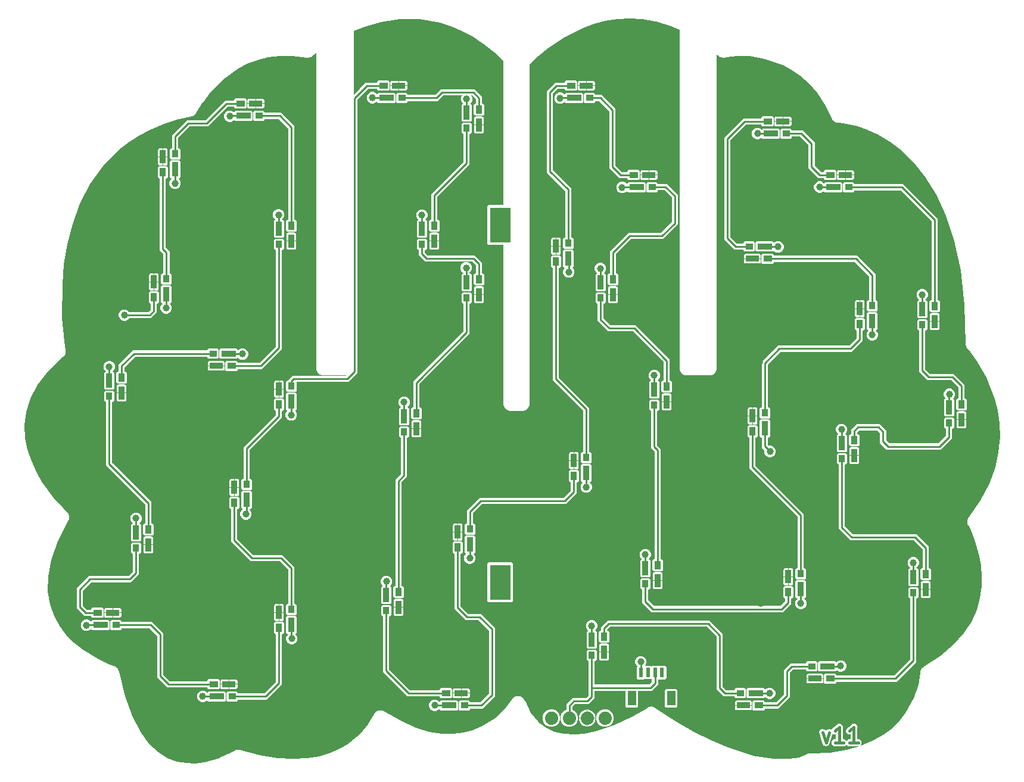
<source format=gtl>
G04 EAGLE Gerber RS-274X export*
G75*
%MOMM*%
%FSLAX34Y34*%
%LPD*%
%INTop Copper*%
%IPPOS*%
%AMOC8*
5,1,8,0,0,1.08239X$1,22.5*%
G01*
%ADD10C,0.381000*%
%ADD11C,1.879600*%
%ADD12R,0.850000X1.900000*%
%ADD13R,0.850000X1.000000*%
%ADD14R,0.850000X1.150000*%
%ADD15R,0.850000X2.000000*%
%ADD16R,1.900000X0.850000*%
%ADD17R,1.000000X0.850000*%
%ADD18R,1.150000X0.850000*%
%ADD19R,2.000000X0.850000*%
%ADD20R,1.200000X2.000000*%
%ADD21R,0.600000X1.350000*%
%ADD22R,3.000000X5.000000*%
%ADD23C,0.254000*%
%ADD24C,1.006400*%

G36*
X253569Y10475D02*
X253569Y10475D01*
X253578Y10473D01*
X265822Y11969D01*
X265830Y11974D01*
X265841Y11973D01*
X287958Y18273D01*
X287965Y18279D01*
X287975Y18280D01*
X303018Y25155D01*
X303022Y25160D01*
X303029Y25161D01*
X308594Y28390D01*
X308595Y28390D01*
X310334Y29410D01*
X310335Y29410D01*
X310354Y29422D01*
X310381Y29426D01*
X310382Y29427D01*
X312386Y29695D01*
X314388Y29972D01*
X314389Y29972D01*
X314410Y29975D01*
X314437Y29969D01*
X314438Y29969D01*
X316392Y29450D01*
X344732Y22064D01*
X344738Y22065D01*
X344744Y22062D01*
X369881Y17962D01*
X369888Y17964D01*
X369894Y17961D01*
X392354Y16632D01*
X392360Y16635D01*
X392367Y16632D01*
X412289Y17665D01*
X412295Y17668D01*
X412303Y17666D01*
X429843Y20657D01*
X429849Y20661D01*
X429858Y20661D01*
X445182Y25226D01*
X445188Y25230D01*
X445196Y25231D01*
X458471Y31003D01*
X458476Y31008D01*
X458484Y31010D01*
X469644Y37510D01*
X469650Y37518D01*
X469660Y37521D01*
X487530Y52186D01*
X487535Y52196D01*
X487546Y52202D01*
X499052Y65939D01*
X499055Y65947D01*
X499063Y65954D01*
X505271Y76100D01*
X505272Y76106D01*
X505278Y76112D01*
X506445Y78581D01*
X506445Y78599D01*
X506456Y78618D01*
X506512Y79042D01*
X507319Y80432D01*
X507319Y80437D01*
X507324Y80441D01*
X508010Y81894D01*
X508327Y82181D01*
X508334Y82197D01*
X508339Y82201D01*
X508342Y82203D01*
X508343Y82204D01*
X508351Y82211D01*
X508566Y82581D01*
X509843Y83557D01*
X509846Y83561D01*
X509851Y83564D01*
X511041Y84643D01*
X511444Y84787D01*
X511457Y84799D01*
X511477Y84805D01*
X511817Y85065D01*
X513371Y85478D01*
X513375Y85481D01*
X513381Y85481D01*
X514893Y86023D01*
X515321Y86002D01*
X515337Y86008D01*
X515359Y86006D01*
X515772Y86116D01*
X517365Y85903D01*
X517370Y85904D01*
X517375Y85902D01*
X518980Y85824D01*
X519367Y85641D01*
X519385Y85640D01*
X519404Y85630D01*
X519828Y85573D01*
X521218Y84767D01*
X521223Y84766D01*
X521227Y84762D01*
X522680Y84075D01*
X522967Y83758D01*
X522984Y83751D01*
X522997Y83734D01*
X545212Y70845D01*
X545219Y70845D01*
X545225Y70839D01*
X566587Y61415D01*
X566595Y61415D01*
X566602Y61410D01*
X586170Y55519D01*
X586178Y55520D01*
X586187Y55515D01*
X604010Y52663D01*
X604018Y52665D01*
X604027Y52662D01*
X620185Y52372D01*
X620193Y52375D01*
X620202Y52373D01*
X634790Y54199D01*
X634798Y54203D01*
X634807Y54202D01*
X647918Y57732D01*
X647924Y57737D01*
X647933Y57737D01*
X659387Y62484D01*
X659395Y62492D01*
X659406Y62494D01*
X678968Y74794D01*
X678975Y74804D01*
X678987Y74808D01*
X692626Y87397D01*
X692630Y87406D01*
X692640Y87412D01*
X702854Y100538D01*
X702859Y100557D01*
X702874Y100576D01*
X702935Y100767D01*
X704117Y102162D01*
X704118Y102165D01*
X704121Y102166D01*
X705244Y103610D01*
X705418Y103708D01*
X705430Y103724D01*
X705451Y103736D01*
X705580Y103889D01*
X707207Y104725D01*
X707208Y104727D01*
X707211Y104728D01*
X708801Y105632D01*
X709000Y105656D01*
X709017Y105666D01*
X709041Y105669D01*
X709219Y105761D01*
X711042Y105911D01*
X711044Y105912D01*
X711047Y105912D01*
X712862Y106138D01*
X713055Y106085D01*
X713074Y106088D01*
X713098Y106081D01*
X713297Y106098D01*
X715039Y105539D01*
X715041Y105540D01*
X715044Y105538D01*
X716807Y105053D01*
X716965Y104930D01*
X716984Y104925D01*
X717003Y104909D01*
X717194Y104848D01*
X718589Y103666D01*
X718591Y103665D01*
X718593Y103663D01*
X720036Y102540D01*
X720135Y102366D01*
X720151Y102354D01*
X720163Y102332D01*
X720315Y102203D01*
X721152Y100577D01*
X721154Y100575D01*
X721155Y100572D01*
X722058Y98982D01*
X722083Y98784D01*
X722093Y98767D01*
X722096Y98742D01*
X730445Y82514D01*
X730455Y82506D01*
X730459Y82492D01*
X740648Y69928D01*
X740660Y69922D01*
X740669Y69908D01*
X751986Y61095D01*
X751999Y61091D01*
X752010Y61080D01*
X764373Y55352D01*
X764385Y55352D01*
X764397Y55344D01*
X777759Y52251D01*
X777769Y52253D01*
X777780Y52248D01*
X791961Y51484D01*
X791969Y51486D01*
X791979Y51484D01*
X806656Y52753D01*
X806662Y52756D01*
X806669Y52755D01*
X821268Y55677D01*
X821274Y55681D01*
X821283Y55681D01*
X849726Y65138D01*
X849731Y65143D01*
X849739Y65143D01*
X873405Y76210D01*
X873409Y76214D01*
X873415Y76215D01*
X895777Y89354D01*
X895780Y89357D01*
X895785Y89359D01*
X897155Y90305D01*
X897515Y90382D01*
X897530Y90393D01*
X897552Y90397D01*
X897869Y90583D01*
X899519Y90813D01*
X899523Y90815D01*
X899528Y90815D01*
X901156Y91164D01*
X901518Y91098D01*
X901536Y91102D01*
X901558Y91097D01*
X901922Y91148D01*
X903534Y90729D01*
X903538Y90730D01*
X903543Y90727D01*
X905181Y90427D01*
X905490Y90228D01*
X905508Y90224D01*
X905526Y90212D01*
X905883Y90119D01*
X907211Y89116D01*
X907216Y89114D01*
X907219Y89110D01*
X935778Y70652D01*
X935781Y70651D01*
X935783Y70648D01*
X962197Y55407D01*
X962200Y55407D01*
X962203Y55404D01*
X986396Y43162D01*
X986400Y43162D01*
X986403Y43159D01*
X1008261Y33691D01*
X1008267Y33691D01*
X1008272Y33686D01*
X1046101Y21499D01*
X1046110Y21500D01*
X1046119Y21495D01*
X1075640Y16613D01*
X1075650Y16615D01*
X1075660Y16611D01*
X1097480Y16602D01*
X1097489Y16607D01*
X1097501Y16604D01*
X1111938Y19102D01*
X1111948Y19108D01*
X1111962Y19109D01*
X1123313Y23608D01*
X1123316Y23611D01*
X1123321Y23611D01*
X1124867Y24343D01*
X1125188Y24358D01*
X1125205Y24367D01*
X1125228Y24367D01*
X1125527Y24486D01*
X1127237Y24459D01*
X1127241Y24461D01*
X1127245Y24459D01*
X1154911Y25819D01*
X1154917Y25822D01*
X1154924Y25820D01*
X1178867Y29602D01*
X1178873Y29606D01*
X1178881Y29605D01*
X1197347Y34807D01*
X1197373Y34828D01*
X1197403Y34841D01*
X1197409Y34858D01*
X1197423Y34869D01*
X1197426Y34902D01*
X1197436Y34930D01*
X1197439Y34927D01*
X1197452Y34898D01*
X1197470Y34892D01*
X1197482Y34877D01*
X1197519Y34874D01*
X1197544Y34866D01*
X1197556Y34871D01*
X1197569Y34870D01*
X1199527Y35422D01*
X1199533Y35426D01*
X1199542Y35427D01*
X1217167Y42895D01*
X1217172Y42901D01*
X1217181Y42903D01*
X1232073Y51665D01*
X1232078Y51671D01*
X1232087Y51674D01*
X1244528Y61396D01*
X1244532Y61403D01*
X1244540Y61407D01*
X1247658Y64559D01*
X1251222Y68162D01*
X1254786Y71766D01*
X1254796Y71776D01*
X1254798Y71782D01*
X1254805Y71787D01*
X1262962Y82297D01*
X1262965Y82307D01*
X1262973Y82314D01*
X1274753Y103733D01*
X1274754Y103744D01*
X1274761Y103753D01*
X1281004Y122108D01*
X1281003Y122118D01*
X1281009Y122127D01*
X1283869Y139012D01*
X1283865Y139032D01*
X1283869Y139056D01*
X1283832Y139259D01*
X1284213Y141041D01*
X1284212Y141043D01*
X1284214Y141046D01*
X1284518Y142843D01*
X1284628Y143018D01*
X1284631Y143038D01*
X1284644Y143058D01*
X1284687Y143260D01*
X1285722Y144761D01*
X1285722Y144763D01*
X1285725Y144765D01*
X1286694Y146309D01*
X1286862Y146429D01*
X1286867Y146437D01*
X1286874Y146440D01*
X1286877Y146449D01*
X1286892Y146459D01*
X1287009Y146629D01*
X1288539Y147620D01*
X1288541Y147622D01*
X1288544Y147623D01*
X1290030Y148679D01*
X1290231Y148725D01*
X1290247Y148736D01*
X1290271Y148742D01*
X1312687Y163259D01*
X1312691Y163266D01*
X1312700Y163269D01*
X1331383Y179168D01*
X1331387Y179176D01*
X1331396Y179180D01*
X1345829Y195524D01*
X1345832Y195532D01*
X1345840Y195539D01*
X1356545Y212101D01*
X1356546Y212110D01*
X1356553Y212117D01*
X1364028Y228712D01*
X1364028Y228721D01*
X1364034Y228729D01*
X1368733Y245183D01*
X1368732Y245191D01*
X1368736Y245199D01*
X1371076Y261323D01*
X1371074Y261330D01*
X1371077Y261338D01*
X1371448Y276909D01*
X1371446Y276915D01*
X1371448Y276923D01*
X1370239Y291691D01*
X1370237Y291696D01*
X1370238Y291702D01*
X1367875Y305228D01*
X1367871Y305234D01*
X1367872Y305242D01*
X1361112Y328467D01*
X1361108Y328473D01*
X1361107Y328481D01*
X1354675Y343738D01*
X1354672Y343741D01*
X1354671Y343747D01*
X1352044Y348800D01*
X1352040Y348804D01*
X1352038Y348811D01*
X1351201Y350094D01*
X1351108Y350590D01*
X1351099Y350604D01*
X1351096Y350624D01*
X1350864Y351071D01*
X1350731Y352598D01*
X1350728Y352603D01*
X1350730Y352610D01*
X1350447Y354116D01*
X1350551Y354609D01*
X1350548Y354626D01*
X1350553Y354646D01*
X1350510Y355148D01*
X1350971Y356609D01*
X1350971Y356615D01*
X1350975Y356621D01*
X1351290Y358120D01*
X1351575Y358536D01*
X1351578Y358553D01*
X1351591Y358569D01*
X1351742Y359049D01*
X1352728Y360223D01*
X1352730Y360229D01*
X1352736Y360233D01*
X1369511Y384745D01*
X1369513Y384752D01*
X1369519Y384758D01*
X1381803Y408422D01*
X1381804Y408429D01*
X1381810Y408436D01*
X1390161Y431212D01*
X1390160Y431219D01*
X1390165Y431227D01*
X1395085Y453034D01*
X1395083Y453041D01*
X1395087Y453049D01*
X1397053Y473813D01*
X1397050Y473820D01*
X1397053Y473829D01*
X1396519Y493470D01*
X1396516Y493476D01*
X1396518Y493484D01*
X1393923Y511903D01*
X1393920Y511908D01*
X1393921Y511915D01*
X1389749Y528797D01*
X1389744Y528803D01*
X1389744Y528812D01*
X1378086Y558642D01*
X1378079Y558648D01*
X1378078Y558658D01*
X1365357Y581135D01*
X1365351Y581139D01*
X1365349Y581146D01*
X1355134Y595333D01*
X1355129Y595336D01*
X1355128Y595341D01*
X1351344Y599811D01*
X1351338Y599814D01*
X1351334Y599821D01*
X1350278Y600812D01*
X1350035Y601350D01*
X1350024Y601361D01*
X1350017Y601379D01*
X1349636Y601829D01*
X1349195Y603208D01*
X1349190Y603213D01*
X1349189Y603221D01*
X1348593Y604541D01*
X1348574Y605131D01*
X1348572Y605136D01*
X1348572Y605138D01*
X1348568Y605148D01*
X1348569Y605164D01*
X1348389Y605727D01*
X1348509Y607169D01*
X1348506Y607176D01*
X1348509Y607184D01*
X1346749Y662520D01*
X1346746Y662524D01*
X1346748Y662530D01*
X1341051Y711041D01*
X1341048Y711046D01*
X1341049Y711052D01*
X1332018Y752997D01*
X1332014Y753002D01*
X1332014Y753009D01*
X1320245Y788865D01*
X1320241Y788870D01*
X1320240Y788878D01*
X1306322Y819137D01*
X1306317Y819142D01*
X1306315Y819151D01*
X1290822Y844319D01*
X1290815Y844323D01*
X1290813Y844331D01*
X1274296Y864917D01*
X1274289Y864921D01*
X1274285Y864929D01*
X1257278Y881432D01*
X1257276Y881433D01*
X1257276Y881434D01*
X1257270Y881436D01*
X1257266Y881442D01*
X1240289Y894346D01*
X1240282Y894348D01*
X1240277Y894354D01*
X1223850Y904121D01*
X1223843Y904122D01*
X1223838Y904127D01*
X1208491Y911200D01*
X1208485Y911200D01*
X1208480Y911205D01*
X1194913Y915963D01*
X1194906Y915962D01*
X1194899Y915967D01*
X1174230Y920604D01*
X1174223Y920603D01*
X1174215Y920607D01*
X1167509Y921275D01*
X1167499Y921272D01*
X1167486Y921275D01*
X1166420Y921181D01*
X1165494Y921473D01*
X1165482Y921472D01*
X1165469Y921478D01*
X1164503Y921575D01*
X1163559Y922080D01*
X1163548Y922081D01*
X1163538Y922089D01*
X1162517Y922411D01*
X1161773Y923035D01*
X1161761Y923038D01*
X1161752Y923049D01*
X1160896Y923508D01*
X1160218Y924336D01*
X1160208Y924341D01*
X1160202Y924352D01*
X1159382Y925040D01*
X1158933Y925901D01*
X1158924Y925909D01*
X1158919Y925922D01*
X1158304Y926674D01*
X1157994Y927698D01*
X1157987Y927707D01*
X1157986Y927720D01*
X1148024Y946842D01*
X1148018Y946846D01*
X1148016Y946854D01*
X1136944Y963233D01*
X1136938Y963237D01*
X1136935Y963245D01*
X1125182Y976804D01*
X1125175Y976807D01*
X1125171Y976815D01*
X1112951Y987849D01*
X1112944Y987851D01*
X1112939Y987858D01*
X1100450Y996649D01*
X1100443Y996651D01*
X1100437Y996657D01*
X1088096Y1003348D01*
X1088087Y1003349D01*
X1088078Y1003356D01*
X1063228Y1012114D01*
X1063217Y1012113D01*
X1063206Y1012120D01*
X1040881Y1015661D01*
X1040872Y1015658D01*
X1040863Y1015662D01*
X1022767Y1015900D01*
X1022760Y1015896D01*
X1022751Y1015899D01*
X1007479Y1014043D01*
X1007460Y1014033D01*
X1007434Y1014029D01*
X1007405Y1014013D01*
X1005427Y1013794D01*
X1005426Y1013794D01*
X1003450Y1013554D01*
X1003418Y1013563D01*
X1003397Y1013560D01*
X1003371Y1013567D01*
X1003338Y1013563D01*
X1001427Y1014118D01*
X1001426Y1014118D01*
X999508Y1014652D01*
X999482Y1014673D01*
X999461Y1014678D01*
X999440Y1014694D01*
X999408Y1014704D01*
X997856Y1015947D01*
X997855Y1015947D01*
X997855Y1015948D01*
X996287Y1017176D01*
X996270Y1017205D01*
X996254Y1017218D01*
X996246Y1017231D01*
X996242Y1017239D01*
X996241Y1017239D01*
X996240Y1017241D01*
X994671Y1018497D01*
X994628Y1018509D01*
X994587Y1018524D01*
X994582Y1018522D01*
X994576Y1018523D01*
X994539Y1018501D01*
X994499Y1018482D01*
X994497Y1018476D01*
X994493Y1018473D01*
X994487Y1018449D01*
X994469Y1018400D01*
X994469Y570197D01*
X992903Y566416D01*
X990009Y563523D01*
X986229Y561957D01*
X949879Y561957D01*
X946099Y563523D01*
X943205Y566416D01*
X941639Y570197D01*
X941639Y1053146D01*
X941628Y1053171D01*
X941627Y1053199D01*
X941609Y1053217D01*
X941601Y1053235D01*
X941582Y1053242D01*
X941565Y1053260D01*
X927072Y1059575D01*
X927065Y1059576D01*
X927058Y1059581D01*
X907488Y1065457D01*
X907481Y1065456D01*
X907474Y1065460D01*
X888555Y1068729D01*
X888548Y1068728D01*
X888540Y1068731D01*
X870294Y1069691D01*
X870288Y1069688D01*
X870280Y1069691D01*
X852736Y1068623D01*
X852730Y1068620D01*
X852723Y1068622D01*
X835923Y1065797D01*
X835918Y1065794D01*
X835912Y1065795D01*
X819916Y1061480D01*
X819911Y1061477D01*
X819905Y1061477D01*
X804950Y1056003D01*
X804945Y1055998D01*
X804938Y1055997D01*
X777445Y1042269D01*
X777440Y1042263D01*
X777431Y1042261D01*
X754654Y1027120D01*
X754651Y1027115D01*
X754644Y1027113D01*
X737061Y1012785D01*
X737059Y1012781D01*
X737054Y1012779D01*
X728340Y1004492D01*
X728338Y1004486D01*
X728332Y1004484D01*
X728302Y1004405D01*
X728301Y1004402D01*
X728301Y519907D01*
X726735Y516126D01*
X723842Y513233D01*
X720062Y511667D01*
X699712Y511667D01*
X695931Y513233D01*
X693038Y516126D01*
X691472Y519907D01*
X691472Y747780D01*
X691471Y747782D01*
X691472Y747785D01*
X691452Y747827D01*
X691433Y747869D01*
X691431Y747870D01*
X691429Y747873D01*
X691348Y747904D01*
X670299Y747904D01*
X668513Y749690D01*
X668513Y802215D01*
X670299Y804001D01*
X691348Y804001D01*
X691350Y804002D01*
X691353Y804001D01*
X691395Y804021D01*
X691437Y804040D01*
X691438Y804042D01*
X691441Y804044D01*
X691472Y804125D01*
X691472Y1008850D01*
X691469Y1008857D01*
X691471Y1008863D01*
X691438Y1008931D01*
X691433Y1008940D01*
X691432Y1008941D01*
X678597Y1020881D01*
X678592Y1020883D01*
X678589Y1020888D01*
X662803Y1033331D01*
X662798Y1033333D01*
X662795Y1033337D01*
X647134Y1043628D01*
X647129Y1043629D01*
X647125Y1043634D01*
X631634Y1051933D01*
X631628Y1051933D01*
X631624Y1051938D01*
X616340Y1058403D01*
X616334Y1058403D01*
X616329Y1058407D01*
X601503Y1063123D01*
X601495Y1063123D01*
X601487Y1063127D01*
X571999Y1068284D01*
X571989Y1068282D01*
X571978Y1068286D01*
X544098Y1068370D01*
X544090Y1068366D01*
X544080Y1068368D01*
X517907Y1064471D01*
X517900Y1064467D01*
X517891Y1064468D01*
X493840Y1057634D01*
X493834Y1057630D01*
X493827Y1057630D01*
X478419Y1051385D01*
X478399Y1051364D01*
X478372Y1051352D01*
X478364Y1051330D01*
X478350Y1051316D01*
X478351Y1051295D01*
X478342Y1051270D01*
X478342Y961253D01*
X478342Y961252D01*
X478342Y961251D01*
X478361Y961208D01*
X478380Y961163D01*
X478382Y961163D01*
X478382Y961162D01*
X478427Y961146D01*
X478472Y961129D01*
X478473Y961130D01*
X478474Y961129D01*
X478554Y961165D01*
X487233Y969845D01*
X487357Y969969D01*
X487481Y970093D01*
X487606Y970217D01*
X487730Y970342D01*
X487854Y970466D01*
X487978Y970590D01*
X488103Y970714D01*
X488227Y970839D01*
X488351Y970963D01*
X488475Y971087D01*
X488600Y971211D01*
X488724Y971336D01*
X488848Y971460D01*
X488972Y971584D01*
X489097Y971708D01*
X489221Y971833D01*
X489345Y971957D01*
X489469Y972081D01*
X489594Y972205D01*
X489718Y972330D01*
X489842Y972454D01*
X489966Y972578D01*
X490091Y972702D01*
X490215Y972826D01*
X490215Y972827D01*
X490339Y972951D01*
X490463Y973075D01*
X490588Y973199D01*
X490712Y973323D01*
X490712Y973324D01*
X490836Y973448D01*
X490960Y973572D01*
X491085Y973696D01*
X491209Y973820D01*
X491209Y973821D01*
X491333Y973945D01*
X491457Y974069D01*
X491582Y974193D01*
X491706Y974317D01*
X491706Y974318D01*
X491830Y974442D01*
X491954Y974566D01*
X492079Y974690D01*
X492203Y974814D01*
X492203Y974815D01*
X492327Y974939D01*
X492451Y975063D01*
X492576Y975187D01*
X492700Y975311D01*
X492700Y975312D01*
X492824Y975436D01*
X492948Y975560D01*
X493197Y975809D01*
X493321Y975933D01*
X493445Y976057D01*
X493570Y976181D01*
X493694Y976305D01*
X493694Y976306D01*
X493818Y976430D01*
X493942Y976554D01*
X494067Y976678D01*
X494191Y976802D01*
X494191Y976803D01*
X494315Y976927D01*
X494439Y977051D01*
X494564Y977175D01*
X494688Y977299D01*
X494688Y977300D01*
X494812Y977424D01*
X494936Y977548D01*
X495061Y977672D01*
X495185Y977796D01*
X495185Y977797D01*
X495309Y977921D01*
X495433Y978045D01*
X495558Y978169D01*
X495657Y978269D01*
X511727Y978269D01*
X511730Y978270D01*
X511733Y978269D01*
X511774Y978289D01*
X511817Y978307D01*
X511818Y978310D01*
X511821Y978311D01*
X511851Y978393D01*
X511851Y979463D01*
X513637Y981249D01*
X527663Y981249D01*
X529449Y979463D01*
X529449Y968437D01*
X527663Y966651D01*
X513637Y966651D01*
X511851Y968437D01*
X511851Y969507D01*
X511850Y969510D01*
X511851Y969513D01*
X511831Y969554D01*
X511813Y969597D01*
X511810Y969598D01*
X511809Y969601D01*
X511727Y969631D01*
X499286Y969631D01*
X499282Y969630D01*
X499278Y969631D01*
X499199Y969595D01*
X483966Y954362D01*
X483966Y954361D01*
X483964Y954361D01*
X483963Y954358D01*
X483960Y954356D01*
X483930Y954275D01*
X483930Y565667D01*
X471329Y553067D01*
X397173Y553067D01*
X397170Y553066D01*
X397167Y553067D01*
X397126Y553047D01*
X397083Y553029D01*
X397082Y553026D01*
X397079Y553024D01*
X397049Y552943D01*
X397049Y540637D01*
X395263Y538851D01*
X384237Y538851D01*
X382451Y540637D01*
X382451Y553163D01*
X384237Y554949D01*
X385307Y554949D01*
X385310Y554950D01*
X385313Y554949D01*
X385354Y554969D01*
X385397Y554987D01*
X385398Y554990D01*
X385401Y554991D01*
X385431Y555073D01*
X385431Y555547D01*
X391589Y561704D01*
X467700Y561704D01*
X467704Y561706D01*
X467708Y561705D01*
X467787Y561740D01*
X467791Y561744D01*
X467792Y561746D01*
X467794Y561747D01*
X467811Y561792D01*
X467828Y561835D01*
X467827Y561837D01*
X467828Y561838D01*
X467808Y561881D01*
X467788Y561924D01*
X467786Y561925D01*
X467786Y561926D01*
X467704Y561957D01*
X433752Y561957D01*
X429972Y563523D01*
X427078Y566416D01*
X425512Y570197D01*
X425512Y1019973D01*
X425496Y1020011D01*
X425485Y1020050D01*
X425477Y1020054D01*
X425474Y1020062D01*
X425435Y1020077D01*
X425399Y1020096D01*
X425390Y1020094D01*
X425383Y1020097D01*
X425358Y1020085D01*
X425315Y1020073D01*
X419495Y1015807D01*
X419494Y1015805D01*
X419492Y1015805D01*
X418000Y1014642D01*
X417869Y1014606D01*
X417854Y1014593D01*
X417829Y1014586D01*
X417720Y1014506D01*
X415883Y1014057D01*
X415881Y1014056D01*
X415879Y1014056D01*
X414056Y1013552D01*
X413922Y1013569D01*
X413902Y1013563D01*
X413877Y1013566D01*
X413745Y1013534D01*
X411875Y1013822D01*
X411873Y1013822D01*
X411871Y1013823D01*
X391666Y1016323D01*
X391658Y1016321D01*
X391650Y1016324D01*
X373446Y1016295D01*
X373439Y1016292D01*
X373430Y1016294D01*
X356686Y1014137D01*
X356679Y1014133D01*
X356670Y1014134D01*
X341308Y1010175D01*
X341302Y1010170D01*
X341294Y1010170D01*
X327252Y1004714D01*
X327247Y1004710D01*
X327240Y1004709D01*
X314677Y998161D01*
X314672Y998154D01*
X314662Y998152D01*
X292650Y982302D01*
X292645Y982294D01*
X292634Y982290D01*
X275826Y965552D01*
X275823Y965545D01*
X275819Y965543D01*
X275818Y965542D01*
X275816Y965540D01*
X264013Y950450D01*
X264012Y950444D01*
X264005Y950439D01*
X255517Y936579D01*
X255514Y936561D01*
X254438Y934818D01*
X253367Y933069D01*
X251711Y931875D01*
X251711Y931874D01*
X250051Y930668D01*
X248062Y930197D01*
X246066Y929717D01*
X246046Y929720D01*
X226576Y925111D01*
X226572Y925108D01*
X226566Y925108D01*
X207189Y918838D01*
X207185Y918835D01*
X207179Y918834D01*
X189424Y911388D01*
X189420Y911384D01*
X189414Y911383D01*
X173198Y902859D01*
X173195Y902855D01*
X173189Y902853D01*
X158426Y893345D01*
X158423Y893341D01*
X158417Y893339D01*
X145197Y883070D01*
X145193Y883063D01*
X145185Y883059D01*
X122036Y859733D01*
X122032Y859724D01*
X122023Y859718D01*
X103646Y833979D01*
X103644Y833970D01*
X103637Y833964D01*
X89370Y806331D01*
X89370Y806323D01*
X89364Y806317D01*
X78748Y777522D01*
X78749Y777516D01*
X78744Y777510D01*
X71325Y748331D01*
X71326Y748326D01*
X71323Y748320D01*
X66634Y719558D01*
X66635Y719554D01*
X66633Y719549D01*
X64207Y692146D01*
X64208Y692140D01*
X64206Y692135D01*
X64109Y643844D01*
X64111Y643839D01*
X64110Y643833D01*
X67022Y610410D01*
X67024Y610406D01*
X67023Y610402D01*
X68720Y599041D01*
X68726Y599030D01*
X68727Y599014D01*
X69048Y598184D01*
X69021Y597034D01*
X69025Y597024D01*
X69022Y597012D01*
X69192Y595875D01*
X68977Y595011D01*
X68979Y594998D01*
X68973Y594983D01*
X68952Y594093D01*
X68487Y593041D01*
X68487Y593030D01*
X68481Y593021D01*
X68202Y591904D01*
X67672Y591188D01*
X67669Y591176D01*
X67659Y591165D01*
X67299Y590350D01*
X66466Y589556D01*
X66462Y589547D01*
X66452Y589540D01*
X65768Y588615D01*
X65004Y588157D01*
X64997Y588146D01*
X64983Y588140D01*
X44208Y568314D01*
X44204Y568305D01*
X44195Y568299D01*
X28876Y548401D01*
X28873Y548391D01*
X28865Y548383D01*
X18603Y528909D01*
X18602Y528898D01*
X18594Y528888D01*
X12660Y509923D01*
X12661Y509912D01*
X12656Y509901D01*
X10393Y491472D01*
X10396Y491462D01*
X10392Y491451D01*
X11233Y473597D01*
X11237Y473589D01*
X11235Y473579D01*
X14668Y456409D01*
X14672Y456403D01*
X14672Y456394D01*
X20184Y440087D01*
X20188Y440082D01*
X20189Y440075D01*
X27243Y424853D01*
X27248Y424849D01*
X27249Y424843D01*
X35204Y411077D01*
X35209Y411073D01*
X35211Y411066D01*
X51981Y387998D01*
X51987Y387995D01*
X51990Y387988D01*
X65388Y373141D01*
X65392Y373139D01*
X65394Y373135D01*
X69760Y368940D01*
X69776Y368934D01*
X69790Y368919D01*
X70231Y368695D01*
X71235Y367524D01*
X71240Y367522D01*
X71243Y367516D01*
X72355Y366447D01*
X72553Y365995D01*
X72565Y365983D01*
X72572Y365964D01*
X72894Y365589D01*
X73373Y364123D01*
X73377Y364118D01*
X73377Y364112D01*
X73996Y362699D01*
X74006Y362205D01*
X74013Y362189D01*
X74012Y362169D01*
X74165Y361699D01*
X74047Y360162D01*
X74049Y360156D01*
X74047Y360150D01*
X74078Y358608D01*
X73898Y358148D01*
X73898Y358131D01*
X73890Y358112D01*
X73852Y357619D01*
X73154Y356244D01*
X73154Y356238D01*
X73149Y356233D01*
X72588Y354797D01*
X72524Y354730D01*
X72404Y354606D01*
X72245Y354441D01*
X72239Y354425D01*
X72224Y354411D01*
X57810Y325995D01*
X57810Y325987D01*
X57804Y325980D01*
X48504Y299616D01*
X48505Y299607D01*
X48499Y299598D01*
X44018Y276051D01*
X44021Y276041D01*
X44016Y276030D01*
X43613Y255124D01*
X43615Y255119D01*
X43613Y255115D01*
X43616Y255109D01*
X43615Y255102D01*
X46595Y236591D01*
X46601Y236582D01*
X46600Y236570D01*
X52354Y220192D01*
X52361Y220185D01*
X52363Y220173D01*
X60351Y205715D01*
X60358Y205709D01*
X60361Y205700D01*
X70064Y193026D01*
X70071Y193022D01*
X70074Y193014D01*
X80942Y182053D01*
X80949Y182050D01*
X80952Y182044D01*
X92254Y172866D01*
X92262Y172864D01*
X92267Y172857D01*
X114623Y158947D01*
X114631Y158946D01*
X114637Y158940D01*
X131482Y151198D01*
X131487Y151198D01*
X131491Y151194D01*
X137220Y149123D01*
X137231Y149123D01*
X137243Y149117D01*
X138272Y148956D01*
X139126Y148436D01*
X139137Y148434D01*
X139148Y148425D01*
X140089Y148085D01*
X140858Y147383D01*
X140869Y147379D01*
X140877Y147369D01*
X141766Y146827D01*
X142356Y146020D01*
X142366Y146013D01*
X142373Y146001D01*
X143111Y145327D01*
X143553Y144384D01*
X143562Y144377D01*
X143565Y144364D01*
X144180Y143523D01*
X144416Y142551D01*
X144423Y142541D01*
X144424Y142527D01*
X144848Y141622D01*
X144896Y140582D01*
X144901Y140572D01*
X144899Y140558D01*
X153273Y106062D01*
X153277Y106057D01*
X153277Y106049D01*
X163532Y77694D01*
X163538Y77688D01*
X163539Y77679D01*
X175117Y55395D01*
X175124Y55389D01*
X175127Y55378D01*
X187599Y38512D01*
X187608Y38507D01*
X187614Y38495D01*
X200602Y26319D01*
X200613Y26315D01*
X200621Y26304D01*
X213858Y18057D01*
X213870Y18055D01*
X213880Y18046D01*
X227209Y13030D01*
X227220Y13030D01*
X227231Y13024D01*
X240514Y10662D01*
X240523Y10664D01*
X240534Y10660D01*
X253561Y10472D01*
X253569Y10475D01*
G37*
%LPC*%
G36*
X782384Y62483D02*
X782384Y62483D01*
X777809Y64378D01*
X774308Y67879D01*
X772413Y72454D01*
X772413Y77406D01*
X774308Y81981D01*
X777809Y85482D01*
X780465Y86582D01*
X780485Y86602D01*
X780511Y86615D01*
X780519Y86637D01*
X780533Y86651D01*
X780532Y86672D01*
X780541Y86696D01*
X780541Y94499D01*
X789421Y103379D01*
X808560Y103379D01*
X808564Y103380D01*
X808568Y103379D01*
X808647Y103415D01*
X812395Y107163D01*
X812397Y107167D01*
X812401Y107169D01*
X812431Y107250D01*
X812431Y156127D01*
X812430Y156130D01*
X812431Y156133D01*
X812411Y156174D01*
X812393Y156217D01*
X812390Y156218D01*
X812389Y156221D01*
X812307Y156251D01*
X811237Y156251D01*
X809451Y158037D01*
X809451Y170563D01*
X811237Y172349D01*
X822263Y172349D01*
X824049Y170563D01*
X824049Y158037D01*
X822263Y156251D01*
X821193Y156251D01*
X821190Y156250D01*
X821187Y156251D01*
X821146Y156231D01*
X821103Y156213D01*
X821102Y156210D01*
X821099Y156209D01*
X821069Y156127D01*
X821069Y122553D01*
X821070Y122550D01*
X821069Y122547D01*
X821089Y122506D01*
X821107Y122463D01*
X821110Y122462D01*
X821111Y122459D01*
X821193Y122429D01*
X898590Y122429D01*
X898594Y122430D01*
X898598Y122429D01*
X898678Y122465D01*
X900536Y124323D01*
X900660Y124448D01*
X900784Y124572D01*
X900908Y124696D01*
X901033Y124820D01*
X901157Y124944D01*
X901157Y124945D01*
X901281Y125069D01*
X901405Y125193D01*
X901530Y125317D01*
X901654Y125441D01*
X901654Y125442D01*
X901778Y125566D01*
X901902Y125690D01*
X902027Y125814D01*
X902151Y125938D01*
X902151Y125939D01*
X902275Y126063D01*
X902345Y126133D01*
X902347Y126137D01*
X902351Y126139D01*
X902381Y126220D01*
X902381Y129906D01*
X902380Y129910D01*
X902381Y129914D01*
X902345Y129994D01*
X901429Y130910D01*
X901426Y130911D01*
X901424Y130914D01*
X901381Y130929D01*
X901368Y130934D01*
X901360Y130939D01*
X901357Y130939D01*
X901338Y130946D01*
X901335Y130945D01*
X901332Y130946D01*
X901294Y130928D01*
X901274Y130925D01*
X900681Y130582D01*
X900034Y130409D01*
X896949Y130409D01*
X896949Y139575D01*
X896948Y139578D01*
X896949Y139580D01*
X896929Y139622D01*
X896911Y139665D01*
X896908Y139666D01*
X896907Y139668D01*
X896825Y139699D01*
X896575Y139699D01*
X896572Y139698D01*
X896569Y139699D01*
X896528Y139679D01*
X896485Y139661D01*
X896484Y139658D01*
X896481Y139657D01*
X896451Y139575D01*
X896451Y130409D01*
X893366Y130409D01*
X892719Y130582D01*
X892126Y130925D01*
X892102Y130928D01*
X892100Y130929D01*
X892057Y130946D01*
X892054Y130945D01*
X892051Y130946D01*
X892030Y130937D01*
X892029Y130937D01*
X892027Y130935D01*
X891971Y130910D01*
X891396Y130335D01*
X891272Y130211D01*
X891272Y130210D01*
X891148Y130086D01*
X891024Y129962D01*
X890963Y129901D01*
X882437Y129901D01*
X880651Y131687D01*
X880651Y147713D01*
X881367Y148429D01*
X881369Y148432D01*
X881371Y148433D01*
X881387Y148477D01*
X881404Y148520D01*
X881403Y148522D01*
X881404Y148525D01*
X881367Y148605D01*
X879609Y150363D01*
X878379Y153333D01*
X878379Y156547D01*
X879609Y159517D01*
X881883Y161791D01*
X884853Y163021D01*
X888067Y163021D01*
X891037Y161791D01*
X893311Y159517D01*
X894541Y156547D01*
X894541Y153333D01*
X893311Y150363D01*
X893287Y150339D01*
X893163Y150215D01*
X893038Y150091D01*
X893038Y150090D01*
X892914Y149966D01*
X892790Y149842D01*
X892666Y149718D01*
X891793Y148845D01*
X891791Y148842D01*
X891789Y148841D01*
X891773Y148797D01*
X891756Y148754D01*
X891757Y148751D01*
X891756Y148748D01*
X891793Y148669D01*
X891971Y148490D01*
X891974Y148489D01*
X891976Y148486D01*
X892019Y148471D01*
X892032Y148466D01*
X892040Y148461D01*
X892043Y148461D01*
X892062Y148454D01*
X892065Y148455D01*
X892068Y148454D01*
X892106Y148472D01*
X892126Y148475D01*
X892719Y148818D01*
X893366Y148991D01*
X896451Y148991D01*
X896451Y139825D01*
X896452Y139822D01*
X896451Y139820D01*
X896471Y139778D01*
X896489Y139735D01*
X896492Y139734D01*
X896493Y139732D01*
X896575Y139701D01*
X896825Y139701D01*
X896828Y139702D01*
X896831Y139701D01*
X896872Y139721D01*
X896915Y139739D01*
X896916Y139742D01*
X896919Y139743D01*
X896949Y139825D01*
X896949Y148991D01*
X900034Y148991D01*
X900681Y148818D01*
X901274Y148475D01*
X901298Y148472D01*
X901300Y148471D01*
X901343Y148454D01*
X901346Y148455D01*
X901349Y148454D01*
X901370Y148463D01*
X901371Y148463D01*
X901373Y148465D01*
X901429Y148490D01*
X901987Y149049D01*
X902112Y149173D01*
X902236Y149297D01*
X902236Y149298D01*
X902360Y149422D01*
X902437Y149499D01*
X910963Y149499D01*
X911612Y148849D01*
X911615Y148848D01*
X911616Y148846D01*
X911660Y148830D01*
X911703Y148813D01*
X911706Y148814D01*
X911708Y148813D01*
X911788Y148849D01*
X912437Y149499D01*
X920963Y149499D01*
X922749Y147713D01*
X922749Y131687D01*
X920963Y129901D01*
X912437Y129901D01*
X911788Y130551D01*
X911785Y130552D01*
X911784Y130554D01*
X911740Y130570D01*
X911697Y130587D01*
X911694Y130586D01*
X911692Y130587D01*
X911612Y130551D01*
X911055Y129994D01*
X911053Y129989D01*
X911049Y129987D01*
X911019Y129906D01*
X911019Y122591D01*
X910935Y122507D01*
X910810Y122383D01*
X910686Y122259D01*
X910686Y122258D01*
X910562Y122134D01*
X910438Y122010D01*
X910313Y121886D01*
X910189Y121762D01*
X909941Y121513D01*
X909816Y121389D01*
X909692Y121265D01*
X909692Y121264D01*
X909568Y121140D01*
X909444Y121016D01*
X909319Y120892D01*
X909195Y120768D01*
X909195Y120767D01*
X909071Y120643D01*
X908947Y120519D01*
X908822Y120395D01*
X908698Y120271D01*
X908698Y120270D01*
X908574Y120146D01*
X908450Y120022D01*
X908325Y119898D01*
X908201Y119774D01*
X908201Y119773D01*
X908077Y119649D01*
X907953Y119525D01*
X904785Y116358D01*
X904785Y116357D01*
X902219Y113791D01*
X882873Y113791D01*
X882870Y113790D01*
X882867Y113791D01*
X882826Y113771D01*
X882783Y113753D01*
X882782Y113750D01*
X882779Y113749D01*
X882749Y113667D01*
X882749Y91687D01*
X880963Y89901D01*
X866437Y89901D01*
X864651Y91687D01*
X864651Y113667D01*
X864650Y113670D01*
X864651Y113673D01*
X864631Y113714D01*
X864613Y113757D01*
X864610Y113758D01*
X864609Y113761D01*
X864527Y113791D01*
X821193Y113791D01*
X821190Y113790D01*
X821187Y113791D01*
X821146Y113771D01*
X821103Y113753D01*
X821102Y113750D01*
X821099Y113749D01*
X821069Y113667D01*
X821069Y103621D01*
X812189Y94741D01*
X793050Y94741D01*
X793046Y94740D01*
X793042Y94741D01*
X792963Y94705D01*
X789215Y90957D01*
X789213Y90953D01*
X789209Y90951D01*
X789179Y90870D01*
X789179Y86696D01*
X789190Y86670D01*
X789192Y86641D01*
X789209Y86625D01*
X789217Y86607D01*
X789236Y86599D01*
X789255Y86582D01*
X791911Y85482D01*
X795412Y81981D01*
X797307Y77406D01*
X797307Y72454D01*
X795412Y67879D01*
X791911Y64378D01*
X787336Y62483D01*
X782384Y62483D01*
G37*
%LPD*%
%LPC*%
G36*
X803337Y437251D02*
X803337Y437251D01*
X801551Y439037D01*
X801551Y451563D01*
X803337Y453349D01*
X804407Y453349D01*
X804410Y453350D01*
X804413Y453349D01*
X804454Y453369D01*
X804497Y453387D01*
X804498Y453390D01*
X804501Y453391D01*
X804531Y453473D01*
X804531Y512396D01*
X804530Y512400D01*
X804531Y512404D01*
X804495Y512483D01*
X761631Y555347D01*
X761631Y714927D01*
X761630Y714930D01*
X761631Y714933D01*
X761611Y714974D01*
X761593Y715017D01*
X761590Y715018D01*
X761589Y715021D01*
X761507Y715051D01*
X760437Y715051D01*
X758651Y716837D01*
X758651Y730863D01*
X760437Y732649D01*
X771463Y732649D01*
X773249Y730863D01*
X773249Y716837D01*
X771463Y715051D01*
X770393Y715051D01*
X770390Y715050D01*
X770387Y715051D01*
X770346Y715031D01*
X770303Y715013D01*
X770302Y715010D01*
X770299Y715009D01*
X770269Y714927D01*
X770269Y558976D01*
X770270Y558972D01*
X770269Y558968D01*
X770305Y558889D01*
X813169Y516025D01*
X813169Y453473D01*
X813170Y453470D01*
X813169Y453467D01*
X813189Y453426D01*
X813207Y453383D01*
X813210Y453382D01*
X813211Y453379D01*
X813293Y453349D01*
X814363Y453349D01*
X816149Y451563D01*
X816149Y439037D01*
X814363Y437251D01*
X803337Y437251D01*
G37*
%LPD*%
%LPC*%
G36*
X1021637Y103051D02*
X1021637Y103051D01*
X1019851Y104837D01*
X1019851Y105907D01*
X1019850Y105910D01*
X1019851Y105913D01*
X1019831Y105954D01*
X1019813Y105997D01*
X1019810Y105998D01*
X1019809Y106001D01*
X1019727Y106031D01*
X1004521Y106031D01*
X994371Y116181D01*
X994371Y190730D01*
X994370Y190734D01*
X994371Y190738D01*
X994335Y190817D01*
X980465Y204687D01*
X980461Y204689D01*
X980459Y204693D01*
X980378Y204723D01*
X842834Y204723D01*
X842830Y204722D01*
X842826Y204723D01*
X842747Y204687D01*
X838605Y200545D01*
X838603Y200541D01*
X838599Y200539D01*
X838569Y200458D01*
X838569Y199473D01*
X838570Y199470D01*
X838569Y199467D01*
X838589Y199426D01*
X838607Y199383D01*
X838610Y199382D01*
X838611Y199379D01*
X838693Y199349D01*
X839763Y199349D01*
X841549Y197563D01*
X841549Y183537D01*
X839763Y181751D01*
X828737Y181751D01*
X826951Y183537D01*
X826951Y197563D01*
X828737Y199349D01*
X829807Y199349D01*
X829810Y199350D01*
X829813Y199349D01*
X829854Y199369D01*
X829897Y199387D01*
X829898Y199390D01*
X829901Y199391D01*
X829931Y199473D01*
X829931Y204087D01*
X839205Y213361D01*
X984007Y213361D01*
X1003009Y194359D01*
X1003009Y119810D01*
X1003010Y119808D01*
X1003009Y119806D01*
X1003010Y119804D01*
X1003009Y119802D01*
X1003045Y119723D01*
X1008063Y114705D01*
X1008067Y114703D01*
X1008069Y114699D01*
X1008150Y114669D01*
X1019727Y114669D01*
X1019730Y114670D01*
X1019733Y114669D01*
X1019774Y114689D01*
X1019817Y114707D01*
X1019818Y114710D01*
X1019821Y114711D01*
X1019851Y114793D01*
X1019851Y115863D01*
X1021637Y117649D01*
X1034163Y117649D01*
X1035949Y115863D01*
X1035949Y104837D01*
X1034163Y103051D01*
X1021637Y103051D01*
G37*
%LPD*%
%LPC*%
G36*
X629537Y85551D02*
X629537Y85551D01*
X627751Y87337D01*
X627751Y98363D01*
X629537Y100149D01*
X642063Y100149D01*
X643849Y98363D01*
X643849Y97293D01*
X643850Y97290D01*
X643849Y97287D01*
X643869Y97246D01*
X643887Y97203D01*
X643890Y97202D01*
X643891Y97199D01*
X643973Y97169D01*
X657938Y97169D01*
X657942Y97170D01*
X657946Y97169D01*
X658025Y97205D01*
X670523Y109703D01*
X670525Y109707D01*
X670529Y109709D01*
X670559Y109790D01*
X670559Y199328D01*
X670558Y199332D01*
X670559Y199336D01*
X670523Y199415D01*
X655853Y214085D01*
X655852Y214086D01*
X655851Y214087D01*
X655849Y214088D01*
X655847Y214091D01*
X655766Y214121D01*
X638037Y214121D01*
X621931Y230227D01*
X621931Y308527D01*
X621930Y308530D01*
X621931Y308533D01*
X621911Y308574D01*
X621893Y308617D01*
X621890Y308618D01*
X621889Y308621D01*
X621807Y308651D01*
X620737Y308651D01*
X618951Y310437D01*
X618951Y324463D01*
X620737Y326249D01*
X631763Y326249D01*
X633549Y324463D01*
X633549Y310437D01*
X631763Y308651D01*
X630693Y308651D01*
X630690Y308650D01*
X630687Y308651D01*
X630646Y308631D01*
X630603Y308613D01*
X630602Y308610D01*
X630599Y308609D01*
X630569Y308527D01*
X630569Y233856D01*
X630570Y233852D01*
X630569Y233848D01*
X630605Y233769D01*
X641579Y222795D01*
X641583Y222793D01*
X641585Y222789D01*
X641666Y222759D01*
X659395Y222759D01*
X679197Y202957D01*
X679197Y106161D01*
X661567Y88531D01*
X643973Y88531D01*
X643970Y88530D01*
X643967Y88531D01*
X643926Y88511D01*
X643883Y88493D01*
X643882Y88490D01*
X643879Y88489D01*
X643849Y88407D01*
X643849Y87337D01*
X642063Y85551D01*
X629537Y85551D01*
G37*
%LPD*%
%LPC*%
G36*
X1285937Y270651D02*
X1285937Y270651D01*
X1284151Y272437D01*
X1284151Y286463D01*
X1285937Y288249D01*
X1287007Y288249D01*
X1287010Y288250D01*
X1287013Y288249D01*
X1287054Y288269D01*
X1287097Y288287D01*
X1287098Y288290D01*
X1287101Y288291D01*
X1287131Y288373D01*
X1287131Y315038D01*
X1287130Y315042D01*
X1287131Y315046D01*
X1287095Y315125D01*
X1274851Y327369D01*
X1274847Y327371D01*
X1274845Y327375D01*
X1274764Y327405D01*
X1184391Y327405D01*
X1168031Y343765D01*
X1168031Y435527D01*
X1168030Y435530D01*
X1168031Y435533D01*
X1168011Y435574D01*
X1167993Y435617D01*
X1167990Y435618D01*
X1167989Y435621D01*
X1167907Y435651D01*
X1166837Y435651D01*
X1165051Y437437D01*
X1165051Y449963D01*
X1166837Y451749D01*
X1177863Y451749D01*
X1179649Y449963D01*
X1179649Y437437D01*
X1177863Y435651D01*
X1176793Y435651D01*
X1176790Y435650D01*
X1176787Y435651D01*
X1176746Y435631D01*
X1176703Y435613D01*
X1176702Y435610D01*
X1176699Y435609D01*
X1176669Y435527D01*
X1176669Y347394D01*
X1176670Y347390D01*
X1176669Y347386D01*
X1176705Y347307D01*
X1187933Y336079D01*
X1187937Y336077D01*
X1187939Y336073D01*
X1188020Y336043D01*
X1278393Y336043D01*
X1295769Y318667D01*
X1295769Y288373D01*
X1295770Y288370D01*
X1295769Y288367D01*
X1295789Y288326D01*
X1295807Y288283D01*
X1295810Y288282D01*
X1295811Y288279D01*
X1295893Y288249D01*
X1296963Y288249D01*
X1298749Y286463D01*
X1298749Y272437D01*
X1296963Y270651D01*
X1285937Y270651D01*
G37*
%LPD*%
%LPC*%
G36*
X1298637Y651651D02*
X1298637Y651651D01*
X1296851Y653437D01*
X1296851Y667463D01*
X1298637Y669249D01*
X1299707Y669249D01*
X1299710Y669250D01*
X1299713Y669249D01*
X1299754Y669269D01*
X1299797Y669287D01*
X1299798Y669290D01*
X1299801Y669291D01*
X1299831Y669373D01*
X1299831Y781128D01*
X1299830Y781132D01*
X1299831Y781136D01*
X1299795Y781215D01*
X1255915Y825095D01*
X1255911Y825097D01*
X1255909Y825101D01*
X1255828Y825131D01*
X1190073Y825131D01*
X1190070Y825130D01*
X1190067Y825131D01*
X1190026Y825111D01*
X1189983Y825093D01*
X1189982Y825090D01*
X1189979Y825089D01*
X1189949Y825007D01*
X1189949Y823937D01*
X1188163Y822151D01*
X1175637Y822151D01*
X1173851Y823937D01*
X1173851Y834963D01*
X1175637Y836749D01*
X1188163Y836749D01*
X1189949Y834963D01*
X1189949Y833893D01*
X1189950Y833890D01*
X1189949Y833887D01*
X1189969Y833846D01*
X1189987Y833803D01*
X1189990Y833802D01*
X1189991Y833799D01*
X1190073Y833769D01*
X1259457Y833769D01*
X1308469Y784757D01*
X1308469Y669373D01*
X1308470Y669370D01*
X1308469Y669367D01*
X1308489Y669326D01*
X1308507Y669283D01*
X1308510Y669282D01*
X1308511Y669279D01*
X1308593Y669249D01*
X1309663Y669249D01*
X1311449Y667463D01*
X1311449Y653437D01*
X1309663Y651651D01*
X1298637Y651651D01*
G37*
%LPD*%
%LPC*%
G36*
X777937Y742051D02*
X777937Y742051D01*
X776151Y743837D01*
X776151Y756363D01*
X777937Y758149D01*
X779147Y758149D01*
X779150Y758150D01*
X779153Y758149D01*
X779194Y758169D01*
X779237Y758187D01*
X779238Y758190D01*
X779241Y758191D01*
X779271Y758273D01*
X779271Y824168D01*
X779270Y824172D01*
X779271Y824176D01*
X779235Y824255D01*
X753109Y850381D01*
X753109Y966481D01*
X764897Y978269D01*
X778427Y978269D01*
X778430Y978270D01*
X778433Y978269D01*
X778474Y978289D01*
X778517Y978307D01*
X778518Y978310D01*
X778521Y978311D01*
X778551Y978393D01*
X778551Y979463D01*
X780337Y981249D01*
X794363Y981249D01*
X796149Y979463D01*
X796149Y968437D01*
X794363Y966651D01*
X780337Y966651D01*
X778551Y968437D01*
X778551Y969507D01*
X778550Y969510D01*
X778551Y969513D01*
X778531Y969554D01*
X778513Y969597D01*
X778510Y969598D01*
X778509Y969601D01*
X778427Y969631D01*
X768526Y969631D01*
X768522Y969630D01*
X768518Y969631D01*
X768439Y969595D01*
X761783Y962939D01*
X761781Y962935D01*
X761777Y962933D01*
X761747Y962852D01*
X761747Y854010D01*
X761748Y854006D01*
X761747Y854002D01*
X761783Y853923D01*
X787909Y827797D01*
X787909Y758273D01*
X787910Y758270D01*
X787909Y758267D01*
X787929Y758226D01*
X787947Y758183D01*
X787950Y758182D01*
X787951Y758179D01*
X788033Y758149D01*
X788963Y758149D01*
X790749Y756363D01*
X790749Y743837D01*
X788963Y742051D01*
X777937Y742051D01*
G37*
%LPD*%
%LPC*%
G36*
X902197Y225551D02*
X902197Y225551D01*
X888631Y239117D01*
X888631Y257727D01*
X888630Y257730D01*
X888631Y257733D01*
X888611Y257774D01*
X888593Y257817D01*
X888590Y257818D01*
X888589Y257821D01*
X888507Y257851D01*
X887437Y257851D01*
X885651Y259637D01*
X885651Y272163D01*
X887437Y273949D01*
X898463Y273949D01*
X900249Y272163D01*
X900249Y259637D01*
X898463Y257851D01*
X897393Y257851D01*
X897390Y257850D01*
X897387Y257851D01*
X897346Y257831D01*
X897303Y257813D01*
X897302Y257810D01*
X897299Y257809D01*
X897269Y257727D01*
X897269Y242746D01*
X897270Y242742D01*
X897269Y242738D01*
X897305Y242659D01*
X905739Y234225D01*
X905743Y234223D01*
X905745Y234219D01*
X905826Y234189D01*
X1085026Y234189D01*
X1085030Y234190D01*
X1085034Y234189D01*
X1085113Y234225D01*
X1091795Y240907D01*
X1091797Y240911D01*
X1091801Y240913D01*
X1091831Y240994D01*
X1091831Y245027D01*
X1091830Y245030D01*
X1091831Y245033D01*
X1091811Y245074D01*
X1091793Y245117D01*
X1091790Y245118D01*
X1091789Y245121D01*
X1091707Y245151D01*
X1090637Y245151D01*
X1088851Y246937D01*
X1088851Y260963D01*
X1090637Y262749D01*
X1101663Y262749D01*
X1103449Y260963D01*
X1103449Y246937D01*
X1101663Y245151D01*
X1100593Y245151D01*
X1100590Y245150D01*
X1100587Y245151D01*
X1100546Y245131D01*
X1100503Y245113D01*
X1100502Y245110D01*
X1100499Y245109D01*
X1100469Y245027D01*
X1100469Y237365D01*
X1088655Y225551D01*
X902197Y225551D01*
G37*
%LPD*%
%LPC*%
G36*
X1034337Y738051D02*
X1034337Y738051D01*
X1032551Y739837D01*
X1032551Y740793D01*
X1032550Y740796D01*
X1032551Y740799D01*
X1032531Y740840D01*
X1032513Y740883D01*
X1032510Y740884D01*
X1032509Y740887D01*
X1032427Y740917D01*
X1019291Y740917D01*
X1005077Y755131D01*
X1005077Y900187D01*
X1032359Y927469D01*
X1057827Y927469D01*
X1057830Y927470D01*
X1057833Y927469D01*
X1057874Y927489D01*
X1057917Y927507D01*
X1057918Y927510D01*
X1057921Y927511D01*
X1057951Y927593D01*
X1057951Y928663D01*
X1059737Y930449D01*
X1073763Y930449D01*
X1075549Y928663D01*
X1075549Y917637D01*
X1073763Y915851D01*
X1059737Y915851D01*
X1057951Y917637D01*
X1057951Y918707D01*
X1057950Y918710D01*
X1057951Y918713D01*
X1057931Y918754D01*
X1057913Y918797D01*
X1057910Y918798D01*
X1057909Y918801D01*
X1057827Y918831D01*
X1035988Y918831D01*
X1035984Y918830D01*
X1035980Y918831D01*
X1035901Y918795D01*
X1013751Y896645D01*
X1013749Y896641D01*
X1013745Y896639D01*
X1013715Y896558D01*
X1013715Y758760D01*
X1013716Y758756D01*
X1013715Y758752D01*
X1013751Y758673D01*
X1022833Y749591D01*
X1022837Y749589D01*
X1022839Y749585D01*
X1022920Y749555D01*
X1032427Y749555D01*
X1032430Y749556D01*
X1032433Y749555D01*
X1032474Y749575D01*
X1032517Y749593D01*
X1032518Y749596D01*
X1032521Y749597D01*
X1032551Y749679D01*
X1032551Y750863D01*
X1034337Y752649D01*
X1046863Y752649D01*
X1048649Y750863D01*
X1048649Y739837D01*
X1046863Y738051D01*
X1034337Y738051D01*
G37*
%LPD*%
%LPC*%
G36*
X1057337Y500751D02*
X1057337Y500751D01*
X1055551Y502537D01*
X1055551Y515063D01*
X1057337Y516849D01*
X1058407Y516849D01*
X1058410Y516850D01*
X1058413Y516849D01*
X1058454Y516869D01*
X1058497Y516887D01*
X1058498Y516890D01*
X1058501Y516891D01*
X1058531Y516973D01*
X1058531Y581277D01*
X1081521Y604267D01*
X1183070Y604267D01*
X1183074Y604268D01*
X1183078Y604267D01*
X1183157Y604303D01*
X1193395Y614541D01*
X1193397Y614545D01*
X1193401Y614547D01*
X1193431Y614628D01*
X1193431Y626027D01*
X1193430Y626030D01*
X1193431Y626033D01*
X1193411Y626074D01*
X1193393Y626117D01*
X1193390Y626118D01*
X1193389Y626121D01*
X1193307Y626151D01*
X1192237Y626151D01*
X1190451Y627937D01*
X1190451Y641963D01*
X1192237Y643749D01*
X1203263Y643749D01*
X1205049Y641963D01*
X1205049Y627937D01*
X1203263Y626151D01*
X1202193Y626151D01*
X1202190Y626150D01*
X1202187Y626151D01*
X1202146Y626131D01*
X1202103Y626113D01*
X1202102Y626110D01*
X1202099Y626109D01*
X1202069Y626027D01*
X1202069Y610999D01*
X1186699Y595629D01*
X1085150Y595629D01*
X1085146Y595628D01*
X1085142Y595629D01*
X1085063Y595593D01*
X1067205Y577735D01*
X1067203Y577731D01*
X1067199Y577729D01*
X1067169Y577648D01*
X1067169Y516973D01*
X1067170Y516970D01*
X1067169Y516967D01*
X1067189Y516926D01*
X1067207Y516883D01*
X1067210Y516882D01*
X1067211Y516879D01*
X1067293Y516849D01*
X1068363Y516849D01*
X1070149Y515063D01*
X1070149Y502537D01*
X1068363Y500751D01*
X1057337Y500751D01*
G37*
%LPD*%
%LPC*%
G36*
X536637Y245251D02*
X536637Y245251D01*
X534851Y247037D01*
X534851Y261063D01*
X536637Y262849D01*
X537707Y262849D01*
X537710Y262850D01*
X537713Y262849D01*
X537754Y262869D01*
X537797Y262887D01*
X537798Y262890D01*
X537801Y262891D01*
X537831Y262973D01*
X537831Y413637D01*
X545695Y421501D01*
X545697Y421505D01*
X545701Y421507D01*
X545731Y421588D01*
X545731Y473627D01*
X545730Y473630D01*
X545731Y473633D01*
X545711Y473674D01*
X545693Y473717D01*
X545690Y473718D01*
X545689Y473721D01*
X545607Y473751D01*
X544537Y473751D01*
X542751Y475537D01*
X542751Y488063D01*
X544537Y489849D01*
X555563Y489849D01*
X557349Y488063D01*
X557349Y475537D01*
X555563Y473751D01*
X554493Y473751D01*
X554490Y473750D01*
X554487Y473751D01*
X554446Y473731D01*
X554403Y473713D01*
X554402Y473710D01*
X554399Y473709D01*
X554369Y473627D01*
X554369Y417959D01*
X546505Y410095D01*
X546503Y410091D01*
X546499Y410089D01*
X546469Y410008D01*
X546469Y262973D01*
X546470Y262970D01*
X546469Y262967D01*
X546489Y262926D01*
X546507Y262883D01*
X546510Y262882D01*
X546511Y262879D01*
X546593Y262849D01*
X547663Y262849D01*
X549449Y261063D01*
X549449Y247037D01*
X547663Y245251D01*
X536637Y245251D01*
G37*
%LPD*%
%LPC*%
G36*
X1108137Y272151D02*
X1108137Y272151D01*
X1106351Y273937D01*
X1106351Y286463D01*
X1108137Y288249D01*
X1109207Y288249D01*
X1109210Y288250D01*
X1109213Y288249D01*
X1109254Y288269D01*
X1109297Y288287D01*
X1109298Y288290D01*
X1109301Y288291D01*
X1109331Y288373D01*
X1109331Y361520D01*
X1109330Y361524D01*
X1109331Y361528D01*
X1109295Y361607D01*
X1041031Y429871D01*
X1041031Y473627D01*
X1041030Y473630D01*
X1041031Y473633D01*
X1041011Y473674D01*
X1040993Y473717D01*
X1040990Y473718D01*
X1040989Y473721D01*
X1040907Y473751D01*
X1039837Y473751D01*
X1038051Y475537D01*
X1038051Y489563D01*
X1039837Y491349D01*
X1050863Y491349D01*
X1052649Y489563D01*
X1052649Y475537D01*
X1050863Y473751D01*
X1049793Y473751D01*
X1049790Y473750D01*
X1049787Y473751D01*
X1049746Y473731D01*
X1049703Y473713D01*
X1049702Y473710D01*
X1049699Y473709D01*
X1049669Y473627D01*
X1049669Y433500D01*
X1049670Y433496D01*
X1049669Y433492D01*
X1049705Y433413D01*
X1117969Y365149D01*
X1117969Y288373D01*
X1117970Y288370D01*
X1117969Y288367D01*
X1117989Y288326D01*
X1118007Y288283D01*
X1118010Y288282D01*
X1118011Y288279D01*
X1118093Y288249D01*
X1119163Y288249D01*
X1120949Y286463D01*
X1120949Y273937D01*
X1119163Y272151D01*
X1108137Y272151D01*
G37*
%LPD*%
%LPC*%
G36*
X904937Y283351D02*
X904937Y283351D01*
X903151Y285137D01*
X903151Y299163D01*
X904937Y300949D01*
X906007Y300949D01*
X906010Y300950D01*
X906013Y300949D01*
X906054Y300969D01*
X906097Y300987D01*
X906098Y300990D01*
X906101Y300991D01*
X906131Y301073D01*
X906131Y453976D01*
X906130Y453980D01*
X906131Y453984D01*
X906095Y454063D01*
X901331Y458827D01*
X901331Y511727D01*
X901330Y511730D01*
X901331Y511733D01*
X901311Y511774D01*
X901293Y511817D01*
X901290Y511818D01*
X901289Y511821D01*
X901207Y511851D01*
X900137Y511851D01*
X898351Y513637D01*
X898351Y526163D01*
X900137Y527949D01*
X911163Y527949D01*
X912949Y526163D01*
X912949Y513637D01*
X911163Y511851D01*
X910093Y511851D01*
X910090Y511850D01*
X910087Y511851D01*
X910046Y511831D01*
X910003Y511813D01*
X910002Y511810D01*
X909999Y511809D01*
X909969Y511727D01*
X909969Y462456D01*
X909970Y462452D01*
X909969Y462448D01*
X910005Y462369D01*
X914769Y457605D01*
X914769Y301073D01*
X914770Y301070D01*
X914769Y301067D01*
X914789Y301026D01*
X914807Y300983D01*
X914810Y300982D01*
X914811Y300979D01*
X914893Y300949D01*
X915963Y300949D01*
X917749Y299163D01*
X917749Y285137D01*
X915963Y283351D01*
X904937Y283351D01*
G37*
%LPD*%
%LPC*%
G36*
X1148737Y123651D02*
X1148737Y123651D01*
X1146951Y125437D01*
X1146951Y136463D01*
X1148737Y138249D01*
X1162763Y138249D01*
X1164549Y136463D01*
X1164549Y135393D01*
X1164550Y135390D01*
X1164549Y135387D01*
X1164569Y135346D01*
X1164587Y135303D01*
X1164590Y135302D01*
X1164591Y135299D01*
X1164673Y135269D01*
X1246710Y135269D01*
X1246714Y135270D01*
X1246718Y135269D01*
X1246797Y135305D01*
X1269595Y158103D01*
X1269597Y158107D01*
X1269601Y158109D01*
X1269631Y158190D01*
X1269631Y245027D01*
X1269630Y245030D01*
X1269631Y245033D01*
X1269611Y245074D01*
X1269593Y245117D01*
X1269590Y245118D01*
X1269589Y245121D01*
X1269507Y245151D01*
X1268437Y245151D01*
X1266651Y246937D01*
X1266651Y259463D01*
X1268437Y261249D01*
X1279463Y261249D01*
X1281249Y259463D01*
X1281249Y246937D01*
X1279463Y245151D01*
X1278393Y245151D01*
X1278390Y245150D01*
X1278387Y245151D01*
X1278346Y245131D01*
X1278303Y245113D01*
X1278302Y245110D01*
X1278299Y245109D01*
X1278269Y245027D01*
X1278269Y154561D01*
X1250339Y126631D01*
X1164673Y126631D01*
X1164670Y126630D01*
X1164667Y126631D01*
X1164626Y126611D01*
X1164583Y126593D01*
X1164582Y126590D01*
X1164579Y126589D01*
X1164549Y126507D01*
X1164549Y125437D01*
X1162763Y123651D01*
X1148737Y123651D01*
G37*
%LPD*%
%LPC*%
G36*
X297837Y568151D02*
X297837Y568151D01*
X296051Y569937D01*
X296051Y580963D01*
X297837Y582749D01*
X311863Y582749D01*
X313649Y580963D01*
X313649Y579893D01*
X313650Y579890D01*
X313649Y579887D01*
X313669Y579846D01*
X313687Y579803D01*
X313690Y579802D01*
X313691Y579799D01*
X313773Y579769D01*
X344756Y579769D01*
X344760Y579770D01*
X344764Y579769D01*
X344843Y579805D01*
X367895Y602857D01*
X367897Y602861D01*
X367901Y602863D01*
X367931Y602944D01*
X367931Y740327D01*
X367930Y740330D01*
X367931Y740333D01*
X367911Y740374D01*
X367893Y740417D01*
X367890Y740418D01*
X367889Y740421D01*
X367807Y740451D01*
X366737Y740451D01*
X364951Y742237D01*
X364951Y754763D01*
X366737Y756549D01*
X377763Y756549D01*
X379549Y754763D01*
X379549Y742237D01*
X377763Y740451D01*
X376693Y740451D01*
X376690Y740450D01*
X376687Y740451D01*
X376646Y740431D01*
X376603Y740413D01*
X376602Y740410D01*
X376599Y740409D01*
X376569Y740327D01*
X376569Y599315D01*
X348385Y571131D01*
X313773Y571131D01*
X313770Y571130D01*
X313767Y571131D01*
X313726Y571111D01*
X313683Y571093D01*
X313682Y571090D01*
X313679Y571089D01*
X313649Y571007D01*
X313649Y569937D01*
X311863Y568151D01*
X297837Y568151D01*
G37*
%LPD*%
%LPC*%
G36*
X841437Y689751D02*
X841437Y689751D01*
X839651Y691537D01*
X839651Y705563D01*
X841437Y707349D01*
X842507Y707349D01*
X842510Y707350D01*
X842513Y707349D01*
X842554Y707369D01*
X842597Y707387D01*
X842598Y707390D01*
X842601Y707391D01*
X842631Y707473D01*
X842631Y738757D01*
X868669Y764795D01*
X914846Y764795D01*
X914850Y764796D01*
X914854Y764795D01*
X914933Y764831D01*
X930365Y780263D01*
X930367Y780267D01*
X930371Y780269D01*
X930401Y780350D01*
X930401Y815024D01*
X930400Y815028D01*
X930401Y815032D01*
X930365Y815111D01*
X920013Y825463D01*
X920009Y825465D01*
X920007Y825469D01*
X919926Y825499D01*
X910673Y825499D01*
X910670Y825498D01*
X910667Y825499D01*
X910626Y825479D01*
X910583Y825461D01*
X910582Y825458D01*
X910579Y825457D01*
X910549Y825375D01*
X910549Y823937D01*
X908763Y822151D01*
X896237Y822151D01*
X894451Y823937D01*
X894451Y834963D01*
X896237Y836749D01*
X908763Y836749D01*
X910549Y834963D01*
X910549Y834261D01*
X910550Y834258D01*
X910549Y834255D01*
X910569Y834214D01*
X910587Y834171D01*
X910590Y834170D01*
X910591Y834167D01*
X910673Y834137D01*
X923555Y834137D01*
X939039Y818653D01*
X939039Y776721D01*
X918475Y756157D01*
X872298Y756157D01*
X872294Y756156D01*
X872290Y756157D01*
X872211Y756121D01*
X851305Y735215D01*
X851303Y735211D01*
X851299Y735209D01*
X851269Y735128D01*
X851269Y707473D01*
X851270Y707470D01*
X851269Y707467D01*
X851289Y707426D01*
X851307Y707383D01*
X851310Y707382D01*
X851311Y707379D01*
X851393Y707349D01*
X852463Y707349D01*
X854249Y705563D01*
X854249Y691537D01*
X852463Y689751D01*
X841437Y689751D01*
G37*
%LPD*%
%LPC*%
G36*
X181037Y334151D02*
X181037Y334151D01*
X179251Y335937D01*
X179251Y349963D01*
X181037Y351749D01*
X182107Y351749D01*
X182110Y351750D01*
X182113Y351749D01*
X182154Y351769D01*
X182197Y351787D01*
X182198Y351790D01*
X182201Y351791D01*
X182231Y351873D01*
X182231Y378792D01*
X182230Y378796D01*
X182231Y378800D01*
X182195Y378879D01*
X126631Y434443D01*
X126631Y524427D01*
X126630Y524430D01*
X126631Y524433D01*
X126611Y524474D01*
X126593Y524517D01*
X126590Y524518D01*
X126589Y524521D01*
X126507Y524551D01*
X125437Y524551D01*
X123651Y526337D01*
X123651Y538863D01*
X125437Y540649D01*
X136463Y540649D01*
X138249Y538863D01*
X138249Y526337D01*
X136463Y524551D01*
X135393Y524551D01*
X135390Y524550D01*
X135387Y524551D01*
X135346Y524531D01*
X135303Y524513D01*
X135302Y524510D01*
X135299Y524509D01*
X135269Y524427D01*
X135269Y438072D01*
X135270Y438068D01*
X135269Y438064D01*
X135305Y437985D01*
X190869Y382421D01*
X190869Y351873D01*
X190870Y351870D01*
X190869Y351867D01*
X190889Y351826D01*
X190907Y351783D01*
X190910Y351782D01*
X190911Y351779D01*
X190993Y351749D01*
X192063Y351749D01*
X193849Y349963D01*
X193849Y335937D01*
X192063Y334151D01*
X181037Y334151D01*
G37*
%LPD*%
%LPC*%
G36*
X384237Y221351D02*
X384237Y221351D01*
X382451Y223137D01*
X382451Y235663D01*
X384237Y237449D01*
X385307Y237449D01*
X385310Y237450D01*
X385313Y237449D01*
X385354Y237469D01*
X385397Y237487D01*
X385398Y237490D01*
X385401Y237491D01*
X385431Y237573D01*
X385431Y286336D01*
X385430Y286340D01*
X385431Y286344D01*
X385395Y286423D01*
X373659Y298159D01*
X373655Y298161D01*
X373653Y298165D01*
X373572Y298195D01*
X332221Y298195D01*
X329655Y300761D01*
X329655Y300762D01*
X306998Y323419D01*
X306997Y323419D01*
X304431Y325985D01*
X304431Y372027D01*
X304430Y372030D01*
X304431Y372033D01*
X304411Y372074D01*
X304393Y372117D01*
X304390Y372118D01*
X304389Y372121D01*
X304307Y372151D01*
X303237Y372151D01*
X301451Y373937D01*
X301451Y387963D01*
X303237Y389749D01*
X314263Y389749D01*
X316049Y387963D01*
X316049Y373937D01*
X314263Y372151D01*
X313193Y372151D01*
X313190Y372150D01*
X313187Y372151D01*
X313146Y372131D01*
X313103Y372113D01*
X313102Y372110D01*
X313099Y372109D01*
X313069Y372027D01*
X313069Y329614D01*
X313070Y329610D01*
X313069Y329606D01*
X313105Y329526D01*
X335762Y306869D01*
X335767Y306867D01*
X335769Y306863D01*
X335850Y306833D01*
X377201Y306833D01*
X394069Y289965D01*
X394069Y237573D01*
X394070Y237570D01*
X394069Y237567D01*
X394089Y237526D01*
X394107Y237483D01*
X394110Y237482D01*
X394111Y237479D01*
X394193Y237449D01*
X395263Y237449D01*
X397049Y235663D01*
X397049Y223137D01*
X395263Y221351D01*
X384237Y221351D01*
G37*
%LPD*%
%LPC*%
G36*
X272337Y115751D02*
X272337Y115751D01*
X270551Y117537D01*
X270551Y118607D01*
X270550Y118610D01*
X270551Y118613D01*
X270531Y118654D01*
X270513Y118697D01*
X270510Y118698D01*
X270509Y118701D01*
X270427Y118731D01*
X213235Y118731D01*
X199135Y132831D01*
X199135Y191708D01*
X199134Y191712D01*
X199135Y191716D01*
X199099Y191795D01*
X188099Y202795D01*
X188095Y202797D01*
X188093Y202801D01*
X188012Y202831D01*
X148673Y202831D01*
X148670Y202830D01*
X148667Y202831D01*
X148626Y202811D01*
X148583Y202793D01*
X148582Y202790D01*
X148579Y202789D01*
X148549Y202707D01*
X148549Y201637D01*
X146763Y199851D01*
X134237Y199851D01*
X132451Y201637D01*
X132451Y212663D01*
X134237Y214449D01*
X146763Y214449D01*
X148549Y212663D01*
X148549Y211593D01*
X148550Y211590D01*
X148549Y211587D01*
X148569Y211546D01*
X148587Y211503D01*
X148590Y211502D01*
X148591Y211499D01*
X148673Y211469D01*
X191641Y211469D01*
X207773Y195337D01*
X207773Y136460D01*
X207774Y136458D01*
X207773Y136456D01*
X207774Y136454D01*
X207773Y136452D01*
X207809Y136373D01*
X216777Y127405D01*
X216781Y127403D01*
X216783Y127399D01*
X216864Y127369D01*
X270427Y127369D01*
X270430Y127370D01*
X270433Y127369D01*
X270474Y127389D01*
X270517Y127407D01*
X270518Y127410D01*
X270521Y127411D01*
X270551Y127493D01*
X270551Y128563D01*
X272337Y130349D01*
X286363Y130349D01*
X288149Y128563D01*
X288149Y117537D01*
X286363Y115751D01*
X272337Y115751D01*
G37*
%LPD*%
%LPC*%
G36*
X638237Y335651D02*
X638237Y335651D01*
X636451Y337437D01*
X636451Y349963D01*
X638237Y351749D01*
X639307Y351749D01*
X639310Y351750D01*
X639313Y351749D01*
X639354Y351769D01*
X639397Y351787D01*
X639398Y351790D01*
X639401Y351791D01*
X639431Y351873D01*
X639431Y369949D01*
X657087Y387605D01*
X776670Y387605D01*
X776674Y387606D01*
X776678Y387605D01*
X776757Y387641D01*
X786995Y397879D01*
X786997Y397883D01*
X787001Y397885D01*
X787031Y397966D01*
X787031Y410127D01*
X787030Y410130D01*
X787031Y410133D01*
X787011Y410174D01*
X786993Y410217D01*
X786990Y410218D01*
X786989Y410221D01*
X786907Y410251D01*
X785837Y410251D01*
X784051Y412037D01*
X784051Y426063D01*
X785837Y427849D01*
X796863Y427849D01*
X798649Y426063D01*
X798649Y412037D01*
X796863Y410251D01*
X795793Y410251D01*
X795790Y410250D01*
X795787Y410251D01*
X795746Y410231D01*
X795703Y410213D01*
X795702Y410210D01*
X795699Y410209D01*
X795669Y410127D01*
X795669Y394337D01*
X780299Y378967D01*
X660716Y378967D01*
X660712Y378966D01*
X660708Y378967D01*
X660629Y378931D01*
X648105Y366407D01*
X648103Y366403D01*
X648099Y366401D01*
X648069Y366320D01*
X648069Y351873D01*
X648070Y351870D01*
X648069Y351867D01*
X648089Y351826D01*
X648107Y351783D01*
X648110Y351782D01*
X648111Y351779D01*
X648193Y351749D01*
X649263Y351749D01*
X651049Y349963D01*
X651049Y337437D01*
X649263Y335651D01*
X638237Y335651D01*
G37*
%LPD*%
%LPC*%
G36*
X1209737Y653151D02*
X1209737Y653151D01*
X1207951Y654937D01*
X1207951Y667463D01*
X1209737Y669249D01*
X1211201Y669249D01*
X1211204Y669250D01*
X1211207Y669249D01*
X1211248Y669269D01*
X1211291Y669287D01*
X1211292Y669290D01*
X1211295Y669291D01*
X1211325Y669373D01*
X1211325Y702756D01*
X1211324Y702760D01*
X1211325Y702764D01*
X1211289Y702843D01*
X1190637Y723495D01*
X1190633Y723497D01*
X1190631Y723501D01*
X1190550Y723531D01*
X1075773Y723531D01*
X1075770Y723530D01*
X1075767Y723531D01*
X1075726Y723511D01*
X1075683Y723493D01*
X1075682Y723490D01*
X1075679Y723489D01*
X1075649Y723407D01*
X1075649Y722337D01*
X1073863Y720551D01*
X1059837Y720551D01*
X1058051Y722337D01*
X1058051Y733363D01*
X1059837Y735149D01*
X1073863Y735149D01*
X1075649Y733363D01*
X1075649Y732293D01*
X1075650Y732290D01*
X1075649Y732287D01*
X1075669Y732246D01*
X1075687Y732203D01*
X1075690Y732202D01*
X1075691Y732199D01*
X1075773Y732169D01*
X1194179Y732169D01*
X1219963Y706385D01*
X1219963Y669373D01*
X1219964Y669370D01*
X1219963Y669367D01*
X1219983Y669326D01*
X1220001Y669283D01*
X1220004Y669282D01*
X1220005Y669279D01*
X1220087Y669249D01*
X1220763Y669249D01*
X1222549Y667463D01*
X1222549Y654937D01*
X1220763Y653151D01*
X1209737Y653151D01*
G37*
%LPD*%
%LPC*%
G36*
X670299Y239904D02*
X670299Y239904D01*
X668513Y241690D01*
X668513Y294215D01*
X670299Y296001D01*
X702825Y296001D01*
X704611Y294215D01*
X704611Y241690D01*
X702825Y239904D01*
X670299Y239904D01*
G37*
%LPD*%
%LPC*%
G36*
X1235953Y456691D02*
X1235953Y456691D01*
X1226565Y466079D01*
X1226565Y479998D01*
X1226564Y480002D01*
X1226565Y480006D01*
X1226529Y480085D01*
X1222781Y483833D01*
X1222780Y483833D01*
X1222780Y483834D01*
X1222777Y483835D01*
X1222775Y483839D01*
X1222694Y483869D01*
X1196910Y483869D01*
X1196906Y483868D01*
X1196902Y483869D01*
X1196823Y483833D01*
X1194205Y481215D01*
X1194203Y481211D01*
X1194199Y481209D01*
X1194169Y481128D01*
X1194169Y478873D01*
X1194170Y478870D01*
X1194169Y478867D01*
X1194189Y478826D01*
X1194207Y478783D01*
X1194210Y478782D01*
X1194211Y478779D01*
X1194293Y478749D01*
X1195363Y478749D01*
X1197149Y476963D01*
X1197149Y462937D01*
X1195363Y461151D01*
X1184337Y461151D01*
X1182551Y462937D01*
X1182551Y476963D01*
X1184337Y478749D01*
X1185407Y478749D01*
X1185410Y478750D01*
X1185413Y478749D01*
X1185454Y478769D01*
X1185497Y478787D01*
X1185498Y478790D01*
X1185501Y478791D01*
X1185531Y478873D01*
X1185531Y484757D01*
X1193281Y492507D01*
X1226323Y492507D01*
X1235203Y483627D01*
X1235203Y469708D01*
X1235204Y469704D01*
X1235203Y469700D01*
X1235239Y469621D01*
X1239495Y465365D01*
X1239499Y465363D01*
X1239501Y465359D01*
X1239582Y465329D01*
X1309308Y465329D01*
X1309312Y465330D01*
X1309316Y465329D01*
X1309395Y465365D01*
X1320395Y476365D01*
X1320397Y476369D01*
X1320401Y476371D01*
X1320431Y476452D01*
X1320431Y486327D01*
X1320430Y486330D01*
X1320431Y486333D01*
X1320411Y486374D01*
X1320393Y486417D01*
X1320390Y486418D01*
X1320389Y486421D01*
X1320307Y486451D01*
X1319237Y486451D01*
X1317451Y488237D01*
X1317451Y500763D01*
X1319237Y502549D01*
X1330263Y502549D01*
X1332049Y500763D01*
X1332049Y488237D01*
X1330263Y486451D01*
X1329193Y486451D01*
X1329190Y486450D01*
X1329187Y486451D01*
X1329146Y486431D01*
X1329103Y486413D01*
X1329102Y486410D01*
X1329099Y486409D01*
X1329069Y486327D01*
X1329069Y472823D01*
X1312937Y456691D01*
X1235953Y456691D01*
G37*
%LPD*%
%LPC*%
G36*
X633437Y922551D02*
X633437Y922551D01*
X631651Y924337D01*
X631651Y946863D01*
X633437Y948649D01*
X633473Y948649D01*
X633475Y948649D01*
X633476Y948649D01*
X633519Y948668D01*
X633563Y948687D01*
X633564Y948689D01*
X633565Y948689D01*
X633581Y948734D01*
X633598Y948779D01*
X633597Y948780D01*
X633597Y948781D01*
X633561Y948861D01*
X632213Y950209D01*
X630983Y953179D01*
X630983Y956393D01*
X632213Y959363D01*
X632503Y959653D01*
X632504Y959655D01*
X632505Y959655D01*
X632522Y959700D01*
X632540Y959744D01*
X632539Y959745D01*
X632540Y959747D01*
X632519Y959790D01*
X632499Y959833D01*
X632498Y959833D01*
X632497Y959835D01*
X632415Y959865D01*
X605852Y959865D01*
X605848Y959864D01*
X605844Y959865D01*
X605765Y959829D01*
X598067Y952131D01*
X555073Y952131D01*
X555070Y952130D01*
X555067Y952131D01*
X555026Y952111D01*
X554983Y952093D01*
X554982Y952090D01*
X554979Y952089D01*
X554949Y952007D01*
X554949Y950937D01*
X553163Y949151D01*
X540637Y949151D01*
X538851Y950937D01*
X538851Y961963D01*
X540637Y963749D01*
X553163Y963749D01*
X554949Y961963D01*
X554949Y960893D01*
X554950Y960890D01*
X554949Y960887D01*
X554969Y960846D01*
X554987Y960803D01*
X554990Y960802D01*
X554991Y960799D01*
X555073Y960769D01*
X594438Y960769D01*
X594442Y960770D01*
X594446Y960769D01*
X594525Y960805D01*
X602223Y968503D01*
X650251Y968503D01*
X660769Y957985D01*
X660769Y948773D01*
X660770Y948770D01*
X660769Y948767D01*
X660789Y948726D01*
X660807Y948683D01*
X660810Y948682D01*
X660811Y948679D01*
X660893Y948649D01*
X661963Y948649D01*
X663749Y946863D01*
X663749Y932837D01*
X661963Y931051D01*
X650937Y931051D01*
X649151Y932837D01*
X649151Y946863D01*
X650937Y948649D01*
X652007Y948649D01*
X652010Y948650D01*
X652013Y948649D01*
X652054Y948669D01*
X652097Y948687D01*
X652098Y948690D01*
X652101Y948691D01*
X652131Y948773D01*
X652131Y954356D01*
X652130Y954360D01*
X652131Y954364D01*
X652095Y954443D01*
X646709Y959829D01*
X646705Y959831D01*
X646703Y959835D01*
X646622Y959865D01*
X645713Y959865D01*
X645711Y959865D01*
X645710Y959865D01*
X645667Y959846D01*
X645623Y959827D01*
X645622Y959825D01*
X645621Y959825D01*
X645605Y959780D01*
X645588Y959735D01*
X645589Y959734D01*
X645589Y959733D01*
X645625Y959653D01*
X645915Y959363D01*
X647145Y956393D01*
X647145Y953179D01*
X645915Y950209D01*
X645842Y950136D01*
X645718Y950012D01*
X645594Y949888D01*
X645469Y949764D01*
X645469Y949763D01*
X645345Y949639D01*
X645221Y949515D01*
X644497Y948791D01*
X644495Y948788D01*
X644493Y948787D01*
X644477Y948743D01*
X644460Y948700D01*
X644461Y948697D01*
X644460Y948694D01*
X644497Y948615D01*
X646249Y946863D01*
X646249Y924337D01*
X644463Y922551D01*
X633437Y922551D01*
G37*
%LPD*%
%LPC*%
G36*
X562037Y499251D02*
X562037Y499251D01*
X560251Y501037D01*
X560251Y515063D01*
X562037Y516849D01*
X563107Y516849D01*
X563110Y516850D01*
X563113Y516849D01*
X563154Y516869D01*
X563197Y516887D01*
X563198Y516890D01*
X563201Y516891D01*
X563231Y516973D01*
X563231Y553337D01*
X634595Y624701D01*
X634597Y624705D01*
X634601Y624707D01*
X634631Y624788D01*
X634631Y664127D01*
X634630Y664130D01*
X634631Y664133D01*
X634611Y664174D01*
X634593Y664217D01*
X634590Y664218D01*
X634589Y664221D01*
X634507Y664251D01*
X633437Y664251D01*
X631651Y666037D01*
X631651Y678563D01*
X633437Y680349D01*
X644463Y680349D01*
X646249Y678563D01*
X646249Y666037D01*
X644463Y664251D01*
X643393Y664251D01*
X643390Y664250D01*
X643387Y664251D01*
X643346Y664231D01*
X643303Y664213D01*
X643302Y664210D01*
X643299Y664209D01*
X643269Y664127D01*
X643269Y621159D01*
X571905Y549795D01*
X571903Y549791D01*
X571899Y549789D01*
X571869Y549708D01*
X571869Y516973D01*
X571870Y516970D01*
X571869Y516967D01*
X571889Y516926D01*
X571907Y516883D01*
X571910Y516882D01*
X571911Y516879D01*
X571993Y516849D01*
X573063Y516849D01*
X574849Y515063D01*
X574849Y501037D01*
X573063Y499251D01*
X562037Y499251D01*
G37*
%LPD*%
%LPC*%
G36*
X384237Y765951D02*
X384237Y765951D01*
X382451Y767737D01*
X382451Y781763D01*
X384237Y783549D01*
X385307Y783549D01*
X385310Y783550D01*
X385313Y783549D01*
X385354Y783569D01*
X385397Y783587D01*
X385398Y783590D01*
X385401Y783591D01*
X385431Y783673D01*
X385431Y912700D01*
X385430Y912704D01*
X385431Y912708D01*
X385395Y912787D01*
X371487Y926695D01*
X371483Y926697D01*
X371481Y926701D01*
X371400Y926731D01*
X351873Y926731D01*
X351870Y926730D01*
X351867Y926731D01*
X351826Y926711D01*
X351783Y926693D01*
X351782Y926690D01*
X351779Y926689D01*
X351749Y926607D01*
X351749Y925537D01*
X349963Y923751D01*
X337437Y923751D01*
X335651Y925537D01*
X335651Y936563D01*
X337437Y938349D01*
X349963Y938349D01*
X351749Y936563D01*
X351749Y935493D01*
X351750Y935490D01*
X351749Y935487D01*
X351769Y935446D01*
X351787Y935403D01*
X351790Y935402D01*
X351791Y935399D01*
X351873Y935369D01*
X375029Y935369D01*
X394069Y916329D01*
X394069Y783673D01*
X394070Y783670D01*
X394069Y783667D01*
X394089Y783626D01*
X394107Y783583D01*
X394110Y783582D01*
X394111Y783579D01*
X394193Y783549D01*
X395263Y783549D01*
X397049Y781763D01*
X397049Y767737D01*
X395263Y765951D01*
X384237Y765951D01*
G37*
%LPD*%
%LPC*%
G36*
X917637Y537351D02*
X917637Y537351D01*
X915851Y539137D01*
X915851Y553163D01*
X917637Y554949D01*
X918707Y554949D01*
X918710Y554950D01*
X918713Y554949D01*
X918754Y554969D01*
X918797Y554987D01*
X918798Y554990D01*
X918801Y554991D01*
X918831Y555073D01*
X918831Y580976D01*
X918830Y580980D01*
X918831Y580984D01*
X918795Y581063D01*
X875309Y624549D01*
X875305Y624551D01*
X875303Y624555D01*
X875222Y624585D01*
X839967Y624585D01*
X825131Y639421D01*
X825131Y664127D01*
X825130Y664130D01*
X825131Y664133D01*
X825111Y664174D01*
X825093Y664217D01*
X825090Y664218D01*
X825089Y664221D01*
X825007Y664251D01*
X823937Y664251D01*
X822151Y666037D01*
X822151Y678563D01*
X823937Y680349D01*
X834963Y680349D01*
X836749Y678563D01*
X836749Y666037D01*
X834963Y664251D01*
X833893Y664251D01*
X833890Y664250D01*
X833887Y664251D01*
X833846Y664231D01*
X833803Y664213D01*
X833802Y664210D01*
X833799Y664209D01*
X833769Y664127D01*
X833769Y643050D01*
X833770Y643046D01*
X833769Y643042D01*
X833805Y642963D01*
X843509Y633259D01*
X843513Y633257D01*
X843515Y633253D01*
X843596Y633223D01*
X878851Y633223D01*
X927469Y584605D01*
X927469Y555073D01*
X927470Y555070D01*
X927469Y555067D01*
X927489Y555026D01*
X927507Y554983D01*
X927510Y554982D01*
X927511Y554979D01*
X927593Y554949D01*
X928663Y554949D01*
X930449Y553163D01*
X930449Y539137D01*
X928663Y537351D01*
X917637Y537351D01*
G37*
%LPD*%
%LPC*%
G36*
X602537Y103051D02*
X602537Y103051D01*
X600751Y104837D01*
X600751Y105907D01*
X600750Y105910D01*
X600751Y105913D01*
X600731Y105954D01*
X600713Y105997D01*
X600710Y105998D01*
X600709Y106001D01*
X600627Y106031D01*
X554865Y106031D01*
X520331Y140565D01*
X520331Y219627D01*
X520330Y219630D01*
X520331Y219633D01*
X520311Y219674D01*
X520293Y219717D01*
X520290Y219718D01*
X520289Y219721D01*
X520207Y219751D01*
X519137Y219751D01*
X517351Y221537D01*
X517351Y234063D01*
X519137Y235849D01*
X530163Y235849D01*
X531949Y234063D01*
X531949Y221537D01*
X530163Y219751D01*
X529093Y219751D01*
X529090Y219750D01*
X529087Y219751D01*
X529046Y219731D01*
X529003Y219713D01*
X529002Y219710D01*
X528999Y219709D01*
X528969Y219627D01*
X528969Y144194D01*
X528970Y144190D01*
X528969Y144186D01*
X529005Y144107D01*
X558407Y114705D01*
X558411Y114703D01*
X558413Y114699D01*
X558494Y114669D01*
X600627Y114669D01*
X600630Y114670D01*
X600633Y114669D01*
X600674Y114689D01*
X600717Y114707D01*
X600718Y114710D01*
X600721Y114711D01*
X600751Y114793D01*
X600751Y115863D01*
X602537Y117649D01*
X616563Y117649D01*
X618349Y115863D01*
X618349Y104837D01*
X616563Y103051D01*
X602537Y103051D01*
G37*
%LPD*%
%LPC*%
G36*
X107237Y217351D02*
X107237Y217351D01*
X105451Y219137D01*
X105451Y220207D01*
X105450Y220209D01*
X105451Y220211D01*
X105451Y220212D01*
X105451Y220213D01*
X105431Y220254D01*
X105413Y220297D01*
X105410Y220298D01*
X105409Y220301D01*
X105327Y220331D01*
X95887Y220331D01*
X85089Y231129D01*
X85089Y259599D01*
X87655Y262165D01*
X87656Y262165D01*
X99531Y274040D01*
X99531Y274041D01*
X102097Y276607D01*
X158180Y276607D01*
X158184Y276608D01*
X158188Y276607D01*
X158267Y276643D01*
X164695Y283071D01*
X164697Y283075D01*
X164701Y283077D01*
X164731Y283158D01*
X164731Y308527D01*
X164730Y308530D01*
X164731Y308533D01*
X164711Y308574D01*
X164693Y308617D01*
X164690Y308618D01*
X164689Y308621D01*
X164607Y308651D01*
X163537Y308651D01*
X161751Y310437D01*
X161751Y322963D01*
X163537Y324749D01*
X174563Y324749D01*
X176349Y322963D01*
X176349Y310437D01*
X174563Y308651D01*
X173493Y308651D01*
X173490Y308650D01*
X173487Y308651D01*
X173446Y308631D01*
X173403Y308613D01*
X173402Y308610D01*
X173399Y308609D01*
X173369Y308527D01*
X173369Y279529D01*
X161809Y267969D01*
X105726Y267969D01*
X105722Y267968D01*
X105718Y267969D01*
X105638Y267933D01*
X93763Y256058D01*
X93761Y256053D01*
X93757Y256051D01*
X93727Y255970D01*
X93727Y234758D01*
X93728Y234754D01*
X93727Y234750D01*
X93763Y234671D01*
X99429Y229005D01*
X99433Y229003D01*
X99435Y228999D01*
X99516Y228969D01*
X105327Y228969D01*
X105330Y228970D01*
X105333Y228969D01*
X105374Y228989D01*
X105417Y229007D01*
X105418Y229010D01*
X105421Y229011D01*
X105451Y229093D01*
X105451Y230163D01*
X107237Y231949D01*
X121263Y231949D01*
X123049Y230163D01*
X123049Y219137D01*
X121263Y217351D01*
X107237Y217351D01*
G37*
%LPD*%
%LPC*%
G36*
X587437Y765951D02*
X587437Y765951D01*
X585651Y767737D01*
X585651Y781763D01*
X587437Y783549D01*
X588507Y783549D01*
X588510Y783550D01*
X588513Y783549D01*
X588554Y783569D01*
X588597Y783587D01*
X588598Y783590D01*
X588601Y783591D01*
X588631Y783673D01*
X588631Y819529D01*
X591197Y822095D01*
X591198Y822095D01*
X612957Y843855D01*
X613082Y843979D01*
X613206Y844104D01*
X613330Y844228D01*
X613454Y844352D01*
X613579Y844476D01*
X613703Y844601D01*
X613827Y844725D01*
X613951Y844849D01*
X614076Y844973D01*
X614200Y845098D01*
X614324Y845222D01*
X614448Y845346D01*
X614573Y845470D01*
X614697Y845595D01*
X614821Y845719D01*
X614945Y845843D01*
X615070Y845967D01*
X615194Y846092D01*
X615318Y846216D01*
X615442Y846340D01*
X615567Y846464D01*
X615691Y846589D01*
X615815Y846713D01*
X615939Y846837D01*
X616064Y846961D01*
X616188Y847086D01*
X616312Y847210D01*
X616436Y847334D01*
X616561Y847458D01*
X616685Y847583D01*
X616809Y847707D01*
X616933Y847831D01*
X617058Y847955D01*
X617182Y848080D01*
X617306Y848204D01*
X617430Y848328D01*
X617555Y848452D01*
X617679Y848577D01*
X617803Y848701D01*
X617927Y848825D01*
X618052Y848949D01*
X618176Y849074D01*
X618300Y849198D01*
X618424Y849322D01*
X618549Y849446D01*
X618673Y849571D01*
X618797Y849695D01*
X618921Y849819D01*
X619046Y849943D01*
X619170Y850068D01*
X619294Y850192D01*
X619418Y850316D01*
X619543Y850440D01*
X619667Y850565D01*
X619791Y850689D01*
X619915Y850813D01*
X620040Y850937D01*
X620164Y851062D01*
X620288Y851186D01*
X620412Y851310D01*
X620537Y851434D01*
X620661Y851558D01*
X620661Y851559D01*
X620785Y851683D01*
X620909Y851807D01*
X621034Y851931D01*
X621158Y852055D01*
X621158Y852056D01*
X621282Y852180D01*
X621406Y852304D01*
X621531Y852428D01*
X621655Y852552D01*
X621655Y852553D01*
X621779Y852677D01*
X621903Y852801D01*
X622028Y852925D01*
X622152Y853049D01*
X622152Y853050D01*
X622276Y853174D01*
X622400Y853298D01*
X622525Y853422D01*
X622649Y853546D01*
X622649Y853547D01*
X622773Y853671D01*
X622897Y853795D01*
X623022Y853919D01*
X623146Y854043D01*
X623146Y854044D01*
X623270Y854168D01*
X623394Y854292D01*
X623519Y854416D01*
X623643Y854540D01*
X623643Y854541D01*
X623767Y854665D01*
X623891Y854789D01*
X624016Y854913D01*
X624140Y855037D01*
X624140Y855038D01*
X624264Y855162D01*
X624388Y855286D01*
X624513Y855410D01*
X624637Y855534D01*
X624637Y855535D01*
X624761Y855659D01*
X624885Y855783D01*
X625010Y855907D01*
X625134Y856031D01*
X625134Y856032D01*
X625258Y856156D01*
X625382Y856280D01*
X625507Y856404D01*
X625631Y856528D01*
X625631Y856529D01*
X625755Y856653D01*
X625879Y856777D01*
X626004Y856901D01*
X626128Y857025D01*
X626128Y857026D01*
X626252Y857150D01*
X626376Y857274D01*
X626501Y857398D01*
X626625Y857522D01*
X626625Y857523D01*
X626749Y857647D01*
X626873Y857771D01*
X626998Y857895D01*
X627122Y858019D01*
X627122Y858020D01*
X627246Y858144D01*
X627370Y858268D01*
X628364Y859262D01*
X628489Y859386D01*
X628613Y859510D01*
X628613Y859511D01*
X628737Y859635D01*
X628861Y859759D01*
X628986Y859883D01*
X629110Y860007D01*
X629110Y860008D01*
X629234Y860132D01*
X629358Y860256D01*
X629483Y860380D01*
X629607Y860504D01*
X629607Y860505D01*
X629731Y860629D01*
X629855Y860753D01*
X629980Y860877D01*
X630104Y861001D01*
X630104Y861002D01*
X630228Y861126D01*
X630352Y861250D01*
X630477Y861374D01*
X630601Y861498D01*
X630601Y861499D01*
X630725Y861623D01*
X630849Y861747D01*
X630974Y861871D01*
X631098Y861995D01*
X631098Y861996D01*
X631222Y862120D01*
X631346Y862244D01*
X631471Y862368D01*
X631595Y862492D01*
X631595Y862493D01*
X631719Y862617D01*
X631843Y862741D01*
X631968Y862865D01*
X632092Y862989D01*
X632092Y862990D01*
X632216Y863114D01*
X632340Y863238D01*
X632465Y863362D01*
X632589Y863486D01*
X632589Y863487D01*
X632713Y863611D01*
X632837Y863735D01*
X632962Y863859D01*
X633086Y863983D01*
X633086Y863984D01*
X633210Y864108D01*
X633334Y864232D01*
X633459Y864356D01*
X633583Y864480D01*
X633583Y864481D01*
X633707Y864605D01*
X633831Y864729D01*
X633956Y864853D01*
X634080Y864977D01*
X634080Y864978D01*
X634204Y865102D01*
X634328Y865226D01*
X634453Y865350D01*
X634577Y865474D01*
X634577Y865475D01*
X634595Y865493D01*
X634597Y865497D01*
X634601Y865499D01*
X634631Y865580D01*
X634631Y905427D01*
X634630Y905430D01*
X634631Y905433D01*
X634611Y905474D01*
X634593Y905517D01*
X634590Y905518D01*
X634589Y905521D01*
X634507Y905551D01*
X633437Y905551D01*
X631651Y907337D01*
X631651Y919863D01*
X633437Y921649D01*
X644463Y921649D01*
X646249Y919863D01*
X646249Y907337D01*
X644463Y905551D01*
X643393Y905551D01*
X643390Y905550D01*
X643387Y905551D01*
X643346Y905531D01*
X643303Y905513D01*
X643302Y905510D01*
X643299Y905509D01*
X643269Y905427D01*
X643269Y861951D01*
X643236Y861919D01*
X643112Y861795D01*
X643112Y861794D01*
X642988Y861670D01*
X642864Y861546D01*
X642739Y861422D01*
X642615Y861298D01*
X642615Y861297D01*
X642491Y861173D01*
X642367Y861049D01*
X642242Y860925D01*
X642118Y860801D01*
X642118Y860800D01*
X641994Y860676D01*
X641870Y860552D01*
X641745Y860428D01*
X641621Y860304D01*
X641621Y860303D01*
X641497Y860179D01*
X641373Y860055D01*
X641248Y859931D01*
X641124Y859807D01*
X641124Y859806D01*
X641000Y859682D01*
X640876Y859558D01*
X640751Y859434D01*
X640627Y859310D01*
X640627Y859309D01*
X640503Y859185D01*
X640379Y859061D01*
X640254Y858937D01*
X640130Y858813D01*
X640130Y858812D01*
X640006Y858688D01*
X639882Y858564D01*
X639757Y858440D01*
X639633Y858316D01*
X639633Y858315D01*
X639509Y858191D01*
X639385Y858067D01*
X639260Y857943D01*
X639136Y857819D01*
X639136Y857818D01*
X639012Y857694D01*
X638888Y857570D01*
X638763Y857446D01*
X638639Y857322D01*
X638639Y857321D01*
X638515Y857197D01*
X638391Y857073D01*
X638266Y856949D01*
X638142Y856825D01*
X638142Y856824D01*
X638018Y856700D01*
X637894Y856576D01*
X637769Y856452D01*
X637645Y856328D01*
X637645Y856327D01*
X637521Y856203D01*
X637397Y856079D01*
X637272Y855955D01*
X637148Y855831D01*
X637148Y855830D01*
X637024Y855706D01*
X636900Y855582D01*
X635533Y854215D01*
X635409Y854091D01*
X635284Y853967D01*
X635160Y853843D01*
X635160Y853842D01*
X635036Y853718D01*
X634912Y853594D01*
X634787Y853470D01*
X634663Y853346D01*
X634663Y853345D01*
X634539Y853221D01*
X634415Y853097D01*
X634290Y852973D01*
X634166Y852849D01*
X634166Y852848D01*
X634042Y852724D01*
X633918Y852600D01*
X633793Y852476D01*
X633669Y852352D01*
X633669Y852351D01*
X633545Y852227D01*
X633421Y852103D01*
X633296Y851979D01*
X633172Y851855D01*
X633172Y851854D01*
X633048Y851730D01*
X632924Y851606D01*
X632799Y851482D01*
X632675Y851358D01*
X632675Y851357D01*
X632551Y851233D01*
X632427Y851109D01*
X632302Y850985D01*
X632178Y850861D01*
X632178Y850860D01*
X632054Y850736D01*
X631930Y850612D01*
X631805Y850488D01*
X631681Y850364D01*
X631681Y850363D01*
X631557Y850239D01*
X631433Y850115D01*
X631308Y849991D01*
X631184Y849867D01*
X631184Y849866D01*
X631060Y849742D01*
X630936Y849618D01*
X630811Y849494D01*
X630687Y849370D01*
X630687Y849369D01*
X630563Y849245D01*
X630439Y849121D01*
X630314Y848997D01*
X630190Y848873D01*
X630190Y848872D01*
X630066Y848748D01*
X629942Y848624D01*
X629817Y848500D01*
X629693Y848376D01*
X629693Y848375D01*
X629569Y848251D01*
X629445Y848127D01*
X629320Y848003D01*
X629196Y847879D01*
X629196Y847878D01*
X629072Y847754D01*
X628948Y847630D01*
X628823Y847506D01*
X628699Y847382D01*
X628699Y847381D01*
X628575Y847257D01*
X628451Y847133D01*
X628326Y847009D01*
X628202Y846885D01*
X628202Y846884D01*
X628078Y846760D01*
X627954Y846636D01*
X627829Y846512D01*
X627705Y846388D01*
X627705Y846387D01*
X627581Y846263D01*
X627457Y846139D01*
X627332Y846015D01*
X627208Y845891D01*
X627208Y845890D01*
X627084Y845766D01*
X626960Y845642D01*
X626835Y845518D01*
X626711Y845394D01*
X626711Y845393D01*
X626587Y845269D01*
X626463Y845145D01*
X626338Y845021D01*
X626214Y844897D01*
X626214Y844896D01*
X626090Y844772D01*
X625966Y844648D01*
X625841Y844524D01*
X625717Y844400D01*
X625717Y844399D01*
X625593Y844275D01*
X625469Y844151D01*
X625344Y844027D01*
X625220Y843903D01*
X625220Y843902D01*
X625096Y843778D01*
X624972Y843654D01*
X624847Y843530D01*
X624723Y843406D01*
X624723Y843405D01*
X624599Y843281D01*
X624475Y843157D01*
X624350Y843033D01*
X624226Y842909D01*
X624226Y842908D01*
X624102Y842784D01*
X623978Y842660D01*
X623853Y842536D01*
X623729Y842412D01*
X623729Y842411D01*
X623605Y842287D01*
X623481Y842163D01*
X623356Y842039D01*
X623232Y841915D01*
X623232Y841914D01*
X623108Y841790D01*
X622984Y841666D01*
X622859Y841542D01*
X622735Y841418D01*
X622735Y841417D01*
X622611Y841293D01*
X622487Y841169D01*
X622362Y841045D01*
X622238Y840921D01*
X622238Y840920D01*
X622114Y840796D01*
X621990Y840672D01*
X621865Y840548D01*
X621741Y840424D01*
X621741Y840423D01*
X621617Y840299D01*
X621493Y840175D01*
X621368Y840051D01*
X621244Y839927D01*
X621244Y839926D01*
X621120Y839802D01*
X620996Y839678D01*
X620871Y839554D01*
X620747Y839430D01*
X620747Y839429D01*
X620623Y839305D01*
X620499Y839181D01*
X620374Y839057D01*
X597305Y815988D01*
X597303Y815983D01*
X597299Y815981D01*
X597269Y815900D01*
X597269Y783673D01*
X597270Y783670D01*
X597269Y783667D01*
X597289Y783626D01*
X597307Y783583D01*
X597310Y783582D01*
X597311Y783579D01*
X597393Y783549D01*
X598463Y783549D01*
X600249Y781763D01*
X600249Y767737D01*
X598463Y765951D01*
X587437Y765951D01*
G37*
%LPD*%
%LPC*%
G36*
X1336737Y511951D02*
X1336737Y511951D01*
X1334951Y513737D01*
X1334951Y527763D01*
X1336737Y529549D01*
X1337807Y529549D01*
X1337810Y529550D01*
X1337813Y529549D01*
X1337854Y529569D01*
X1337897Y529587D01*
X1337898Y529590D01*
X1337901Y529591D01*
X1337931Y529673D01*
X1337931Y545162D01*
X1337930Y545166D01*
X1337931Y545170D01*
X1337895Y545249D01*
X1327683Y555461D01*
X1327679Y555463D01*
X1327677Y555467D01*
X1327596Y555497D01*
X1293865Y555497D01*
X1282331Y567031D01*
X1282331Y626027D01*
X1282330Y626030D01*
X1282331Y626033D01*
X1282311Y626074D01*
X1282293Y626117D01*
X1282290Y626118D01*
X1282289Y626121D01*
X1282207Y626151D01*
X1281137Y626151D01*
X1279351Y627937D01*
X1279351Y640463D01*
X1281137Y642249D01*
X1292163Y642249D01*
X1293949Y640463D01*
X1293949Y627937D01*
X1292163Y626151D01*
X1291093Y626151D01*
X1291090Y626150D01*
X1291087Y626151D01*
X1291046Y626131D01*
X1291003Y626113D01*
X1291002Y626110D01*
X1290999Y626109D01*
X1290969Y626027D01*
X1290969Y570660D01*
X1290970Y570656D01*
X1290969Y570652D01*
X1291005Y570573D01*
X1297407Y564171D01*
X1297411Y564169D01*
X1297413Y564165D01*
X1297494Y564135D01*
X1331225Y564135D01*
X1346569Y548791D01*
X1346569Y529673D01*
X1346570Y529670D01*
X1346569Y529667D01*
X1346589Y529626D01*
X1346607Y529583D01*
X1346610Y529582D01*
X1346611Y529579D01*
X1346693Y529549D01*
X1347763Y529549D01*
X1349549Y527763D01*
X1349549Y513737D01*
X1347763Y511951D01*
X1336737Y511951D01*
G37*
%LPD*%
%LPC*%
G36*
X869237Y839651D02*
X869237Y839651D01*
X867451Y841437D01*
X867451Y842507D01*
X867450Y842510D01*
X867451Y842513D01*
X867431Y842554D01*
X867413Y842597D01*
X867410Y842598D01*
X867409Y842601D01*
X867327Y842631D01*
X856363Y842631D01*
X842009Y856985D01*
X842009Y937452D01*
X842008Y937456D01*
X842009Y937460D01*
X841973Y937539D01*
X827417Y952095D01*
X827413Y952097D01*
X827411Y952101D01*
X827330Y952131D01*
X821773Y952131D01*
X821770Y952130D01*
X821767Y952131D01*
X821726Y952111D01*
X821683Y952093D01*
X821682Y952090D01*
X821679Y952089D01*
X821649Y952007D01*
X821649Y950937D01*
X819863Y949151D01*
X807337Y949151D01*
X805551Y950937D01*
X805551Y961963D01*
X807337Y963749D01*
X819863Y963749D01*
X821649Y961963D01*
X821649Y960893D01*
X821650Y960890D01*
X821649Y960887D01*
X821669Y960846D01*
X821687Y960803D01*
X821690Y960802D01*
X821691Y960799D01*
X821773Y960769D01*
X830959Y960769D01*
X850647Y941081D01*
X850647Y860614D01*
X850648Y860610D01*
X850647Y860606D01*
X850683Y860527D01*
X859905Y851305D01*
X859907Y851304D01*
X859908Y851302D01*
X859910Y851302D01*
X859911Y851299D01*
X859992Y851269D01*
X867327Y851269D01*
X867330Y851270D01*
X867333Y851269D01*
X867374Y851289D01*
X867417Y851307D01*
X867418Y851310D01*
X867421Y851311D01*
X867451Y851393D01*
X867451Y852463D01*
X869237Y854249D01*
X883263Y854249D01*
X885049Y852463D01*
X885049Y841437D01*
X883263Y839651D01*
X869237Y839651D01*
G37*
%LPD*%
%LPC*%
G36*
X142937Y550051D02*
X142937Y550051D01*
X141151Y551837D01*
X141151Y565863D01*
X142937Y567649D01*
X144007Y567649D01*
X144010Y567650D01*
X144013Y567649D01*
X144054Y567669D01*
X144097Y567687D01*
X144098Y567690D01*
X144101Y567691D01*
X144131Y567773D01*
X144131Y577213D01*
X164327Y597409D01*
X270427Y597409D01*
X270430Y597410D01*
X270433Y597409D01*
X270474Y597429D01*
X270517Y597447D01*
X270518Y597450D01*
X270521Y597451D01*
X270551Y597533D01*
X270551Y598463D01*
X272337Y600249D01*
X284863Y600249D01*
X286649Y598463D01*
X286649Y587437D01*
X284863Y585651D01*
X272337Y585651D01*
X270551Y587437D01*
X270551Y588647D01*
X270550Y588650D01*
X270551Y588653D01*
X270531Y588694D01*
X270513Y588737D01*
X270510Y588738D01*
X270509Y588741D01*
X270427Y588771D01*
X167956Y588771D01*
X167952Y588770D01*
X167948Y588771D01*
X167869Y588735D01*
X152805Y573671D01*
X152803Y573667D01*
X152799Y573665D01*
X152769Y573584D01*
X152769Y567773D01*
X152770Y567770D01*
X152769Y567767D01*
X152789Y567726D01*
X152807Y567683D01*
X152810Y567682D01*
X152811Y567679D01*
X152893Y567649D01*
X153963Y567649D01*
X155749Y565863D01*
X155749Y551837D01*
X153963Y550051D01*
X142937Y550051D01*
G37*
%LPD*%
%LPC*%
G36*
X206437Y691251D02*
X206437Y691251D01*
X204651Y693037D01*
X204651Y705563D01*
X206437Y707349D01*
X207901Y707349D01*
X207904Y707350D01*
X207907Y707349D01*
X207948Y707369D01*
X207991Y707387D01*
X207992Y707390D01*
X207995Y707391D01*
X208025Y707473D01*
X208025Y735014D01*
X208024Y735018D01*
X208025Y735022D01*
X207989Y735101D01*
X202831Y740259D01*
X202831Y841927D01*
X202830Y841930D01*
X202831Y841933D01*
X202811Y841974D01*
X202793Y842017D01*
X202790Y842018D01*
X202789Y842021D01*
X202707Y842051D01*
X201637Y842051D01*
X199851Y843837D01*
X199851Y857863D01*
X201637Y859649D01*
X212663Y859649D01*
X214449Y857863D01*
X214449Y843837D01*
X212663Y842051D01*
X211593Y842051D01*
X211590Y842050D01*
X211587Y842051D01*
X211546Y842031D01*
X211503Y842013D01*
X211502Y842010D01*
X211499Y842009D01*
X211469Y841927D01*
X211469Y743888D01*
X211470Y743884D01*
X211469Y743880D01*
X211505Y743801D01*
X216663Y738643D01*
X216663Y707473D01*
X216664Y707470D01*
X216663Y707467D01*
X216683Y707426D01*
X216701Y707383D01*
X216704Y707382D01*
X216705Y707379D01*
X216787Y707349D01*
X217463Y707349D01*
X219249Y705563D01*
X219249Y693037D01*
X217463Y691251D01*
X206437Y691251D01*
G37*
%LPD*%
%LPC*%
G36*
X299337Y98251D02*
X299337Y98251D01*
X297551Y100037D01*
X297551Y111063D01*
X299337Y112849D01*
X311863Y112849D01*
X313649Y111063D01*
X313649Y109993D01*
X313649Y109992D01*
X313649Y109991D01*
X313650Y109989D01*
X313649Y109987D01*
X313669Y109946D01*
X313687Y109903D01*
X313690Y109902D01*
X313691Y109899D01*
X313773Y109869D01*
X351360Y109869D01*
X351364Y109870D01*
X351368Y109869D01*
X351447Y109905D01*
X367895Y126353D01*
X367897Y126357D01*
X367901Y126359D01*
X367931Y126440D01*
X367931Y194227D01*
X367930Y194230D01*
X367931Y194233D01*
X367911Y194274D01*
X367893Y194317D01*
X367890Y194318D01*
X367889Y194321D01*
X367807Y194351D01*
X366737Y194351D01*
X364951Y196137D01*
X364951Y210163D01*
X366737Y211949D01*
X377763Y211949D01*
X379549Y210163D01*
X379549Y196137D01*
X377763Y194351D01*
X376693Y194351D01*
X376690Y194350D01*
X376687Y194351D01*
X376646Y194331D01*
X376603Y194313D01*
X376602Y194310D01*
X376599Y194309D01*
X376569Y194227D01*
X376569Y122811D01*
X354989Y101231D01*
X313773Y101231D01*
X313770Y101230D01*
X313767Y101231D01*
X313726Y101211D01*
X313683Y101193D01*
X313682Y101190D01*
X313679Y101189D01*
X313649Y101107D01*
X313649Y100037D01*
X311863Y98251D01*
X299337Y98251D01*
G37*
%LPD*%
%LPC*%
G36*
X219137Y869051D02*
X219137Y869051D01*
X217351Y870837D01*
X217351Y883363D01*
X219137Y885149D01*
X220207Y885149D01*
X220210Y885150D01*
X220213Y885149D01*
X220254Y885169D01*
X220297Y885187D01*
X220298Y885190D01*
X220301Y885191D01*
X220331Y885273D01*
X220331Y903349D01*
X241543Y924561D01*
X267400Y924561D01*
X267404Y924562D01*
X267408Y924561D01*
X267487Y924597D01*
X295759Y952869D01*
X308527Y952869D01*
X308530Y952870D01*
X308533Y952869D01*
X308574Y952889D01*
X308617Y952907D01*
X308618Y952910D01*
X308621Y952911D01*
X308651Y952993D01*
X308651Y954063D01*
X310437Y955849D01*
X324463Y955849D01*
X326249Y954063D01*
X326249Y943037D01*
X324463Y941251D01*
X310437Y941251D01*
X308651Y943037D01*
X308651Y944107D01*
X308650Y944110D01*
X308651Y944113D01*
X308631Y944154D01*
X308613Y944197D01*
X308610Y944198D01*
X308609Y944201D01*
X308527Y944231D01*
X299388Y944231D01*
X299384Y944230D01*
X299380Y944231D01*
X299301Y944195D01*
X271029Y915923D01*
X245172Y915923D01*
X245168Y915922D01*
X245164Y915923D01*
X245085Y915887D01*
X229005Y899807D01*
X229003Y899803D01*
X228999Y899801D01*
X228969Y899720D01*
X228969Y885273D01*
X228970Y885270D01*
X228969Y885267D01*
X228989Y885226D01*
X229007Y885183D01*
X229010Y885182D01*
X229011Y885179D01*
X229093Y885149D01*
X230163Y885149D01*
X231949Y883363D01*
X231949Y870837D01*
X230163Y869051D01*
X219137Y869051D01*
G37*
%LPD*%
%LPC*%
G36*
X320737Y399151D02*
X320737Y399151D01*
X318951Y400937D01*
X318951Y413463D01*
X320737Y415249D01*
X321807Y415249D01*
X321810Y415250D01*
X321813Y415249D01*
X321854Y415269D01*
X321897Y415287D01*
X321898Y415290D01*
X321901Y415291D01*
X321931Y415373D01*
X321931Y459865D01*
X367895Y505829D01*
X367897Y505833D01*
X367901Y505835D01*
X367931Y505916D01*
X367931Y511727D01*
X367930Y511730D01*
X367931Y511733D01*
X367911Y511774D01*
X367893Y511817D01*
X367890Y511818D01*
X367889Y511821D01*
X367807Y511851D01*
X366737Y511851D01*
X364951Y513637D01*
X364951Y527663D01*
X366737Y529449D01*
X377763Y529449D01*
X379549Y527663D01*
X379549Y513637D01*
X377763Y511851D01*
X376693Y511851D01*
X376690Y511850D01*
X376687Y511851D01*
X376646Y511831D01*
X376603Y511813D01*
X376602Y511810D01*
X376599Y511809D01*
X376569Y511727D01*
X376569Y502287D01*
X330605Y456323D01*
X330603Y456319D01*
X330599Y456317D01*
X330569Y456236D01*
X330569Y415373D01*
X330570Y415370D01*
X330569Y415367D01*
X330589Y415326D01*
X330607Y415283D01*
X330610Y415282D01*
X330611Y415279D01*
X330693Y415249D01*
X331763Y415249D01*
X333549Y413463D01*
X333549Y400937D01*
X331763Y399151D01*
X320737Y399151D01*
G37*
%LPD*%
%LPC*%
G36*
X650937Y689751D02*
X650937Y689751D01*
X649151Y691537D01*
X649151Y705563D01*
X650937Y707349D01*
X652007Y707349D01*
X652010Y707350D01*
X652013Y707349D01*
X652054Y707369D01*
X652097Y707387D01*
X652098Y707390D01*
X652101Y707391D01*
X652131Y707473D01*
X652131Y718390D01*
X652130Y718394D01*
X652131Y718398D01*
X652095Y718477D01*
X646963Y723609D01*
X646959Y723611D01*
X646957Y723615D01*
X646876Y723645D01*
X580379Y723645D01*
X571131Y732893D01*
X571131Y740327D01*
X571130Y740330D01*
X571131Y740333D01*
X571111Y740374D01*
X571093Y740417D01*
X571090Y740418D01*
X571089Y740421D01*
X571007Y740451D01*
X569937Y740451D01*
X568151Y742237D01*
X568151Y754763D01*
X569937Y756549D01*
X580963Y756549D01*
X582749Y754763D01*
X582749Y742237D01*
X580963Y740451D01*
X579893Y740451D01*
X579890Y740450D01*
X579887Y740451D01*
X579846Y740431D01*
X579803Y740413D01*
X579802Y740410D01*
X579799Y740409D01*
X579769Y740327D01*
X579769Y736522D01*
X579770Y736518D01*
X579769Y736514D01*
X579805Y736435D01*
X583921Y732319D01*
X583925Y732317D01*
X583927Y732313D01*
X584008Y732283D01*
X650505Y732283D01*
X660769Y722019D01*
X660769Y707473D01*
X660770Y707470D01*
X660769Y707467D01*
X660789Y707426D01*
X660807Y707383D01*
X660810Y707382D01*
X660811Y707379D01*
X660893Y707349D01*
X661963Y707349D01*
X663749Y705563D01*
X663749Y691537D01*
X661963Y689751D01*
X650937Y689751D01*
G37*
%LPD*%
%LPC*%
G36*
X1047137Y85551D02*
X1047137Y85551D01*
X1045351Y87337D01*
X1045351Y98363D01*
X1047137Y100149D01*
X1061163Y100149D01*
X1062949Y98363D01*
X1062949Y97293D01*
X1062950Y97290D01*
X1062949Y97287D01*
X1062969Y97246D01*
X1062987Y97203D01*
X1062990Y97202D01*
X1062991Y97199D01*
X1063073Y97169D01*
X1078562Y97169D01*
X1078566Y97170D01*
X1078570Y97169D01*
X1078649Y97205D01*
X1090131Y108687D01*
X1090133Y108691D01*
X1090137Y108693D01*
X1090167Y108774D01*
X1090167Y143521D01*
X1099415Y152769D01*
X1121327Y152769D01*
X1121330Y152770D01*
X1121333Y152769D01*
X1121374Y152789D01*
X1121417Y152807D01*
X1121418Y152810D01*
X1121421Y152811D01*
X1121451Y152893D01*
X1121451Y153963D01*
X1123237Y155749D01*
X1135763Y155749D01*
X1137549Y153963D01*
X1137549Y142937D01*
X1135763Y141151D01*
X1123237Y141151D01*
X1121451Y142937D01*
X1121451Y144007D01*
X1121450Y144010D01*
X1121451Y144013D01*
X1121431Y144054D01*
X1121413Y144097D01*
X1121410Y144098D01*
X1121409Y144101D01*
X1121327Y144131D01*
X1103044Y144131D01*
X1103040Y144130D01*
X1103036Y144131D01*
X1102957Y144095D01*
X1098841Y139979D01*
X1098839Y139975D01*
X1098835Y139973D01*
X1098805Y139892D01*
X1098805Y105145D01*
X1082191Y88531D01*
X1063073Y88531D01*
X1063070Y88530D01*
X1063067Y88531D01*
X1063026Y88511D01*
X1062983Y88493D01*
X1062982Y88490D01*
X1062979Y88489D01*
X1062949Y88407D01*
X1062949Y87337D01*
X1061163Y85551D01*
X1047137Y85551D01*
G37*
%LPD*%
%LPC*%
G36*
X1148637Y839651D02*
X1148637Y839651D01*
X1146851Y841437D01*
X1146851Y842507D01*
X1146850Y842510D01*
X1146851Y842513D01*
X1146831Y842554D01*
X1146813Y842597D01*
X1146810Y842598D01*
X1146809Y842601D01*
X1146727Y842631D01*
X1139319Y842631D01*
X1124965Y856985D01*
X1124965Y889700D01*
X1124964Y889704D01*
X1124965Y889708D01*
X1124929Y889787D01*
X1113053Y901663D01*
X1113049Y901665D01*
X1113047Y901669D01*
X1112966Y901699D01*
X1101173Y901699D01*
X1101170Y901698D01*
X1101167Y901699D01*
X1101126Y901679D01*
X1101083Y901661D01*
X1101082Y901658D01*
X1101079Y901657D01*
X1101049Y901575D01*
X1101049Y900137D01*
X1099263Y898351D01*
X1086737Y898351D01*
X1084951Y900137D01*
X1084951Y911163D01*
X1086737Y912949D01*
X1099263Y912949D01*
X1101049Y911163D01*
X1101049Y910461D01*
X1101050Y910458D01*
X1101049Y910455D01*
X1101069Y910414D01*
X1101087Y910371D01*
X1101090Y910370D01*
X1101091Y910367D01*
X1101173Y910337D01*
X1116595Y910337D01*
X1133603Y893329D01*
X1133603Y860614D01*
X1133604Y860610D01*
X1133603Y860606D01*
X1133639Y860527D01*
X1142861Y851305D01*
X1142863Y851304D01*
X1142864Y851302D01*
X1142866Y851302D01*
X1142867Y851299D01*
X1142948Y851269D01*
X1146727Y851269D01*
X1146730Y851270D01*
X1146733Y851269D01*
X1146774Y851289D01*
X1146817Y851307D01*
X1146818Y851310D01*
X1146821Y851311D01*
X1146851Y851393D01*
X1146851Y852463D01*
X1148637Y854249D01*
X1162663Y854249D01*
X1164449Y852463D01*
X1164449Y841437D01*
X1162663Y839651D01*
X1148637Y839651D01*
G37*
%LPD*%
%LPC*%
G36*
X1149742Y34770D02*
X1149742Y34770D01*
X1149718Y34768D01*
X1149663Y34770D01*
X1149323Y34657D01*
X1147810Y35413D01*
X1147802Y35413D01*
X1147794Y35420D01*
X1146190Y35954D01*
X1146029Y36276D01*
X1146010Y36291D01*
X1145973Y36331D01*
X1145652Y36492D01*
X1145117Y38096D01*
X1145112Y38103D01*
X1145111Y38112D01*
X1144354Y39625D01*
X1144468Y39966D01*
X1144466Y39990D01*
X1144468Y40044D01*
X1139557Y54778D01*
X1141392Y58449D01*
X1145285Y59747D01*
X1148956Y57911D01*
X1149585Y56024D01*
X1149592Y56016D01*
X1149593Y56005D01*
X1149613Y55989D01*
X1149618Y55978D01*
X1149629Y55974D01*
X1149650Y55951D01*
X1149660Y55950D01*
X1149669Y55943D01*
X1149700Y55947D01*
X1149706Y55947D01*
X1149708Y55948D01*
X1149747Y55947D01*
X1149755Y55955D01*
X1149766Y55956D01*
X1149787Y55982D01*
X1149795Y55986D01*
X1149800Y55998D01*
X1149817Y56015D01*
X1149818Y56020D01*
X1149821Y56024D01*
X1150450Y57911D01*
X1154120Y59747D01*
X1157561Y58600D01*
X1157578Y58601D01*
X1157592Y58594D01*
X1157625Y58605D01*
X1157659Y58608D01*
X1157669Y58621D01*
X1157685Y58626D01*
X1157703Y58663D01*
X1157720Y58684D01*
X1157719Y58694D01*
X1157724Y58704D01*
X1157800Y59384D01*
X1165179Y65287D01*
X1165183Y65293D01*
X1165190Y65297D01*
X1165943Y66050D01*
X1166067Y66174D01*
X1166191Y66298D01*
X1166191Y66299D01*
X1166316Y66423D01*
X1166440Y66547D01*
X1166442Y66549D01*
X1166712Y66549D01*
X1166731Y66557D01*
X1166790Y66576D01*
X1167001Y66745D01*
X1168761Y66549D01*
X1168768Y66551D01*
X1168775Y66549D01*
X1170546Y66549D01*
X1170737Y66357D01*
X1170755Y66350D01*
X1170811Y66322D01*
X1171080Y66292D01*
X1172186Y64909D01*
X1172192Y64906D01*
X1172195Y64899D01*
X1173447Y63647D01*
X1173447Y63376D01*
X1173455Y63358D01*
X1173475Y63299D01*
X1173644Y63087D01*
X1173448Y61328D01*
X1173450Y61321D01*
X1173447Y61314D01*
X1173447Y45083D01*
X1173449Y45080D01*
X1173447Y45077D01*
X1173467Y45036D01*
X1173486Y44993D01*
X1173489Y44992D01*
X1173490Y44989D01*
X1173572Y44959D01*
X1176543Y44959D01*
X1178845Y42656D01*
X1178848Y42655D01*
X1178849Y42652D01*
X1178893Y42637D01*
X1178936Y42620D01*
X1178939Y42621D01*
X1178941Y42620D01*
X1179021Y42656D01*
X1181323Y44959D01*
X1184294Y44959D01*
X1184297Y44960D01*
X1184300Y44959D01*
X1184341Y44979D01*
X1184384Y44997D01*
X1184385Y45000D01*
X1184388Y45001D01*
X1184419Y45083D01*
X1184419Y51586D01*
X1184401Y51628D01*
X1184386Y51670D01*
X1184382Y51672D01*
X1184380Y51676D01*
X1184358Y51684D01*
X1184308Y51709D01*
X1180789Y52100D01*
X1178225Y55305D01*
X1178678Y59384D01*
X1186058Y65287D01*
X1186061Y65293D01*
X1186068Y65297D01*
X1186822Y66050D01*
X1186946Y66174D01*
X1187070Y66298D01*
X1187070Y66299D01*
X1187194Y66423D01*
X1187195Y66423D01*
X1187319Y66547D01*
X1187320Y66549D01*
X1187591Y66549D01*
X1187610Y66557D01*
X1187669Y66576D01*
X1187880Y66745D01*
X1189640Y66549D01*
X1189646Y66551D01*
X1189654Y66549D01*
X1191424Y66549D01*
X1191616Y66357D01*
X1191634Y66350D01*
X1191690Y66322D01*
X1191959Y66292D01*
X1193065Y64909D01*
X1193071Y64906D01*
X1193074Y64899D01*
X1194326Y63647D01*
X1194326Y63376D01*
X1194334Y63358D01*
X1194353Y63299D01*
X1194522Y63087D01*
X1194327Y61328D01*
X1194329Y61321D01*
X1194326Y61314D01*
X1194326Y45083D01*
X1194327Y45080D01*
X1194326Y45077D01*
X1194346Y45036D01*
X1194364Y44993D01*
X1194367Y44992D01*
X1194369Y44989D01*
X1194450Y44959D01*
X1197422Y44959D01*
X1200323Y42057D01*
X1200323Y37953D01*
X1200263Y37893D01*
X1200139Y37769D01*
X1200139Y37768D01*
X1200015Y37644D01*
X1199766Y37396D01*
X1199642Y37272D01*
X1199642Y37271D01*
X1199518Y37147D01*
X1199393Y37023D01*
X1199269Y36899D01*
X1199145Y36775D01*
X1199145Y36774D01*
X1199021Y36650D01*
X1197448Y35078D01*
X1197441Y35060D01*
X1197426Y35048D01*
X1197423Y35016D01*
X1197412Y34988D01*
X1197409Y34991D01*
X1197395Y35021D01*
X1197377Y35027D01*
X1197366Y35039D01*
X1197339Y35042D01*
X1197313Y35051D01*
X1181323Y35051D01*
X1179021Y37354D01*
X1179018Y37355D01*
X1179017Y37358D01*
X1178973Y37373D01*
X1178930Y37390D01*
X1178927Y37389D01*
X1178925Y37390D01*
X1178845Y37354D01*
X1177645Y36153D01*
X1177521Y36029D01*
X1177396Y35905D01*
X1177272Y35781D01*
X1177272Y35780D01*
X1177148Y35656D01*
X1177024Y35532D01*
X1176899Y35408D01*
X1176775Y35284D01*
X1176775Y35283D01*
X1176651Y35159D01*
X1176543Y35051D01*
X1160444Y35051D01*
X1157543Y37953D01*
X1157543Y42057D01*
X1160444Y44959D01*
X1163416Y44959D01*
X1163418Y44960D01*
X1163421Y44959D01*
X1163463Y44979D01*
X1163505Y44997D01*
X1163507Y45000D01*
X1163509Y45001D01*
X1163540Y45083D01*
X1163540Y51586D01*
X1163522Y51628D01*
X1163507Y51670D01*
X1163503Y51672D01*
X1163502Y51676D01*
X1163479Y51684D01*
X1163429Y51709D01*
X1159910Y52100D01*
X1159379Y52764D01*
X1159346Y52782D01*
X1159316Y52806D01*
X1159304Y52804D01*
X1159293Y52810D01*
X1159257Y52798D01*
X1159219Y52793D01*
X1159211Y52783D01*
X1159201Y52779D01*
X1159189Y52756D01*
X1159165Y52725D01*
X1154938Y40044D01*
X1154940Y40020D01*
X1154938Y39966D01*
X1155051Y39625D01*
X1154295Y38112D01*
X1154294Y38104D01*
X1154288Y38096D01*
X1153753Y36492D01*
X1153432Y36331D01*
X1153416Y36313D01*
X1153377Y36276D01*
X1153216Y35954D01*
X1151612Y35420D01*
X1151605Y35414D01*
X1151595Y35413D01*
X1150083Y34657D01*
X1149742Y34770D01*
G37*
%LPD*%
%LPC*%
G36*
X150793Y639619D02*
X150793Y639619D01*
X147823Y640849D01*
X145549Y643123D01*
X144319Y646093D01*
X144319Y649307D01*
X145549Y652277D01*
X147823Y654551D01*
X150793Y655781D01*
X154007Y655781D01*
X156977Y654551D01*
X159251Y652277D01*
X159326Y652095D01*
X159346Y652075D01*
X159359Y652049D01*
X159382Y652041D01*
X159396Y652027D01*
X159416Y652028D01*
X159441Y652019D01*
X186882Y652019D01*
X186886Y652020D01*
X186890Y652019D01*
X186969Y652055D01*
X190095Y655181D01*
X190097Y655185D01*
X190101Y655187D01*
X190131Y655268D01*
X190131Y664127D01*
X190130Y664130D01*
X190131Y664133D01*
X190111Y664174D01*
X190093Y664217D01*
X190090Y664218D01*
X190089Y664221D01*
X190007Y664251D01*
X188937Y664251D01*
X187151Y666037D01*
X187151Y680063D01*
X188937Y681849D01*
X199963Y681849D01*
X201749Y680063D01*
X201749Y666037D01*
X199963Y664251D01*
X198893Y664251D01*
X198890Y664250D01*
X198887Y664251D01*
X198846Y664231D01*
X198803Y664213D01*
X198802Y664210D01*
X198799Y664209D01*
X198769Y664127D01*
X198769Y651639D01*
X190511Y643381D01*
X159441Y643381D01*
X159414Y643370D01*
X159385Y643368D01*
X159369Y643351D01*
X159351Y643343D01*
X159344Y643323D01*
X159326Y643305D01*
X159251Y643123D01*
X156977Y640849D01*
X154007Y639619D01*
X150793Y639619D01*
G37*
%LPD*%
%LPC*%
G36*
X1068495Y445817D02*
X1068495Y445817D01*
X1065525Y447047D01*
X1063251Y449321D01*
X1062021Y452291D01*
X1062021Y455505D01*
X1062097Y455687D01*
X1062096Y455716D01*
X1062106Y455743D01*
X1062096Y455765D01*
X1062096Y455785D01*
X1062080Y455799D01*
X1062070Y455823D01*
X1058531Y459361D01*
X1058531Y473627D01*
X1058530Y473630D01*
X1058531Y473633D01*
X1058511Y473674D01*
X1058493Y473717D01*
X1058490Y473718D01*
X1058489Y473721D01*
X1058407Y473751D01*
X1057337Y473751D01*
X1055551Y475537D01*
X1055551Y498063D01*
X1057337Y499849D01*
X1068363Y499849D01*
X1070149Y498063D01*
X1070149Y475537D01*
X1068363Y473751D01*
X1067293Y473751D01*
X1067290Y473750D01*
X1067287Y473751D01*
X1067246Y473731D01*
X1067203Y473713D01*
X1067202Y473710D01*
X1067199Y473709D01*
X1067169Y473627D01*
X1067169Y462990D01*
X1067170Y462988D01*
X1067169Y462985D01*
X1067170Y462983D01*
X1067169Y462982D01*
X1067205Y462903D01*
X1068177Y461930D01*
X1068204Y461920D01*
X1068225Y461900D01*
X1068250Y461901D01*
X1068268Y461894D01*
X1068287Y461902D01*
X1068313Y461903D01*
X1068495Y461979D01*
X1071709Y461979D01*
X1074679Y460749D01*
X1076953Y458475D01*
X1078183Y455505D01*
X1078183Y452291D01*
X1076953Y449321D01*
X1074679Y447047D01*
X1071709Y445817D01*
X1068495Y445817D01*
G37*
%LPD*%
%LPC*%
G36*
X633437Y681251D02*
X633437Y681251D01*
X631651Y683037D01*
X631651Y705563D01*
X633437Y707349D01*
X634507Y707349D01*
X634510Y707350D01*
X634513Y707349D01*
X634554Y707369D01*
X634597Y707387D01*
X634598Y707390D01*
X634601Y707391D01*
X634631Y707473D01*
X634631Y707701D01*
X634620Y707727D01*
X634618Y707756D01*
X634601Y707773D01*
X634593Y707791D01*
X634573Y707798D01*
X634555Y707816D01*
X633725Y708159D01*
X631451Y710433D01*
X630221Y713403D01*
X630221Y716617D01*
X631451Y719587D01*
X633725Y721861D01*
X636695Y723091D01*
X639909Y723091D01*
X642879Y721861D01*
X645153Y719587D01*
X646383Y716617D01*
X646383Y713403D01*
X645153Y710433D01*
X643305Y708585D01*
X643303Y708581D01*
X643299Y708579D01*
X643269Y708497D01*
X643269Y707473D01*
X643270Y707470D01*
X643269Y707467D01*
X643289Y707426D01*
X643307Y707383D01*
X643310Y707382D01*
X643311Y707379D01*
X643393Y707349D01*
X644463Y707349D01*
X646249Y705563D01*
X646249Y683037D01*
X644463Y681251D01*
X633437Y681251D01*
G37*
%LPD*%
%LPC*%
G36*
X1112437Y229663D02*
X1112437Y229663D01*
X1109467Y230893D01*
X1107193Y233167D01*
X1105963Y236137D01*
X1105963Y239351D01*
X1107193Y242321D01*
X1109295Y244423D01*
X1109297Y244427D01*
X1109301Y244429D01*
X1109331Y244511D01*
X1109331Y245027D01*
X1109330Y245030D01*
X1109331Y245033D01*
X1109311Y245074D01*
X1109293Y245117D01*
X1109290Y245118D01*
X1109289Y245121D01*
X1109207Y245151D01*
X1108137Y245151D01*
X1106351Y246937D01*
X1106351Y269463D01*
X1108137Y271249D01*
X1119163Y271249D01*
X1120949Y269463D01*
X1120949Y246937D01*
X1119163Y245151D01*
X1118093Y245151D01*
X1118090Y245150D01*
X1118087Y245151D01*
X1118046Y245131D01*
X1118003Y245113D01*
X1118002Y245110D01*
X1117999Y245109D01*
X1117969Y245027D01*
X1117969Y244948D01*
X1117980Y244921D01*
X1117982Y244893D01*
X1117999Y244876D01*
X1118007Y244858D01*
X1118027Y244851D01*
X1118045Y244833D01*
X1118621Y244595D01*
X1120895Y242321D01*
X1122125Y239351D01*
X1122125Y236137D01*
X1120895Y233167D01*
X1118621Y230893D01*
X1115651Y229663D01*
X1112437Y229663D01*
G37*
%LPD*%
%LPC*%
G36*
X858437Y821229D02*
X858437Y821229D01*
X855467Y822459D01*
X853193Y824733D01*
X851963Y827703D01*
X851963Y830917D01*
X853193Y833887D01*
X855467Y836161D01*
X858437Y837391D01*
X861651Y837391D01*
X864621Y836161D01*
X866894Y833887D01*
X866912Y833845D01*
X866932Y833825D01*
X866945Y833799D01*
X866968Y833791D01*
X866982Y833777D01*
X867002Y833778D01*
X867027Y833769D01*
X867327Y833769D01*
X867330Y833770D01*
X867333Y833769D01*
X867374Y833789D01*
X867417Y833807D01*
X867418Y833810D01*
X867421Y833811D01*
X867451Y833893D01*
X867451Y834963D01*
X869237Y836749D01*
X891763Y836749D01*
X893549Y834963D01*
X893549Y823937D01*
X891763Y822151D01*
X869237Y822151D01*
X867451Y823937D01*
X867451Y825007D01*
X867450Y825010D01*
X867451Y825013D01*
X867431Y825054D01*
X867413Y825097D01*
X867410Y825098D01*
X867409Y825101D01*
X867327Y825131D01*
X867143Y825131D01*
X867116Y825120D01*
X867087Y825118D01*
X867071Y825101D01*
X867053Y825093D01*
X867046Y825074D01*
X867028Y825055D01*
X866895Y824733D01*
X864621Y822459D01*
X861651Y821229D01*
X858437Y821229D01*
G37*
%LPD*%
%LPC*%
G36*
X1281137Y643151D02*
X1281137Y643151D01*
X1279351Y644937D01*
X1279351Y667463D01*
X1281137Y669249D01*
X1282207Y669249D01*
X1282210Y669250D01*
X1282213Y669249D01*
X1282254Y669269D01*
X1282297Y669287D01*
X1282298Y669290D01*
X1282301Y669291D01*
X1282331Y669373D01*
X1282331Y669557D01*
X1282320Y669584D01*
X1282318Y669613D01*
X1282301Y669629D01*
X1282293Y669647D01*
X1282274Y669654D01*
X1282255Y669672D01*
X1281933Y669805D01*
X1279659Y672079D01*
X1278429Y675049D01*
X1278429Y678263D01*
X1279659Y681233D01*
X1281933Y683507D01*
X1284903Y684737D01*
X1288117Y684737D01*
X1291087Y683507D01*
X1293361Y681233D01*
X1294591Y678263D01*
X1294591Y675049D01*
X1293361Y672079D01*
X1291087Y669806D01*
X1291045Y669788D01*
X1291025Y669768D01*
X1290999Y669755D01*
X1290991Y669732D01*
X1290977Y669718D01*
X1290978Y669698D01*
X1290969Y669673D01*
X1290969Y669373D01*
X1290970Y669370D01*
X1290969Y669367D01*
X1290989Y669326D01*
X1291007Y669283D01*
X1291010Y669282D01*
X1291011Y669279D01*
X1291093Y669249D01*
X1292163Y669249D01*
X1293949Y667463D01*
X1293949Y644937D01*
X1292163Y643151D01*
X1281137Y643151D01*
G37*
%LPD*%
%LPC*%
G36*
X1268437Y262151D02*
X1268437Y262151D01*
X1266651Y263937D01*
X1266651Y286463D01*
X1268437Y288249D01*
X1269507Y288249D01*
X1269510Y288250D01*
X1269513Y288249D01*
X1269554Y288269D01*
X1269597Y288287D01*
X1269598Y288290D01*
X1269601Y288291D01*
X1269631Y288373D01*
X1269631Y288557D01*
X1269620Y288584D01*
X1269618Y288613D01*
X1269601Y288629D01*
X1269593Y288647D01*
X1269574Y288654D01*
X1269555Y288672D01*
X1269233Y288805D01*
X1266959Y291079D01*
X1265729Y294049D01*
X1265729Y297263D01*
X1266959Y300233D01*
X1269233Y302507D01*
X1272203Y303737D01*
X1275417Y303737D01*
X1278387Y302507D01*
X1280661Y300233D01*
X1281891Y297263D01*
X1281891Y294049D01*
X1280661Y291079D01*
X1278387Y288806D01*
X1278345Y288788D01*
X1278325Y288768D01*
X1278299Y288755D01*
X1278291Y288732D01*
X1278277Y288718D01*
X1278278Y288698D01*
X1278269Y288673D01*
X1278269Y288373D01*
X1278270Y288370D01*
X1278269Y288367D01*
X1278289Y288326D01*
X1278307Y288283D01*
X1278310Y288282D01*
X1278311Y288279D01*
X1278393Y288249D01*
X1279463Y288249D01*
X1281249Y286463D01*
X1281249Y263937D01*
X1279463Y262151D01*
X1268437Y262151D01*
G37*
%LPD*%
%LPC*%
G36*
X323513Y356917D02*
X323513Y356917D01*
X320543Y358147D01*
X318269Y360421D01*
X317039Y363391D01*
X317039Y366605D01*
X318269Y369575D01*
X320543Y371848D01*
X320722Y371923D01*
X320742Y371943D01*
X320767Y371954D01*
X320774Y371976D01*
X320791Y371993D01*
X320790Y372020D01*
X320799Y372046D01*
X320788Y372070D01*
X320787Y372090D01*
X320773Y372104D01*
X320763Y372126D01*
X318951Y373937D01*
X318951Y396463D01*
X320737Y398249D01*
X331763Y398249D01*
X333549Y396463D01*
X333549Y373937D01*
X331763Y372151D01*
X330693Y372151D01*
X330690Y372150D01*
X330687Y372151D01*
X330646Y372131D01*
X330603Y372113D01*
X330602Y372110D01*
X330599Y372109D01*
X330569Y372027D01*
X330569Y371029D01*
X330570Y371025D01*
X330569Y371020D01*
X330605Y370941D01*
X331971Y369575D01*
X333201Y366605D01*
X333201Y363391D01*
X331971Y360421D01*
X329697Y358147D01*
X326727Y356917D01*
X323513Y356917D01*
G37*
%LPD*%
%LPC*%
G36*
X591991Y84883D02*
X591991Y84883D01*
X589021Y86113D01*
X586747Y88387D01*
X585517Y91357D01*
X585517Y94571D01*
X586747Y97541D01*
X589021Y99815D01*
X591991Y101045D01*
X595205Y101045D01*
X598175Y99815D01*
X600448Y97541D01*
X600512Y97388D01*
X600531Y97369D01*
X600541Y97345D01*
X600564Y97337D01*
X600582Y97319D01*
X600608Y97320D01*
X600633Y97311D01*
X600655Y97322D01*
X600680Y97323D01*
X600697Y97342D01*
X600721Y97353D01*
X600730Y97379D01*
X600745Y97395D01*
X600744Y97416D01*
X600751Y97435D01*
X600751Y98363D01*
X602537Y100149D01*
X625063Y100149D01*
X626849Y98363D01*
X626849Y87337D01*
X625063Y85551D01*
X602537Y85551D01*
X600751Y87337D01*
X600751Y88407D01*
X600750Y88410D01*
X600751Y88413D01*
X600731Y88454D01*
X600713Y88497D01*
X600710Y88498D01*
X600709Y88501D01*
X600627Y88531D01*
X600591Y88531D01*
X600565Y88520D01*
X600536Y88518D01*
X600520Y88501D01*
X600502Y88493D01*
X600494Y88473D01*
X600477Y88455D01*
X600449Y88387D01*
X598175Y86113D01*
X595205Y84883D01*
X591991Y84883D01*
G37*
%LPD*%
%LPC*%
G36*
X163537Y325651D02*
X163537Y325651D01*
X161751Y327437D01*
X161751Y349963D01*
X163537Y351749D01*
X164607Y351749D01*
X164610Y351750D01*
X164613Y351749D01*
X164654Y351769D01*
X164697Y351787D01*
X164698Y351790D01*
X164701Y351791D01*
X164731Y351873D01*
X164731Y351909D01*
X164720Y351935D01*
X164718Y351964D01*
X164701Y351980D01*
X164693Y351998D01*
X164684Y352002D01*
X164683Y352004D01*
X164669Y352010D01*
X164655Y352023D01*
X164587Y352051D01*
X162313Y354325D01*
X161083Y357295D01*
X161083Y360509D01*
X162313Y363479D01*
X164587Y365753D01*
X167557Y366983D01*
X170771Y366983D01*
X173741Y365753D01*
X176015Y363479D01*
X177245Y360509D01*
X177245Y357295D01*
X176015Y354325D01*
X173741Y352052D01*
X173588Y351988D01*
X173569Y351969D01*
X173545Y351959D01*
X173537Y351936D01*
X173519Y351918D01*
X173520Y351892D01*
X173511Y351867D01*
X173522Y351845D01*
X173523Y351820D01*
X173542Y351803D01*
X173553Y351779D01*
X173579Y351770D01*
X173595Y351755D01*
X173616Y351756D01*
X173635Y351749D01*
X174563Y351749D01*
X176349Y349963D01*
X176349Y327437D01*
X174563Y325651D01*
X163537Y325651D01*
G37*
%LPD*%
%LPC*%
G36*
X222929Y827071D02*
X222929Y827071D01*
X219959Y828301D01*
X217685Y830575D01*
X216455Y833545D01*
X216455Y836759D01*
X217685Y839729D01*
X217711Y839755D01*
X217835Y839879D01*
X217959Y840003D01*
X218084Y840128D01*
X218208Y840252D01*
X218332Y840376D01*
X218456Y840500D01*
X218581Y840625D01*
X218705Y840749D01*
X219795Y841839D01*
X219796Y841841D01*
X219797Y841841D01*
X219814Y841886D01*
X219832Y841930D01*
X219831Y841931D01*
X219832Y841933D01*
X219811Y841976D01*
X219791Y842019D01*
X219790Y842019D01*
X219789Y842021D01*
X219707Y842051D01*
X219137Y842051D01*
X217351Y843837D01*
X217351Y866363D01*
X219137Y868149D01*
X230163Y868149D01*
X231949Y866363D01*
X231949Y843837D01*
X230163Y842051D01*
X229365Y842051D01*
X229363Y842051D01*
X229362Y842051D01*
X229319Y842032D01*
X229275Y842013D01*
X229274Y842011D01*
X229273Y842011D01*
X229257Y841966D01*
X229240Y841921D01*
X229241Y841920D01*
X229241Y841919D01*
X229277Y841839D01*
X231387Y839729D01*
X232617Y836759D01*
X232617Y833545D01*
X231387Y830575D01*
X229113Y828301D01*
X226143Y827071D01*
X222929Y827071D01*
G37*
%LPD*%
%LPC*%
G36*
X900137Y528851D02*
X900137Y528851D01*
X898351Y530637D01*
X898351Y553163D01*
X900137Y554949D01*
X900935Y554949D01*
X900937Y554949D01*
X900938Y554949D01*
X900981Y554968D01*
X901025Y554987D01*
X901026Y554989D01*
X901027Y554989D01*
X901043Y555034D01*
X901060Y555079D01*
X901059Y555080D01*
X901059Y555081D01*
X901023Y555161D01*
X898913Y557271D01*
X897683Y560241D01*
X897683Y563455D01*
X898913Y566425D01*
X901187Y568699D01*
X904157Y569929D01*
X907371Y569929D01*
X910341Y568699D01*
X912615Y566425D01*
X913845Y563455D01*
X913845Y560241D01*
X912615Y557271D01*
X912602Y557258D01*
X912477Y557134D01*
X912477Y557133D01*
X912353Y557009D01*
X912229Y556885D01*
X912105Y556761D01*
X911980Y556637D01*
X911980Y556636D01*
X911856Y556512D01*
X911732Y556388D01*
X911608Y556264D01*
X910505Y555161D01*
X910504Y555159D01*
X910503Y555159D01*
X910486Y555114D01*
X910468Y555070D01*
X910469Y555069D01*
X910468Y555067D01*
X910489Y555024D01*
X910509Y554981D01*
X910510Y554981D01*
X910511Y554979D01*
X910593Y554949D01*
X911163Y554949D01*
X912949Y553163D01*
X912949Y530637D01*
X911163Y528851D01*
X900137Y528851D01*
G37*
%LPD*%
%LPC*%
G36*
X503345Y948737D02*
X503345Y948737D01*
X500375Y949967D01*
X498101Y952241D01*
X496871Y955211D01*
X496871Y958425D01*
X498101Y961395D01*
X500375Y963669D01*
X503345Y964899D01*
X506559Y964899D01*
X509529Y963669D01*
X511639Y961559D01*
X511641Y961558D01*
X511641Y961557D01*
X511686Y961540D01*
X511730Y961522D01*
X511731Y961523D01*
X511733Y961522D01*
X511776Y961543D01*
X511819Y961563D01*
X511819Y961564D01*
X511821Y961565D01*
X511851Y961647D01*
X511851Y961963D01*
X513637Y963749D01*
X536163Y963749D01*
X537949Y961963D01*
X537949Y950937D01*
X536163Y949151D01*
X513637Y949151D01*
X511851Y950937D01*
X511851Y951989D01*
X511851Y951991D01*
X511851Y951992D01*
X511832Y952035D01*
X511813Y952079D01*
X511811Y952080D01*
X511811Y952081D01*
X511766Y952097D01*
X511721Y952114D01*
X511720Y952113D01*
X511719Y952113D01*
X511639Y952077D01*
X510568Y951006D01*
X510444Y950882D01*
X510319Y950758D01*
X510319Y950757D01*
X510195Y950633D01*
X510071Y950509D01*
X509947Y950385D01*
X509822Y950261D01*
X509822Y950260D01*
X509698Y950136D01*
X509574Y950012D01*
X509529Y949967D01*
X506559Y948737D01*
X503345Y948737D01*
G37*
%LPD*%
%LPC*%
G36*
X544537Y490751D02*
X544537Y490751D01*
X542751Y492537D01*
X542751Y515063D01*
X544537Y516849D01*
X545335Y516849D01*
X545337Y516849D01*
X545338Y516849D01*
X545381Y516868D01*
X545425Y516887D01*
X545426Y516889D01*
X545427Y516889D01*
X545443Y516934D01*
X545460Y516979D01*
X545459Y516980D01*
X545459Y516981D01*
X545423Y517061D01*
X543313Y519171D01*
X542083Y522141D01*
X542083Y525355D01*
X543313Y528325D01*
X545587Y530599D01*
X548557Y531829D01*
X551771Y531829D01*
X554741Y530599D01*
X557015Y528325D01*
X558245Y525355D01*
X558245Y522141D01*
X557015Y519171D01*
X556957Y519113D01*
X556833Y518989D01*
X556584Y518740D01*
X556460Y518616D01*
X556336Y518492D01*
X556211Y518368D01*
X556211Y518367D01*
X556087Y518243D01*
X554905Y517061D01*
X554904Y517059D01*
X554903Y517059D01*
X554886Y517014D01*
X554868Y516970D01*
X554869Y516969D01*
X554868Y516967D01*
X554889Y516924D01*
X554909Y516881D01*
X554910Y516881D01*
X554911Y516879D01*
X554993Y516849D01*
X555563Y516849D01*
X557349Y515063D01*
X557349Y492537D01*
X555563Y490751D01*
X544537Y490751D01*
G37*
%LPD*%
%LPC*%
G36*
X807383Y395271D02*
X807383Y395271D01*
X804413Y396501D01*
X802139Y398775D01*
X800909Y401745D01*
X800909Y404959D01*
X802139Y407929D01*
X802196Y407986D01*
X802320Y408110D01*
X802569Y408359D01*
X802693Y408483D01*
X802817Y408607D01*
X802942Y408732D01*
X803066Y408856D01*
X804249Y410039D01*
X804250Y410041D01*
X804251Y410041D01*
X804268Y410086D01*
X804286Y410130D01*
X804285Y410131D01*
X804286Y410133D01*
X804265Y410176D01*
X804245Y410219D01*
X804244Y410219D01*
X804243Y410221D01*
X804161Y410251D01*
X803337Y410251D01*
X801551Y412037D01*
X801551Y434563D01*
X803337Y436349D01*
X814363Y436349D01*
X816149Y434563D01*
X816149Y412037D01*
X814363Y410251D01*
X813819Y410251D01*
X813817Y410251D01*
X813816Y410251D01*
X813773Y410232D01*
X813729Y410213D01*
X813728Y410211D01*
X813727Y410211D01*
X813711Y410166D01*
X813694Y410121D01*
X813695Y410120D01*
X813695Y410119D01*
X813731Y410039D01*
X815841Y407929D01*
X817071Y404959D01*
X817071Y401745D01*
X815841Y398775D01*
X813567Y396501D01*
X810597Y395271D01*
X807383Y395271D01*
G37*
%LPD*%
%LPC*%
G36*
X1213783Y611425D02*
X1213783Y611425D01*
X1210813Y612655D01*
X1208539Y614929D01*
X1207309Y617899D01*
X1207309Y621113D01*
X1208539Y624083D01*
X1208637Y624181D01*
X1208761Y624305D01*
X1208886Y624430D01*
X1209010Y624554D01*
X1209134Y624678D01*
X1209258Y624802D01*
X1209383Y624927D01*
X1210395Y625939D01*
X1210396Y625941D01*
X1210397Y625941D01*
X1210414Y625986D01*
X1210432Y626030D01*
X1210431Y626031D01*
X1210432Y626033D01*
X1210411Y626076D01*
X1210391Y626119D01*
X1210390Y626119D01*
X1210389Y626121D01*
X1210307Y626151D01*
X1209737Y626151D01*
X1207951Y627937D01*
X1207951Y650463D01*
X1209737Y652249D01*
X1220763Y652249D01*
X1222549Y650463D01*
X1222549Y627937D01*
X1220763Y626151D01*
X1220473Y626151D01*
X1220471Y626151D01*
X1220470Y626151D01*
X1220427Y626132D01*
X1220383Y626113D01*
X1220382Y626111D01*
X1220381Y626111D01*
X1220365Y626066D01*
X1220348Y626021D01*
X1220349Y626020D01*
X1220349Y626019D01*
X1220385Y625939D01*
X1222241Y624083D01*
X1223471Y621113D01*
X1223471Y617899D01*
X1222241Y614929D01*
X1219967Y612655D01*
X1216997Y611425D01*
X1213783Y611425D01*
G37*
%LPD*%
%LPC*%
G36*
X1067987Y101901D02*
X1067987Y101901D01*
X1065017Y103131D01*
X1063161Y104987D01*
X1063159Y104988D01*
X1063159Y104989D01*
X1063114Y105006D01*
X1063070Y105024D01*
X1063069Y105023D01*
X1063067Y105024D01*
X1063024Y105003D01*
X1062981Y104983D01*
X1062981Y104982D01*
X1062979Y104981D01*
X1062949Y104899D01*
X1062949Y104837D01*
X1061163Y103051D01*
X1038637Y103051D01*
X1036851Y104837D01*
X1036851Y115863D01*
X1038637Y117649D01*
X1061163Y117649D01*
X1062949Y115863D01*
X1062949Y115065D01*
X1062949Y115063D01*
X1062949Y115062D01*
X1062968Y115019D01*
X1062987Y114975D01*
X1062989Y114974D01*
X1062989Y114973D01*
X1063034Y114957D01*
X1063079Y114940D01*
X1063080Y114941D01*
X1063081Y114941D01*
X1063161Y114977D01*
X1064183Y115999D01*
X1064307Y116123D01*
X1064431Y116247D01*
X1064555Y116371D01*
X1064680Y116495D01*
X1064680Y116496D01*
X1064804Y116620D01*
X1064928Y116744D01*
X1065017Y116833D01*
X1067987Y118063D01*
X1071201Y118063D01*
X1074171Y116833D01*
X1076445Y114559D01*
X1077675Y111589D01*
X1077675Y108375D01*
X1076445Y105405D01*
X1074171Y103131D01*
X1071201Y101901D01*
X1067987Y101901D01*
G37*
%LPD*%
%LPC*%
G36*
X262299Y97583D02*
X262299Y97583D01*
X259329Y98813D01*
X257055Y101087D01*
X255825Y104057D01*
X255825Y107271D01*
X257055Y110241D01*
X259329Y112515D01*
X262299Y113745D01*
X265513Y113745D01*
X268483Y112515D01*
X270339Y110659D01*
X270341Y110658D01*
X270341Y110657D01*
X270386Y110640D01*
X270430Y110622D01*
X270431Y110623D01*
X270433Y110622D01*
X270476Y110643D01*
X270519Y110663D01*
X270519Y110664D01*
X270521Y110665D01*
X270551Y110747D01*
X270551Y111063D01*
X272337Y112849D01*
X294863Y112849D01*
X296649Y111063D01*
X296649Y100037D01*
X294863Y98251D01*
X272337Y98251D01*
X270551Y100037D01*
X270551Y100581D01*
X270551Y100583D01*
X270551Y100584D01*
X270532Y100627D01*
X270513Y100671D01*
X270511Y100672D01*
X270511Y100673D01*
X270466Y100689D01*
X270421Y100706D01*
X270420Y100705D01*
X270419Y100705D01*
X270339Y100669D01*
X269315Y99645D01*
X269191Y99521D01*
X269066Y99397D01*
X269066Y99396D01*
X268942Y99272D01*
X268818Y99148D01*
X268694Y99024D01*
X268569Y98900D01*
X268569Y98899D01*
X268483Y98813D01*
X265513Y97583D01*
X262299Y97583D01*
G37*
%LPD*%
%LPC*%
G36*
X823937Y681251D02*
X823937Y681251D01*
X822151Y683037D01*
X822151Y705563D01*
X823937Y707349D01*
X823973Y707349D01*
X823975Y707349D01*
X823976Y707349D01*
X824019Y707368D01*
X824063Y707387D01*
X824064Y707389D01*
X824065Y707389D01*
X824081Y707434D01*
X824098Y707479D01*
X824097Y707480D01*
X824097Y707481D01*
X824061Y707561D01*
X822205Y709417D01*
X820975Y712387D01*
X820975Y715601D01*
X822205Y718571D01*
X824479Y720845D01*
X827449Y722075D01*
X830663Y722075D01*
X833633Y720845D01*
X835907Y718571D01*
X837137Y715601D01*
X837137Y712387D01*
X835907Y709417D01*
X835830Y709340D01*
X835705Y709216D01*
X835581Y709091D01*
X835457Y708967D01*
X835333Y708843D01*
X835208Y708719D01*
X835208Y708718D01*
X835084Y708594D01*
X834051Y707561D01*
X834050Y707559D01*
X834049Y707559D01*
X834032Y707514D01*
X834014Y707470D01*
X834015Y707469D01*
X834014Y707467D01*
X834035Y707424D01*
X834055Y707381D01*
X834056Y707381D01*
X834057Y707379D01*
X834139Y707349D01*
X834963Y707349D01*
X836749Y705563D01*
X836749Y683037D01*
X834963Y681251D01*
X823937Y681251D01*
G37*
%LPD*%
%LPC*%
G36*
X770299Y947975D02*
X770299Y947975D01*
X767329Y949205D01*
X765055Y951479D01*
X763825Y954449D01*
X763825Y957663D01*
X765055Y960633D01*
X767329Y962907D01*
X770299Y964137D01*
X773513Y964137D01*
X776483Y962907D01*
X778339Y961051D01*
X778341Y961050D01*
X778341Y961049D01*
X778386Y961032D01*
X778430Y961014D01*
X778431Y961015D01*
X778433Y961014D01*
X778476Y961035D01*
X778519Y961055D01*
X778519Y961056D01*
X778521Y961057D01*
X778551Y961139D01*
X778551Y961963D01*
X780337Y963749D01*
X802863Y963749D01*
X804649Y961963D01*
X804649Y950937D01*
X802863Y949151D01*
X780337Y949151D01*
X778551Y950937D01*
X778551Y950973D01*
X778551Y950975D01*
X778551Y950976D01*
X778532Y951019D01*
X778513Y951063D01*
X778511Y951064D01*
X778511Y951065D01*
X778466Y951081D01*
X778421Y951098D01*
X778420Y951097D01*
X778419Y951097D01*
X778339Y951061D01*
X777290Y950012D01*
X777166Y949888D01*
X777041Y949764D01*
X777041Y949763D01*
X776917Y949639D01*
X776793Y949515D01*
X776669Y949391D01*
X776544Y949267D01*
X776544Y949266D01*
X776483Y949205D01*
X773513Y947975D01*
X770299Y947975D01*
G37*
%LPD*%
%LPC*%
G36*
X811237Y173251D02*
X811237Y173251D01*
X809451Y175037D01*
X809451Y197563D01*
X811237Y199349D01*
X811527Y199349D01*
X811529Y199349D01*
X811530Y199349D01*
X811573Y199368D01*
X811617Y199387D01*
X811618Y199389D01*
X811619Y199389D01*
X811635Y199434D01*
X811652Y199479D01*
X811651Y199480D01*
X811651Y199481D01*
X811615Y199561D01*
X809759Y201417D01*
X808529Y204387D01*
X808529Y207601D01*
X809759Y210571D01*
X812033Y212845D01*
X815003Y214075D01*
X818217Y214075D01*
X821187Y212845D01*
X823461Y210571D01*
X824691Y207601D01*
X824691Y204387D01*
X823461Y201417D01*
X823450Y201406D01*
X823325Y201282D01*
X823077Y201033D01*
X822953Y200909D01*
X822828Y200785D01*
X822828Y200784D01*
X822704Y200660D01*
X822580Y200536D01*
X821605Y199561D01*
X821604Y199559D01*
X821603Y199559D01*
X821586Y199514D01*
X821568Y199470D01*
X821569Y199469D01*
X821568Y199467D01*
X821589Y199424D01*
X821609Y199381D01*
X821610Y199381D01*
X821611Y199379D01*
X821693Y199349D01*
X822263Y199349D01*
X824049Y197563D01*
X824049Y175037D01*
X822263Y173251D01*
X811237Y173251D01*
G37*
%LPD*%
%LPC*%
G36*
X97199Y198675D02*
X97199Y198675D01*
X94229Y199905D01*
X91955Y202179D01*
X90725Y205149D01*
X90725Y208363D01*
X91955Y211333D01*
X94229Y213607D01*
X97199Y214837D01*
X100413Y214837D01*
X103383Y213607D01*
X105239Y211751D01*
X105241Y211750D01*
X105241Y211749D01*
X105286Y211732D01*
X105330Y211714D01*
X105331Y211715D01*
X105333Y211714D01*
X105376Y211735D01*
X105419Y211755D01*
X105419Y211756D01*
X105421Y211757D01*
X105451Y211839D01*
X105451Y212663D01*
X107237Y214449D01*
X129763Y214449D01*
X131549Y212663D01*
X131549Y201637D01*
X129763Y199851D01*
X107237Y199851D01*
X105451Y201637D01*
X105451Y201673D01*
X105451Y201675D01*
X105451Y201676D01*
X105432Y201719D01*
X105413Y201763D01*
X105411Y201764D01*
X105411Y201765D01*
X105366Y201781D01*
X105321Y201798D01*
X105320Y201797D01*
X105319Y201797D01*
X105239Y201761D01*
X104262Y200785D01*
X104262Y200784D01*
X104138Y200660D01*
X104014Y200536D01*
X103890Y200412D01*
X103765Y200288D01*
X103765Y200287D01*
X103641Y200163D01*
X103517Y200039D01*
X103393Y199915D01*
X103383Y199905D01*
X100413Y198675D01*
X97199Y198675D01*
G37*
%LPD*%
%LPC*%
G36*
X125437Y541551D02*
X125437Y541551D01*
X123651Y543337D01*
X123651Y565863D01*
X125437Y567649D01*
X125981Y567649D01*
X125983Y567649D01*
X125984Y567649D01*
X126027Y567668D01*
X126071Y567687D01*
X126072Y567689D01*
X126073Y567689D01*
X126089Y567733D01*
X126106Y567779D01*
X126105Y567780D01*
X126105Y567781D01*
X126069Y567861D01*
X124213Y569717D01*
X122983Y572687D01*
X122983Y575901D01*
X124213Y578871D01*
X126487Y581145D01*
X129457Y582375D01*
X132671Y582375D01*
X135641Y581145D01*
X137915Y578871D01*
X139145Y575901D01*
X139145Y572687D01*
X137915Y569717D01*
X137881Y569683D01*
X137756Y569559D01*
X137508Y569310D01*
X137384Y569186D01*
X137259Y569062D01*
X137259Y569061D01*
X137135Y568937D01*
X137011Y568813D01*
X136059Y567861D01*
X136058Y567859D01*
X136057Y567859D01*
X136040Y567814D01*
X136022Y567770D01*
X136023Y567769D01*
X136022Y567767D01*
X136043Y567724D01*
X136063Y567681D01*
X136064Y567681D01*
X136065Y567679D01*
X136147Y567649D01*
X136463Y567649D01*
X138249Y565863D01*
X138249Y543337D01*
X136463Y541551D01*
X125437Y541551D01*
G37*
%LPD*%
%LPC*%
G36*
X388791Y179625D02*
X388791Y179625D01*
X385821Y180855D01*
X383547Y183129D01*
X382317Y186099D01*
X382317Y189313D01*
X383547Y192283D01*
X385395Y194131D01*
X385397Y194135D01*
X385401Y194137D01*
X385431Y194219D01*
X385431Y194227D01*
X385430Y194230D01*
X385431Y194233D01*
X385411Y194274D01*
X385393Y194317D01*
X385390Y194318D01*
X385389Y194321D01*
X385307Y194351D01*
X384237Y194351D01*
X382451Y196137D01*
X382451Y218663D01*
X384237Y220449D01*
X395263Y220449D01*
X397049Y218663D01*
X397049Y196137D01*
X396975Y196063D01*
X396850Y195939D01*
X396726Y195815D01*
X396726Y195814D01*
X396602Y195690D01*
X396478Y195566D01*
X396353Y195442D01*
X396229Y195318D01*
X396229Y195317D01*
X395310Y194398D01*
X395308Y194395D01*
X395306Y194394D01*
X395290Y194350D01*
X395273Y194307D01*
X395274Y194305D01*
X395273Y194302D01*
X395310Y194222D01*
X397249Y192283D01*
X398479Y189313D01*
X398479Y186099D01*
X397249Y183129D01*
X394975Y180855D01*
X392005Y179625D01*
X388791Y179625D01*
G37*
%LPD*%
%LPC*%
G36*
X366737Y757451D02*
X366737Y757451D01*
X364951Y759237D01*
X364951Y781763D01*
X365043Y781854D01*
X365291Y782103D01*
X365415Y782227D01*
X365540Y782351D01*
X365664Y782476D01*
X365788Y782600D01*
X366690Y783502D01*
X366692Y783505D01*
X366694Y783506D01*
X366710Y783550D01*
X366727Y783593D01*
X366726Y783595D01*
X366727Y783598D01*
X366690Y783678D01*
X364751Y785617D01*
X363521Y788587D01*
X363521Y791801D01*
X364751Y794771D01*
X367025Y797045D01*
X369995Y798275D01*
X373209Y798275D01*
X376179Y797045D01*
X378453Y794771D01*
X379683Y791801D01*
X379683Y788587D01*
X378453Y785617D01*
X376605Y783769D01*
X376604Y783766D01*
X376603Y783766D01*
X376603Y783765D01*
X376599Y783763D01*
X376569Y783681D01*
X376569Y783673D01*
X376570Y783670D01*
X376569Y783667D01*
X376589Y783626D01*
X376607Y783583D01*
X376610Y783582D01*
X376611Y783579D01*
X376693Y783549D01*
X377763Y783549D01*
X379549Y781763D01*
X379549Y759237D01*
X377763Y757451D01*
X366737Y757451D01*
G37*
%LPD*%
%LPC*%
G36*
X318687Y584247D02*
X318687Y584247D01*
X315717Y585477D01*
X313791Y587403D01*
X313788Y587405D01*
X313787Y587407D01*
X313743Y587423D01*
X313700Y587440D01*
X313697Y587439D01*
X313694Y587440D01*
X313615Y587403D01*
X312668Y586457D01*
X312668Y586456D01*
X312544Y586332D01*
X312420Y586208D01*
X312295Y586084D01*
X312171Y585960D01*
X312171Y585959D01*
X312047Y585835D01*
X311923Y585711D01*
X311863Y585651D01*
X289337Y585651D01*
X287551Y587437D01*
X287551Y598463D01*
X289337Y600249D01*
X311863Y600249D01*
X313649Y598463D01*
X313649Y597411D01*
X313649Y597409D01*
X313649Y597408D01*
X313668Y597365D01*
X313687Y597321D01*
X313689Y597320D01*
X313689Y597319D01*
X313734Y597303D01*
X313779Y597286D01*
X313780Y597287D01*
X313781Y597287D01*
X313861Y597323D01*
X314875Y598337D01*
X314999Y598461D01*
X315124Y598585D01*
X315124Y598586D01*
X315248Y598710D01*
X315372Y598834D01*
X315496Y598958D01*
X315621Y599082D01*
X315621Y599083D01*
X315717Y599179D01*
X318687Y600409D01*
X321901Y600409D01*
X324871Y599179D01*
X327145Y596905D01*
X328375Y593935D01*
X328375Y590721D01*
X327145Y587751D01*
X324871Y585477D01*
X321901Y584247D01*
X318687Y584247D01*
G37*
%LPD*%
%LPC*%
G36*
X210229Y649779D02*
X210229Y649779D01*
X207259Y651009D01*
X204985Y653283D01*
X203755Y656253D01*
X203755Y659467D01*
X204985Y662437D01*
X204998Y662450D01*
X205122Y662574D01*
X205247Y662699D01*
X205371Y662823D01*
X205495Y662947D01*
X205619Y663071D01*
X205744Y663196D01*
X206587Y664039D01*
X206588Y664041D01*
X206589Y664041D01*
X206606Y664086D01*
X206624Y664130D01*
X206623Y664131D01*
X206624Y664133D01*
X206603Y664176D01*
X206583Y664219D01*
X206582Y664219D01*
X206581Y664221D01*
X206499Y664251D01*
X206437Y664251D01*
X204651Y666037D01*
X204651Y688563D01*
X206437Y690349D01*
X217463Y690349D01*
X219249Y688563D01*
X219249Y666037D01*
X217463Y664251D01*
X217173Y664251D01*
X217171Y664251D01*
X217170Y664251D01*
X217127Y664232D01*
X217083Y664213D01*
X217082Y664211D01*
X217081Y664211D01*
X217065Y664166D01*
X217048Y664121D01*
X217049Y664120D01*
X217049Y664119D01*
X217085Y664039D01*
X218687Y662437D01*
X219917Y659467D01*
X219917Y656253D01*
X218687Y653283D01*
X216413Y651009D01*
X213443Y649779D01*
X210229Y649779D01*
G37*
%LPD*%
%LPC*%
G36*
X569937Y757451D02*
X569937Y757451D01*
X568151Y759237D01*
X568151Y781763D01*
X569937Y783549D01*
X569973Y783549D01*
X569975Y783549D01*
X569976Y783549D01*
X570019Y783568D01*
X570063Y783587D01*
X570064Y783589D01*
X570065Y783589D01*
X570081Y783634D01*
X570098Y783679D01*
X570097Y783680D01*
X570097Y783681D01*
X570061Y783761D01*
X568459Y785363D01*
X567229Y788333D01*
X567229Y791547D01*
X568459Y794517D01*
X570733Y796791D01*
X573703Y798021D01*
X576917Y798021D01*
X579887Y796791D01*
X582161Y794517D01*
X583391Y791547D01*
X583391Y788333D01*
X582161Y785363D01*
X582054Y785257D01*
X581806Y785008D01*
X581682Y784884D01*
X581557Y784760D01*
X581557Y784759D01*
X581433Y784635D01*
X580559Y783761D01*
X580558Y783759D01*
X580557Y783759D01*
X580540Y783714D01*
X580522Y783670D01*
X580523Y783669D01*
X580522Y783667D01*
X580543Y783624D01*
X580563Y783581D01*
X580564Y783581D01*
X580565Y783579D01*
X580647Y783549D01*
X580963Y783549D01*
X582749Y781763D01*
X582749Y759237D01*
X580963Y757451D01*
X569937Y757451D01*
G37*
%LPD*%
%LPC*%
G36*
X887437Y274851D02*
X887437Y274851D01*
X885651Y276637D01*
X885651Y299163D01*
X887437Y300949D01*
X887473Y300949D01*
X887475Y300949D01*
X887476Y300949D01*
X887519Y300968D01*
X887563Y300987D01*
X887564Y300989D01*
X887565Y300989D01*
X887581Y301034D01*
X887598Y301079D01*
X887597Y301080D01*
X887597Y301081D01*
X887561Y301161D01*
X885959Y302763D01*
X884729Y305733D01*
X884729Y308947D01*
X885959Y311917D01*
X888233Y314191D01*
X891203Y315421D01*
X894417Y315421D01*
X897387Y314191D01*
X899661Y311917D01*
X900891Y308947D01*
X900891Y305733D01*
X899661Y302763D01*
X899567Y302670D01*
X899319Y302421D01*
X899195Y302297D01*
X899070Y302173D01*
X899070Y302172D01*
X898946Y302048D01*
X898059Y301161D01*
X898058Y301159D01*
X898057Y301159D01*
X898040Y301114D01*
X898022Y301070D01*
X898023Y301069D01*
X898022Y301067D01*
X898043Y301024D01*
X898063Y300981D01*
X898064Y300981D01*
X898065Y300979D01*
X898147Y300949D01*
X898463Y300949D01*
X900249Y299163D01*
X900249Y276637D01*
X898463Y274851D01*
X887437Y274851D01*
G37*
%LPD*%
%LPC*%
G36*
X300653Y922321D02*
X300653Y922321D01*
X297683Y923551D01*
X295409Y925825D01*
X294179Y928795D01*
X294179Y932009D01*
X295409Y934979D01*
X297683Y937253D01*
X300653Y938483D01*
X303867Y938483D01*
X306837Y937253D01*
X308439Y935651D01*
X308441Y935650D01*
X308441Y935649D01*
X308486Y935632D01*
X308530Y935614D01*
X308531Y935615D01*
X308533Y935614D01*
X308576Y935635D01*
X308619Y935655D01*
X308619Y935656D01*
X308621Y935657D01*
X308651Y935739D01*
X308651Y936563D01*
X310437Y938349D01*
X332963Y938349D01*
X334749Y936563D01*
X334749Y925537D01*
X332963Y923751D01*
X310437Y923751D01*
X308825Y925363D01*
X308822Y925365D01*
X308821Y925367D01*
X308777Y925383D01*
X308734Y925400D01*
X308732Y925399D01*
X308729Y925400D01*
X308649Y925363D01*
X307702Y924417D01*
X307702Y924416D01*
X307578Y924292D01*
X307454Y924168D01*
X307330Y924044D01*
X307205Y923920D01*
X307205Y923919D01*
X307081Y923795D01*
X306957Y923671D01*
X306837Y923551D01*
X303867Y922321D01*
X300653Y922321D01*
G37*
%LPD*%
%LPC*%
G36*
X641775Y294179D02*
X641775Y294179D01*
X638805Y295409D01*
X636531Y297683D01*
X635301Y300653D01*
X635301Y303867D01*
X636531Y306837D01*
X636541Y306846D01*
X636541Y306847D01*
X636665Y306971D01*
X636913Y307219D01*
X637038Y307343D01*
X637038Y307344D01*
X637162Y307468D01*
X637286Y307592D01*
X638203Y308509D01*
X638205Y308512D01*
X638207Y308513D01*
X638223Y308557D01*
X638240Y308600D01*
X638239Y308603D01*
X638240Y308606D01*
X638203Y308685D01*
X636451Y310437D01*
X636451Y332963D01*
X638237Y334749D01*
X649263Y334749D01*
X651049Y332963D01*
X651049Y310437D01*
X649263Y308651D01*
X648719Y308651D01*
X648717Y308651D01*
X648716Y308651D01*
X648673Y308632D01*
X648629Y308613D01*
X648628Y308611D01*
X648627Y308611D01*
X648611Y308566D01*
X648594Y308521D01*
X648595Y308520D01*
X648595Y308519D01*
X648631Y308439D01*
X650233Y306837D01*
X651463Y303867D01*
X651463Y300653D01*
X650233Y297683D01*
X647959Y295409D01*
X644989Y294179D01*
X641775Y294179D01*
G37*
%LPD*%
%LPC*%
G36*
X1166837Y452651D02*
X1166837Y452651D01*
X1165051Y454437D01*
X1165051Y476963D01*
X1165157Y477069D01*
X1165406Y477318D01*
X1165530Y477442D01*
X1165654Y477566D01*
X1165779Y477690D01*
X1166790Y478702D01*
X1166792Y478705D01*
X1166794Y478706D01*
X1166810Y478750D01*
X1166827Y478793D01*
X1166826Y478795D01*
X1166827Y478798D01*
X1166790Y478878D01*
X1165105Y480563D01*
X1163875Y483533D01*
X1163875Y486747D01*
X1165105Y489717D01*
X1167379Y491991D01*
X1170349Y493221D01*
X1173563Y493221D01*
X1176533Y491991D01*
X1178807Y489717D01*
X1180037Y486747D01*
X1180037Y483533D01*
X1178807Y480563D01*
X1178715Y480471D01*
X1178467Y480223D01*
X1178342Y480099D01*
X1178342Y480098D01*
X1178218Y479974D01*
X1178094Y479850D01*
X1177205Y478961D01*
X1177204Y478959D01*
X1177203Y478959D01*
X1177186Y478914D01*
X1177168Y478870D01*
X1177169Y478869D01*
X1177168Y478867D01*
X1177189Y478824D01*
X1177209Y478781D01*
X1177210Y478781D01*
X1177211Y478779D01*
X1177293Y478749D01*
X1177863Y478749D01*
X1179649Y476963D01*
X1179649Y454437D01*
X1177863Y452651D01*
X1166837Y452651D01*
G37*
%LPD*%
%LPC*%
G36*
X782491Y700833D02*
X782491Y700833D01*
X779521Y702063D01*
X777247Y704337D01*
X776017Y707307D01*
X776017Y710521D01*
X777247Y713491D01*
X777273Y713517D01*
X777397Y713641D01*
X777521Y713765D01*
X777646Y713889D01*
X777646Y713890D01*
X777770Y714014D01*
X777894Y714138D01*
X778595Y714839D01*
X778596Y714841D01*
X778597Y714841D01*
X778614Y714886D01*
X778632Y714930D01*
X778631Y714931D01*
X778632Y714933D01*
X778611Y714976D01*
X778591Y715019D01*
X778590Y715019D01*
X778589Y715021D01*
X778507Y715051D01*
X777937Y715051D01*
X776151Y716837D01*
X776151Y739363D01*
X777937Y741149D01*
X788963Y741149D01*
X790749Y739363D01*
X790749Y716837D01*
X790706Y716795D01*
X790582Y716671D01*
X790458Y716546D01*
X790334Y716422D01*
X790209Y716298D01*
X790085Y716174D01*
X790085Y716173D01*
X789264Y715352D01*
X789262Y715349D01*
X789260Y715348D01*
X789244Y715304D01*
X789227Y715261D01*
X789228Y715259D01*
X789227Y715256D01*
X789264Y715176D01*
X790949Y713491D01*
X792179Y710521D01*
X792179Y707307D01*
X790949Y704337D01*
X788675Y702063D01*
X785705Y700833D01*
X782491Y700833D01*
G37*
%LPD*%
%LPC*%
G36*
X1169079Y140763D02*
X1169079Y140763D01*
X1166109Y141993D01*
X1164761Y143341D01*
X1164759Y143342D01*
X1164759Y143343D01*
X1164714Y143360D01*
X1164670Y143378D01*
X1164669Y143377D01*
X1164667Y143378D01*
X1164624Y143357D01*
X1164581Y143337D01*
X1164581Y143336D01*
X1164579Y143335D01*
X1164549Y143253D01*
X1164549Y142937D01*
X1162763Y141151D01*
X1140237Y141151D01*
X1138451Y142937D01*
X1138451Y153963D01*
X1140237Y155749D01*
X1162763Y155749D01*
X1164375Y154137D01*
X1164376Y154136D01*
X1164378Y154135D01*
X1164379Y154133D01*
X1164423Y154117D01*
X1164466Y154100D01*
X1164468Y154101D01*
X1164471Y154100D01*
X1164551Y154137D01*
X1165427Y155013D01*
X1165551Y155137D01*
X1165676Y155261D01*
X1165676Y155262D01*
X1165800Y155386D01*
X1165924Y155510D01*
X1166048Y155634D01*
X1166109Y155695D01*
X1169079Y156925D01*
X1172293Y156925D01*
X1175263Y155695D01*
X1177537Y153421D01*
X1178767Y150451D01*
X1178767Y147237D01*
X1177537Y144267D01*
X1175263Y141993D01*
X1172293Y140763D01*
X1169079Y140763D01*
G37*
%LPD*%
%LPC*%
G36*
X519137Y236751D02*
X519137Y236751D01*
X517351Y238537D01*
X517351Y261063D01*
X519137Y262849D01*
X519427Y262849D01*
X519429Y262849D01*
X519430Y262849D01*
X519473Y262868D01*
X519517Y262887D01*
X519518Y262889D01*
X519519Y262889D01*
X519535Y262934D01*
X519552Y262979D01*
X519551Y262980D01*
X519551Y262981D01*
X519515Y263061D01*
X518167Y264409D01*
X516937Y267379D01*
X516937Y270593D01*
X518167Y273563D01*
X520441Y275837D01*
X523411Y277067D01*
X526625Y277067D01*
X529595Y275837D01*
X531869Y273563D01*
X533099Y270593D01*
X533099Y267379D01*
X531869Y264409D01*
X531860Y264401D01*
X531860Y264400D01*
X531736Y264276D01*
X531612Y264152D01*
X531488Y264028D01*
X531363Y263904D01*
X531363Y263903D01*
X531239Y263779D01*
X531115Y263655D01*
X530324Y262864D01*
X530322Y262861D01*
X530320Y262860D01*
X530304Y262816D01*
X530287Y262773D01*
X530288Y262770D01*
X530287Y262767D01*
X530324Y262688D01*
X531949Y261063D01*
X531949Y238537D01*
X530163Y236751D01*
X519137Y236751D01*
G37*
%LPD*%
%LPC*%
G36*
X1139107Y821737D02*
X1139107Y821737D01*
X1136137Y822967D01*
X1133863Y825241D01*
X1132633Y828211D01*
X1132633Y831425D01*
X1133863Y834395D01*
X1136137Y836669D01*
X1139107Y837899D01*
X1142321Y837899D01*
X1145291Y836669D01*
X1146836Y835124D01*
X1146839Y835122D01*
X1146840Y835120D01*
X1146884Y835104D01*
X1146927Y835087D01*
X1146930Y835088D01*
X1146933Y835087D01*
X1147012Y835124D01*
X1147916Y836027D01*
X1148040Y836152D01*
X1148164Y836276D01*
X1148288Y836400D01*
X1148413Y836524D01*
X1148537Y836648D01*
X1148537Y836649D01*
X1148637Y836749D01*
X1171163Y836749D01*
X1172949Y834963D01*
X1172949Y823937D01*
X1171163Y822151D01*
X1148637Y822151D01*
X1146851Y823937D01*
X1146851Y824227D01*
X1146851Y824229D01*
X1146851Y824230D01*
X1146832Y824273D01*
X1146813Y824317D01*
X1146811Y824318D01*
X1146811Y824319D01*
X1146766Y824335D01*
X1146721Y824352D01*
X1146720Y824351D01*
X1146719Y824351D01*
X1146639Y824315D01*
X1145849Y823526D01*
X1145849Y823525D01*
X1145725Y823401D01*
X1145601Y823277D01*
X1145477Y823153D01*
X1145352Y823029D01*
X1145352Y823028D01*
X1145291Y822967D01*
X1142321Y821737D01*
X1139107Y821737D01*
G37*
%LPD*%
%LPC*%
G36*
X388029Y497633D02*
X388029Y497633D01*
X385059Y498863D01*
X382785Y501137D01*
X381555Y504107D01*
X381555Y507321D01*
X382785Y510291D01*
X382862Y510368D01*
X383111Y510617D01*
X383235Y510741D01*
X383359Y510865D01*
X383483Y510989D01*
X384203Y511709D01*
X384205Y511712D01*
X384207Y511713D01*
X384223Y511757D01*
X384240Y511800D01*
X384239Y511803D01*
X384240Y511806D01*
X384203Y511885D01*
X382451Y513637D01*
X382451Y536163D01*
X384237Y537949D01*
X395263Y537949D01*
X397049Y536163D01*
X397049Y513637D01*
X395263Y511851D01*
X395227Y511851D01*
X395225Y511851D01*
X395224Y511851D01*
X395181Y511832D01*
X395137Y511813D01*
X395136Y511811D01*
X395135Y511811D01*
X395119Y511766D01*
X395102Y511721D01*
X395103Y511720D01*
X395103Y511719D01*
X395139Y511639D01*
X396487Y510291D01*
X397717Y507321D01*
X397717Y504107D01*
X396487Y501137D01*
X394213Y498863D01*
X391243Y497633D01*
X388029Y497633D01*
G37*
%LPD*%
%LPC*%
G36*
X1079925Y736647D02*
X1079925Y736647D01*
X1076955Y737877D01*
X1075410Y739422D01*
X1075407Y739424D01*
X1075406Y739426D01*
X1075362Y739442D01*
X1075319Y739459D01*
X1075316Y739458D01*
X1075313Y739459D01*
X1075234Y739422D01*
X1074474Y738663D01*
X1074350Y738539D01*
X1074350Y738538D01*
X1074226Y738414D01*
X1074102Y738290D01*
X1073977Y738166D01*
X1073863Y738051D01*
X1051337Y738051D01*
X1049551Y739837D01*
X1049551Y750863D01*
X1051337Y752649D01*
X1073863Y752649D01*
X1075649Y750863D01*
X1075649Y750573D01*
X1075649Y750571D01*
X1075649Y750570D01*
X1075668Y750527D01*
X1075687Y750483D01*
X1075689Y750482D01*
X1075689Y750481D01*
X1075734Y750465D01*
X1075779Y750448D01*
X1075780Y750449D01*
X1075781Y750449D01*
X1075861Y750485D01*
X1076541Y751165D01*
X1076665Y751289D01*
X1076789Y751413D01*
X1076913Y751537D01*
X1076955Y751579D01*
X1079925Y752809D01*
X1083139Y752809D01*
X1086109Y751579D01*
X1088383Y749305D01*
X1089613Y746335D01*
X1089613Y743121D01*
X1088383Y740151D01*
X1086109Y737877D01*
X1083139Y736647D01*
X1079925Y736647D01*
G37*
%LPD*%
%LPC*%
G36*
X1319237Y503451D02*
X1319237Y503451D01*
X1317451Y505237D01*
X1317451Y527763D01*
X1317576Y527887D01*
X1317824Y528136D01*
X1317948Y528260D01*
X1318073Y528384D01*
X1318197Y528509D01*
X1319190Y529502D01*
X1319191Y529502D01*
X1319191Y529503D01*
X1319192Y529505D01*
X1319194Y529506D01*
X1319210Y529550D01*
X1319227Y529593D01*
X1319226Y529595D01*
X1319227Y529598D01*
X1319190Y529678D01*
X1318267Y530601D01*
X1317037Y533571D01*
X1317037Y536785D01*
X1318267Y539755D01*
X1320541Y542029D01*
X1323511Y543259D01*
X1326725Y543259D01*
X1329695Y542029D01*
X1331969Y539755D01*
X1333199Y536785D01*
X1333199Y533571D01*
X1331969Y530601D01*
X1331912Y530544D01*
X1331788Y530420D01*
X1331663Y530296D01*
X1331663Y530295D01*
X1331539Y530171D01*
X1331415Y530047D01*
X1330678Y529310D01*
X1330676Y529307D01*
X1330674Y529306D01*
X1330658Y529262D01*
X1330641Y529219D01*
X1330642Y529216D01*
X1330641Y529213D01*
X1330678Y529134D01*
X1332049Y527763D01*
X1332049Y505237D01*
X1330263Y503451D01*
X1319237Y503451D01*
G37*
%LPD*%
%LPC*%
G36*
X1050715Y897683D02*
X1050715Y897683D01*
X1047745Y898913D01*
X1045471Y901187D01*
X1044241Y904157D01*
X1044241Y907371D01*
X1045471Y910341D01*
X1047745Y912615D01*
X1050715Y913845D01*
X1053929Y913845D01*
X1056899Y912615D01*
X1058063Y911451D01*
X1058066Y911449D01*
X1058067Y911447D01*
X1058111Y911431D01*
X1058154Y911414D01*
X1058157Y911415D01*
X1058160Y911414D01*
X1058239Y911451D01*
X1059105Y912317D01*
X1059229Y912441D01*
X1059354Y912565D01*
X1059478Y912689D01*
X1059478Y912690D01*
X1059602Y912814D01*
X1059726Y912938D01*
X1059737Y912949D01*
X1082263Y912949D01*
X1084049Y911163D01*
X1084049Y900137D01*
X1082263Y898351D01*
X1059737Y898351D01*
X1058125Y899963D01*
X1058122Y899965D01*
X1058121Y899967D01*
X1058077Y899983D01*
X1058034Y900000D01*
X1058032Y899999D01*
X1058029Y900000D01*
X1057949Y899963D01*
X1057304Y899318D01*
X1057180Y899194D01*
X1057055Y899070D01*
X1057055Y899069D01*
X1056931Y898945D01*
X1056899Y898913D01*
X1053929Y897683D01*
X1050715Y897683D01*
G37*
%LPD*%
%LPC*%
G36*
X756984Y62483D02*
X756984Y62483D01*
X752409Y64378D01*
X748908Y67879D01*
X747013Y72454D01*
X747013Y77406D01*
X748908Y81981D01*
X752409Y85482D01*
X756984Y87377D01*
X761936Y87377D01*
X766511Y85482D01*
X770012Y81981D01*
X771907Y77406D01*
X771907Y72454D01*
X770012Y67879D01*
X766511Y64378D01*
X761936Y62483D01*
X756984Y62483D01*
G37*
%LPD*%
%LPC*%
G36*
X833184Y62483D02*
X833184Y62483D01*
X828609Y64378D01*
X825108Y67879D01*
X823213Y72454D01*
X823213Y77406D01*
X825108Y81981D01*
X828609Y85482D01*
X833184Y87377D01*
X838136Y87377D01*
X842711Y85482D01*
X846212Y81981D01*
X848107Y77406D01*
X848107Y72454D01*
X846212Y67879D01*
X842711Y64378D01*
X838136Y62483D01*
X833184Y62483D01*
G37*
%LPD*%
%LPC*%
G36*
X922437Y89901D02*
X922437Y89901D01*
X920651Y91687D01*
X920651Y114213D01*
X922437Y115999D01*
X936963Y115999D01*
X938749Y114213D01*
X938749Y91687D01*
X936963Y89901D01*
X922437Y89901D01*
G37*
%LPD*%
%LPC*%
G36*
X810509Y75179D02*
X810509Y75179D01*
X810509Y86869D01*
X811200Y86869D01*
X813056Y86575D01*
X814843Y85994D01*
X816517Y85141D01*
X818038Y84036D01*
X819366Y82708D01*
X820471Y81187D01*
X821324Y79513D01*
X821905Y77726D01*
X822199Y75870D01*
X822199Y75179D01*
X810509Y75179D01*
G37*
%LPD*%
%LPC*%
G36*
X798321Y75179D02*
X798321Y75179D01*
X798321Y75870D01*
X798615Y77726D01*
X799196Y79513D01*
X800049Y81187D01*
X801154Y82708D01*
X802482Y84036D01*
X804003Y85141D01*
X805677Y85994D01*
X807464Y86575D01*
X809320Y86869D01*
X810011Y86869D01*
X810011Y75179D01*
X798321Y75179D01*
G37*
%LPD*%
%LPC*%
G36*
X810509Y62991D02*
X810509Y62991D01*
X810509Y74681D01*
X822199Y74681D01*
X822199Y73990D01*
X821905Y72134D01*
X821324Y70347D01*
X820471Y68673D01*
X819366Y67152D01*
X818038Y65824D01*
X816517Y64719D01*
X814843Y63866D01*
X813056Y63285D01*
X811200Y62991D01*
X810509Y62991D01*
G37*
%LPD*%
%LPC*%
G36*
X809320Y62991D02*
X809320Y62991D01*
X807464Y63285D01*
X805677Y63866D01*
X804003Y64719D01*
X802482Y65824D01*
X801154Y67152D01*
X800049Y68673D01*
X799196Y70347D01*
X798615Y72134D01*
X798321Y73990D01*
X798321Y74681D01*
X810011Y74681D01*
X810011Y62991D01*
X809320Y62991D01*
G37*
%LPD*%
%LPC*%
G36*
X567799Y486549D02*
X567799Y486549D01*
X567799Y498341D01*
X572134Y498341D01*
X572781Y498168D01*
X573360Y497833D01*
X573833Y497360D01*
X574168Y496781D01*
X574341Y496134D01*
X574341Y486549D01*
X567799Y486549D01*
G37*
%LPD*%
%LPC*%
G36*
X1190099Y448449D02*
X1190099Y448449D01*
X1190099Y460241D01*
X1194434Y460241D01*
X1195081Y460068D01*
X1195660Y459733D01*
X1196133Y459260D01*
X1196468Y458681D01*
X1196641Y458034D01*
X1196641Y448449D01*
X1190099Y448449D01*
G37*
%LPD*%
%LPC*%
G36*
X1032649Y93099D02*
X1032649Y93099D01*
X1032649Y99641D01*
X1042234Y99641D01*
X1042881Y99468D01*
X1043460Y99133D01*
X1043933Y98660D01*
X1044268Y98081D01*
X1044441Y97434D01*
X1044441Y93099D01*
X1032649Y93099D01*
G37*
%LPD*%
%LPC*%
G36*
X372499Y225149D02*
X372499Y225149D01*
X372499Y236941D01*
X376834Y236941D01*
X377481Y236768D01*
X378060Y236433D01*
X378533Y235960D01*
X378868Y235381D01*
X379041Y234734D01*
X379041Y225149D01*
X372499Y225149D01*
G37*
%LPD*%
%LPC*%
G36*
X1291699Y257949D02*
X1291699Y257949D01*
X1291699Y269741D01*
X1296034Y269741D01*
X1296681Y269568D01*
X1297260Y269233D01*
X1297733Y268760D01*
X1298068Y268181D01*
X1298241Y267534D01*
X1298241Y257949D01*
X1291699Y257949D01*
G37*
%LPD*%
%LPC*%
G36*
X339449Y948799D02*
X339449Y948799D01*
X339449Y955341D01*
X349034Y955341D01*
X349681Y955168D01*
X350260Y954833D01*
X350733Y954360D01*
X351068Y953781D01*
X351241Y953134D01*
X351241Y948799D01*
X339449Y948799D01*
G37*
%LPD*%
%LPC*%
G36*
X1197999Y656949D02*
X1197999Y656949D01*
X1197999Y668741D01*
X1202334Y668741D01*
X1202981Y668568D01*
X1203560Y668233D01*
X1204033Y667760D01*
X1204368Y667181D01*
X1204541Y666534D01*
X1204541Y656949D01*
X1197999Y656949D01*
G37*
%LPD*%
%LPC*%
G36*
X1045349Y728099D02*
X1045349Y728099D01*
X1045349Y734641D01*
X1054934Y734641D01*
X1055581Y734468D01*
X1056160Y734133D01*
X1056633Y733660D01*
X1056968Y733081D01*
X1057141Y732434D01*
X1057141Y728099D01*
X1045349Y728099D01*
G37*
%LPD*%
%LPC*%
G36*
X656699Y918349D02*
X656699Y918349D01*
X656699Y930141D01*
X661034Y930141D01*
X661681Y929968D01*
X662260Y929633D01*
X662733Y929160D01*
X663068Y928581D01*
X663241Y927934D01*
X663241Y918349D01*
X656699Y918349D01*
G37*
%LPD*%
%LPC*%
G36*
X308999Y402949D02*
X308999Y402949D01*
X308999Y414741D01*
X313334Y414741D01*
X313981Y414568D01*
X314560Y414233D01*
X315033Y413760D01*
X315368Y413181D01*
X315541Y412534D01*
X315541Y402949D01*
X308999Y402949D01*
G37*
%LPD*%
%LPC*%
G36*
X1088749Y923399D02*
X1088749Y923399D01*
X1088749Y929941D01*
X1098334Y929941D01*
X1098981Y929768D01*
X1099560Y929433D01*
X1100033Y928960D01*
X1100368Y928381D01*
X1100541Y927734D01*
X1100541Y923399D01*
X1088749Y923399D01*
G37*
%LPD*%
%LPC*%
G36*
X136249Y224899D02*
X136249Y224899D01*
X136249Y231441D01*
X145834Y231441D01*
X146481Y231268D01*
X147060Y230933D01*
X147533Y230460D01*
X147868Y229881D01*
X148041Y229234D01*
X148041Y224899D01*
X136249Y224899D01*
G37*
%LPD*%
%LPC*%
G36*
X631549Y110599D02*
X631549Y110599D01*
X631549Y117141D01*
X641134Y117141D01*
X641781Y116968D01*
X642360Y116633D01*
X642833Y116160D01*
X643168Y115581D01*
X643341Y114934D01*
X643341Y110599D01*
X631549Y110599D01*
G37*
%LPD*%
%LPC*%
G36*
X847199Y677049D02*
X847199Y677049D01*
X847199Y688841D01*
X851534Y688841D01*
X852181Y688668D01*
X852760Y688333D01*
X853233Y687860D01*
X853568Y687281D01*
X853741Y686634D01*
X853741Y677049D01*
X847199Y677049D01*
G37*
%LPD*%
%LPC*%
G36*
X593199Y753249D02*
X593199Y753249D01*
X593199Y765041D01*
X597534Y765041D01*
X598181Y764868D01*
X598760Y764533D01*
X599233Y764060D01*
X599568Y763481D01*
X599741Y762834D01*
X599741Y753249D01*
X593199Y753249D01*
G37*
%LPD*%
%LPC*%
G36*
X656699Y677049D02*
X656699Y677049D01*
X656699Y688841D01*
X661034Y688841D01*
X661681Y688668D01*
X662260Y688333D01*
X662733Y687860D01*
X663068Y687281D01*
X663241Y686634D01*
X663241Y677049D01*
X656699Y677049D01*
G37*
%LPD*%
%LPC*%
G36*
X372499Y542649D02*
X372499Y542649D01*
X372499Y554441D01*
X376834Y554441D01*
X377481Y554268D01*
X378060Y553933D01*
X378533Y553460D01*
X378868Y552881D01*
X379041Y552234D01*
X379041Y542649D01*
X372499Y542649D01*
G37*
%LPD*%
%LPC*%
G36*
X834499Y169049D02*
X834499Y169049D01*
X834499Y180841D01*
X838834Y180841D01*
X839481Y180668D01*
X840060Y180333D01*
X840533Y179860D01*
X840868Y179281D01*
X841041Y178634D01*
X841041Y169049D01*
X834499Y169049D01*
G37*
%LPD*%
%LPC*%
G36*
X207399Y872849D02*
X207399Y872849D01*
X207399Y884641D01*
X211734Y884641D01*
X212381Y884468D01*
X212960Y884133D01*
X213433Y883660D01*
X213768Y883081D01*
X213941Y882434D01*
X213941Y872849D01*
X207399Y872849D01*
G37*
%LPD*%
%LPC*%
G36*
X186799Y321449D02*
X186799Y321449D01*
X186799Y333241D01*
X191134Y333241D01*
X191781Y333068D01*
X192360Y332733D01*
X192833Y332260D01*
X193168Y331681D01*
X193341Y331034D01*
X193341Y321449D01*
X186799Y321449D01*
G37*
%LPD*%
%LPC*%
G36*
X1134249Y131199D02*
X1134249Y131199D01*
X1134249Y137741D01*
X1143834Y137741D01*
X1144481Y137568D01*
X1145060Y137233D01*
X1145533Y136760D01*
X1145868Y136181D01*
X1146041Y135534D01*
X1146041Y131199D01*
X1134249Y131199D01*
G37*
%LPD*%
%LPC*%
G36*
X766199Y745849D02*
X766199Y745849D01*
X766199Y757641D01*
X770534Y757641D01*
X771181Y757468D01*
X771760Y757133D01*
X772233Y756660D01*
X772568Y756081D01*
X772741Y755434D01*
X772741Y745849D01*
X766199Y745849D01*
G37*
%LPD*%
%LPC*%
G36*
X301349Y123299D02*
X301349Y123299D01*
X301349Y129841D01*
X310934Y129841D01*
X311581Y129668D01*
X312160Y129333D01*
X312633Y128860D01*
X312968Y128281D01*
X313141Y127634D01*
X313141Y123299D01*
X301349Y123299D01*
G37*
%LPD*%
%LPC*%
G36*
X389999Y753249D02*
X389999Y753249D01*
X389999Y765041D01*
X394334Y765041D01*
X394981Y764868D01*
X395560Y764533D01*
X396033Y764060D01*
X396368Y763481D01*
X396541Y762834D01*
X396541Y753249D01*
X389999Y753249D01*
G37*
%LPD*%
%LPC*%
G36*
X791599Y441049D02*
X791599Y441049D01*
X791599Y452841D01*
X795934Y452841D01*
X796581Y452668D01*
X797160Y452333D01*
X797633Y451860D01*
X797968Y451281D01*
X798141Y450634D01*
X798141Y441049D01*
X791599Y441049D01*
G37*
%LPD*%
%LPC*%
G36*
X194699Y695049D02*
X194699Y695049D01*
X194699Y706841D01*
X199034Y706841D01*
X199681Y706668D01*
X200260Y706333D01*
X200733Y705860D01*
X201068Y705281D01*
X201241Y704634D01*
X201241Y695049D01*
X194699Y695049D01*
G37*
%LPD*%
%LPC*%
G36*
X148699Y537349D02*
X148699Y537349D01*
X148699Y549141D01*
X153034Y549141D01*
X153681Y548968D01*
X154260Y548633D01*
X154733Y548160D01*
X155068Y547581D01*
X155241Y546934D01*
X155241Y537349D01*
X148699Y537349D01*
G37*
%LPD*%
%LPC*%
G36*
X542399Y232549D02*
X542399Y232549D01*
X542399Y244341D01*
X546734Y244341D01*
X547381Y244168D01*
X547960Y243833D01*
X548433Y243360D01*
X548768Y242781D01*
X548941Y242134D01*
X548941Y232549D01*
X542399Y232549D01*
G37*
%LPD*%
%LPC*%
G36*
X923399Y524649D02*
X923399Y524649D01*
X923399Y536441D01*
X927734Y536441D01*
X928381Y536268D01*
X928960Y535933D01*
X929433Y535460D01*
X929768Y534881D01*
X929941Y534234D01*
X929941Y524649D01*
X923399Y524649D01*
G37*
%LPD*%
%LPC*%
G36*
X1177649Y847199D02*
X1177649Y847199D01*
X1177649Y853741D01*
X1187234Y853741D01*
X1187881Y853568D01*
X1188460Y853233D01*
X1188933Y852760D01*
X1189268Y852181D01*
X1189441Y851534D01*
X1189441Y847199D01*
X1177649Y847199D01*
G37*
%LPD*%
%LPC*%
G36*
X1045599Y504549D02*
X1045599Y504549D01*
X1045599Y516341D01*
X1049934Y516341D01*
X1050581Y516168D01*
X1051160Y515833D01*
X1051633Y515360D01*
X1051968Y514781D01*
X1052141Y514134D01*
X1052141Y504549D01*
X1045599Y504549D01*
G37*
%LPD*%
%LPC*%
G36*
X283349Y575699D02*
X283349Y575699D01*
X283349Y582241D01*
X292934Y582241D01*
X293581Y582068D01*
X294160Y581733D01*
X294633Y581260D01*
X294968Y580681D01*
X295141Y580034D01*
X295141Y575699D01*
X283349Y575699D01*
G37*
%LPD*%
%LPC*%
G36*
X1342499Y499249D02*
X1342499Y499249D01*
X1342499Y511041D01*
X1346834Y511041D01*
X1347481Y510868D01*
X1348060Y510533D01*
X1348533Y510060D01*
X1348868Y509481D01*
X1349041Y508834D01*
X1349041Y499249D01*
X1342499Y499249D01*
G37*
%LPD*%
%LPC*%
G36*
X1096399Y275949D02*
X1096399Y275949D01*
X1096399Y287741D01*
X1100734Y287741D01*
X1101381Y287568D01*
X1101960Y287233D01*
X1102433Y286760D01*
X1102768Y286181D01*
X1102941Y285534D01*
X1102941Y275949D01*
X1096399Y275949D01*
G37*
%LPD*%
%LPC*%
G36*
X1304399Y638949D02*
X1304399Y638949D01*
X1304399Y650741D01*
X1308734Y650741D01*
X1309381Y650568D01*
X1309960Y650233D01*
X1310433Y649760D01*
X1310768Y649181D01*
X1310941Y648534D01*
X1310941Y638949D01*
X1304399Y638949D01*
G37*
%LPD*%
%LPC*%
G36*
X626499Y339449D02*
X626499Y339449D01*
X626499Y351241D01*
X630834Y351241D01*
X631481Y351068D01*
X632060Y350733D01*
X632533Y350260D01*
X632868Y349681D01*
X633041Y349034D01*
X633041Y339449D01*
X626499Y339449D01*
G37*
%LPD*%
%LPC*%
G36*
X898249Y847199D02*
X898249Y847199D01*
X898249Y853741D01*
X907834Y853741D01*
X908481Y853568D01*
X909060Y853233D01*
X909533Y852760D01*
X909868Y852181D01*
X910041Y851534D01*
X910041Y847199D01*
X898249Y847199D01*
G37*
%LPD*%
%LPC*%
G36*
X542649Y974199D02*
X542649Y974199D01*
X542649Y980741D01*
X552234Y980741D01*
X552881Y980568D01*
X553460Y980233D01*
X553933Y979760D01*
X554268Y979181D01*
X554441Y978534D01*
X554441Y974199D01*
X542649Y974199D01*
G37*
%LPD*%
%LPC*%
G36*
X809349Y974199D02*
X809349Y974199D01*
X809349Y980741D01*
X818934Y980741D01*
X819581Y980568D01*
X820160Y980233D01*
X820633Y979760D01*
X820968Y979181D01*
X821141Y978534D01*
X821141Y974199D01*
X809349Y974199D01*
G37*
%LPD*%
%LPC*%
G36*
X910699Y270649D02*
X910699Y270649D01*
X910699Y282441D01*
X915034Y282441D01*
X915681Y282268D01*
X916260Y281933D01*
X916733Y281460D01*
X917068Y280881D01*
X917241Y280234D01*
X917241Y270649D01*
X910699Y270649D01*
G37*
%LPD*%
%LPC*%
G36*
X389999Y752751D02*
X389999Y752751D01*
X396541Y752751D01*
X396541Y743166D01*
X396368Y742519D01*
X396033Y741940D01*
X395560Y741467D01*
X394981Y741132D01*
X394334Y740959D01*
X389999Y740959D01*
X389999Y752751D01*
G37*
%LPD*%
%LPC*%
G36*
X542399Y232051D02*
X542399Y232051D01*
X548941Y232051D01*
X548941Y222466D01*
X548768Y221819D01*
X548433Y221240D01*
X547960Y220767D01*
X547381Y220432D01*
X546734Y220259D01*
X542399Y220259D01*
X542399Y232051D01*
G37*
%LPD*%
%LPC*%
G36*
X1033059Y728099D02*
X1033059Y728099D01*
X1033059Y732434D01*
X1033232Y733081D01*
X1033567Y733660D01*
X1034040Y734133D01*
X1034619Y734468D01*
X1035266Y734641D01*
X1044851Y734641D01*
X1044851Y728099D01*
X1033059Y728099D01*
G37*
%LPD*%
%LPC*%
G36*
X797059Y974199D02*
X797059Y974199D01*
X797059Y978534D01*
X797232Y979181D01*
X797567Y979760D01*
X798040Y980233D01*
X798619Y980568D01*
X799266Y980741D01*
X808851Y980741D01*
X808851Y974199D01*
X797059Y974199D01*
G37*
%LPD*%
%LPC*%
G36*
X530359Y974199D02*
X530359Y974199D01*
X530359Y978534D01*
X530532Y979181D01*
X530867Y979760D01*
X531340Y980233D01*
X531919Y980568D01*
X532566Y980741D01*
X542151Y980741D01*
X542151Y974199D01*
X530359Y974199D01*
G37*
%LPD*%
%LPC*%
G36*
X1020359Y93099D02*
X1020359Y93099D01*
X1020359Y97434D01*
X1020532Y98081D01*
X1020867Y98660D01*
X1021340Y99133D01*
X1021919Y99468D01*
X1022566Y99641D01*
X1032151Y99641D01*
X1032151Y93099D01*
X1020359Y93099D01*
G37*
%LPD*%
%LPC*%
G36*
X619259Y110599D02*
X619259Y110599D01*
X619259Y114934D01*
X619432Y115581D01*
X619767Y116160D01*
X620240Y116633D01*
X620819Y116968D01*
X621466Y117141D01*
X631051Y117141D01*
X631051Y110599D01*
X619259Y110599D01*
G37*
%LPD*%
%LPC*%
G36*
X1291699Y257451D02*
X1291699Y257451D01*
X1298241Y257451D01*
X1298241Y247866D01*
X1298068Y247219D01*
X1297733Y246640D01*
X1297260Y246167D01*
X1296681Y245832D01*
X1296034Y245659D01*
X1291699Y245659D01*
X1291699Y257451D01*
G37*
%LPD*%
%LPC*%
G36*
X271059Y575699D02*
X271059Y575699D01*
X271059Y580034D01*
X271232Y580681D01*
X271567Y581260D01*
X272040Y581733D01*
X272619Y582068D01*
X273266Y582241D01*
X282851Y582241D01*
X282851Y575699D01*
X271059Y575699D01*
G37*
%LPD*%
%LPC*%
G36*
X289059Y123299D02*
X289059Y123299D01*
X289059Y127634D01*
X289232Y128281D01*
X289567Y128860D01*
X290040Y129333D01*
X290619Y129668D01*
X291266Y129841D01*
X300851Y129841D01*
X300851Y123299D01*
X289059Y123299D01*
G37*
%LPD*%
%LPC*%
G36*
X910699Y270151D02*
X910699Y270151D01*
X917241Y270151D01*
X917241Y260566D01*
X917068Y259919D01*
X916733Y259340D01*
X916260Y258867D01*
X915681Y258532D01*
X915034Y258359D01*
X910699Y258359D01*
X910699Y270151D01*
G37*
%LPD*%
%LPC*%
G36*
X656699Y917851D02*
X656699Y917851D01*
X663241Y917851D01*
X663241Y908266D01*
X663068Y907619D01*
X662733Y907040D01*
X662260Y906567D01*
X661681Y906232D01*
X661034Y906059D01*
X656699Y906059D01*
X656699Y917851D01*
G37*
%LPD*%
%LPC*%
G36*
X123959Y224899D02*
X123959Y224899D01*
X123959Y229234D01*
X124132Y229881D01*
X124467Y230460D01*
X124940Y230933D01*
X125519Y231268D01*
X126166Y231441D01*
X135751Y231441D01*
X135751Y224899D01*
X123959Y224899D01*
G37*
%LPD*%
%LPC*%
G36*
X1190099Y447951D02*
X1190099Y447951D01*
X1196641Y447951D01*
X1196641Y438366D01*
X1196468Y437719D01*
X1196133Y437140D01*
X1195660Y436667D01*
X1195081Y436332D01*
X1194434Y436159D01*
X1190099Y436159D01*
X1190099Y447951D01*
G37*
%LPD*%
%LPC*%
G36*
X207399Y872351D02*
X207399Y872351D01*
X213941Y872351D01*
X213941Y862766D01*
X213768Y862119D01*
X213433Y861540D01*
X212960Y861067D01*
X212381Y860732D01*
X211734Y860559D01*
X207399Y860559D01*
X207399Y872351D01*
G37*
%LPD*%
%LPC*%
G36*
X1096399Y275451D02*
X1096399Y275451D01*
X1102941Y275451D01*
X1102941Y265866D01*
X1102768Y265219D01*
X1102433Y264640D01*
X1101960Y264167D01*
X1101381Y263832D01*
X1100734Y263659D01*
X1096399Y263659D01*
X1096399Y275451D01*
G37*
%LPD*%
%LPC*%
G36*
X766199Y745351D02*
X766199Y745351D01*
X772741Y745351D01*
X772741Y735766D01*
X772568Y735119D01*
X772233Y734540D01*
X771760Y734067D01*
X771181Y733732D01*
X770534Y733559D01*
X766199Y733559D01*
X766199Y745351D01*
G37*
%LPD*%
%LPC*%
G36*
X885959Y847199D02*
X885959Y847199D01*
X885959Y851534D01*
X886132Y852181D01*
X886467Y852760D01*
X886940Y853233D01*
X887519Y853568D01*
X888166Y853741D01*
X897751Y853741D01*
X897751Y847199D01*
X885959Y847199D01*
G37*
%LPD*%
%LPC*%
G36*
X626499Y338951D02*
X626499Y338951D01*
X633041Y338951D01*
X633041Y329366D01*
X632868Y328719D01*
X632533Y328140D01*
X632060Y327667D01*
X631481Y327332D01*
X630834Y327159D01*
X626499Y327159D01*
X626499Y338951D01*
G37*
%LPD*%
%LPC*%
G36*
X834499Y168551D02*
X834499Y168551D01*
X841041Y168551D01*
X841041Y158966D01*
X840868Y158319D01*
X840533Y157740D01*
X840060Y157267D01*
X839481Y156932D01*
X838834Y156759D01*
X834499Y156759D01*
X834499Y168551D01*
G37*
%LPD*%
%LPC*%
G36*
X186799Y320951D02*
X186799Y320951D01*
X193341Y320951D01*
X193341Y311366D01*
X193168Y310719D01*
X192833Y310140D01*
X192360Y309667D01*
X191781Y309332D01*
X191134Y309159D01*
X186799Y309159D01*
X186799Y320951D01*
G37*
%LPD*%
%LPC*%
G36*
X308999Y402451D02*
X308999Y402451D01*
X315541Y402451D01*
X315541Y392866D01*
X315368Y392219D01*
X315033Y391640D01*
X314560Y391167D01*
X313981Y390832D01*
X313334Y390659D01*
X308999Y390659D01*
X308999Y402451D01*
G37*
%LPD*%
%LPC*%
G36*
X327159Y948799D02*
X327159Y948799D01*
X327159Y953134D01*
X327332Y953781D01*
X327667Y954360D01*
X328140Y954833D01*
X328719Y955168D01*
X329366Y955341D01*
X338951Y955341D01*
X338951Y948799D01*
X327159Y948799D01*
G37*
%LPD*%
%LPC*%
G36*
X791599Y440551D02*
X791599Y440551D01*
X798141Y440551D01*
X798141Y430966D01*
X797968Y430319D01*
X797633Y429740D01*
X797160Y429267D01*
X796581Y428932D01*
X795934Y428759D01*
X791599Y428759D01*
X791599Y440551D01*
G37*
%LPD*%
%LPC*%
G36*
X593199Y752751D02*
X593199Y752751D01*
X599741Y752751D01*
X599741Y743166D01*
X599568Y742519D01*
X599233Y741940D01*
X598760Y741467D01*
X598181Y741132D01*
X597534Y740959D01*
X593199Y740959D01*
X593199Y752751D01*
G37*
%LPD*%
%LPC*%
G36*
X372499Y224651D02*
X372499Y224651D01*
X379041Y224651D01*
X379041Y215066D01*
X378868Y214419D01*
X378533Y213840D01*
X378060Y213367D01*
X377481Y213032D01*
X376834Y212859D01*
X372499Y212859D01*
X372499Y224651D01*
G37*
%LPD*%
%LPC*%
G36*
X1076459Y923399D02*
X1076459Y923399D01*
X1076459Y927734D01*
X1076632Y928381D01*
X1076967Y928960D01*
X1077440Y929433D01*
X1078019Y929768D01*
X1078666Y929941D01*
X1088251Y929941D01*
X1088251Y923399D01*
X1076459Y923399D01*
G37*
%LPD*%
%LPC*%
G36*
X1165359Y847199D02*
X1165359Y847199D01*
X1165359Y851534D01*
X1165532Y852181D01*
X1165867Y852760D01*
X1166340Y853233D01*
X1166919Y853568D01*
X1167566Y853741D01*
X1177151Y853741D01*
X1177151Y847199D01*
X1165359Y847199D01*
G37*
%LPD*%
%LPC*%
G36*
X1045599Y492259D02*
X1045599Y492259D01*
X1045599Y504051D01*
X1052141Y504051D01*
X1052141Y494466D01*
X1051968Y493819D01*
X1051633Y493240D01*
X1051160Y492767D01*
X1050581Y492432D01*
X1049934Y492259D01*
X1045599Y492259D01*
G37*
%LPD*%
%LPC*%
G36*
X567799Y474259D02*
X567799Y474259D01*
X567799Y486051D01*
X574341Y486051D01*
X574341Y476466D01*
X574168Y475819D01*
X573833Y475240D01*
X573360Y474767D01*
X572781Y474432D01*
X572134Y474259D01*
X567799Y474259D01*
G37*
%LPD*%
%LPC*%
G36*
X1304399Y626659D02*
X1304399Y626659D01*
X1304399Y638451D01*
X1310941Y638451D01*
X1310941Y628866D01*
X1310768Y628219D01*
X1310433Y627640D01*
X1309960Y627167D01*
X1309381Y626832D01*
X1308734Y626659D01*
X1304399Y626659D01*
G37*
%LPD*%
%LPC*%
G36*
X148699Y525059D02*
X148699Y525059D01*
X148699Y536851D01*
X155241Y536851D01*
X155241Y527266D01*
X155068Y526619D01*
X154733Y526040D01*
X154260Y525567D01*
X153681Y525232D01*
X153034Y525059D01*
X148699Y525059D01*
G37*
%LPD*%
%LPC*%
G36*
X656699Y664759D02*
X656699Y664759D01*
X656699Y676551D01*
X663241Y676551D01*
X663241Y666966D01*
X663068Y666319D01*
X662733Y665740D01*
X662260Y665267D01*
X661681Y664932D01*
X661034Y664759D01*
X656699Y664759D01*
G37*
%LPD*%
%LPC*%
G36*
X1342499Y486959D02*
X1342499Y486959D01*
X1342499Y498751D01*
X1349041Y498751D01*
X1349041Y489166D01*
X1348868Y488519D01*
X1348533Y487940D01*
X1348060Y487467D01*
X1347481Y487132D01*
X1346834Y486959D01*
X1342499Y486959D01*
G37*
%LPD*%
%LPC*%
G36*
X194699Y682759D02*
X194699Y682759D01*
X194699Y694551D01*
X201241Y694551D01*
X201241Y684966D01*
X201068Y684319D01*
X200733Y683740D01*
X200260Y683267D01*
X199681Y682932D01*
X199034Y682759D01*
X194699Y682759D01*
G37*
%LPD*%
%LPC*%
G36*
X923399Y512359D02*
X923399Y512359D01*
X923399Y524151D01*
X929941Y524151D01*
X929941Y514566D01*
X929768Y513919D01*
X929433Y513340D01*
X928960Y512867D01*
X928381Y512532D01*
X927734Y512359D01*
X923399Y512359D01*
G37*
%LPD*%
%LPC*%
G36*
X1197999Y644659D02*
X1197999Y644659D01*
X1197999Y656451D01*
X1204541Y656451D01*
X1204541Y646866D01*
X1204368Y646219D01*
X1204033Y645640D01*
X1203560Y645167D01*
X1202981Y644832D01*
X1202334Y644659D01*
X1197999Y644659D01*
G37*
%LPD*%
%LPC*%
G36*
X372499Y530359D02*
X372499Y530359D01*
X372499Y542151D01*
X379041Y542151D01*
X379041Y532566D01*
X378868Y531919D01*
X378533Y531340D01*
X378060Y530867D01*
X377481Y530532D01*
X376834Y530359D01*
X372499Y530359D01*
G37*
%LPD*%
%LPC*%
G36*
X847199Y664759D02*
X847199Y664759D01*
X847199Y676551D01*
X853741Y676551D01*
X853741Y666966D01*
X853568Y666319D01*
X853233Y665740D01*
X852760Y665267D01*
X852181Y664932D01*
X851534Y664759D01*
X847199Y664759D01*
G37*
%LPD*%
%LPC*%
G36*
X1121959Y131199D02*
X1121959Y131199D01*
X1121959Y135534D01*
X1122132Y136181D01*
X1122467Y136760D01*
X1122940Y137233D01*
X1123519Y137568D01*
X1124166Y137741D01*
X1133751Y137741D01*
X1133751Y131199D01*
X1121959Y131199D01*
G37*
%LPD*%
%LPC*%
G36*
X1088749Y916359D02*
X1088749Y916359D01*
X1088749Y922901D01*
X1100541Y922901D01*
X1100541Y918566D01*
X1100368Y917919D01*
X1100033Y917340D01*
X1099560Y916867D01*
X1098981Y916532D01*
X1098334Y916359D01*
X1088749Y916359D01*
G37*
%LPD*%
%LPC*%
G36*
X1177649Y840159D02*
X1177649Y840159D01*
X1177649Y846701D01*
X1189441Y846701D01*
X1189441Y842366D01*
X1189268Y841719D01*
X1188933Y841140D01*
X1188460Y840667D01*
X1187881Y840332D01*
X1187234Y840159D01*
X1177649Y840159D01*
G37*
%LPD*%
%LPC*%
G36*
X898249Y840159D02*
X898249Y840159D01*
X898249Y846701D01*
X910041Y846701D01*
X910041Y842366D01*
X909868Y841719D01*
X909533Y841140D01*
X909060Y840667D01*
X908481Y840332D01*
X907834Y840159D01*
X898249Y840159D01*
G37*
%LPD*%
%LPC*%
G36*
X586159Y753249D02*
X586159Y753249D01*
X586159Y762834D01*
X586332Y763481D01*
X586667Y764060D01*
X587140Y764533D01*
X587719Y764868D01*
X588366Y765041D01*
X592701Y765041D01*
X592701Y753249D01*
X586159Y753249D01*
G37*
%LPD*%
%LPC*%
G36*
X382959Y753249D02*
X382959Y753249D01*
X382959Y762834D01*
X383132Y763481D01*
X383467Y764060D01*
X383940Y764533D01*
X384519Y764868D01*
X385166Y765041D01*
X389501Y765041D01*
X389501Y753249D01*
X382959Y753249D01*
G37*
%LPD*%
%LPC*%
G36*
X759159Y745849D02*
X759159Y745849D01*
X759159Y755434D01*
X759332Y756081D01*
X759667Y756660D01*
X760140Y757133D01*
X760719Y757468D01*
X761366Y757641D01*
X765701Y757641D01*
X765701Y745849D01*
X759159Y745849D01*
G37*
%LPD*%
%LPC*%
G36*
X1045349Y721059D02*
X1045349Y721059D01*
X1045349Y727601D01*
X1057141Y727601D01*
X1057141Y723266D01*
X1056968Y722619D01*
X1056633Y722040D01*
X1056160Y721567D01*
X1055581Y721232D01*
X1054934Y721059D01*
X1045349Y721059D01*
G37*
%LPD*%
%LPC*%
G36*
X187659Y695049D02*
X187659Y695049D01*
X187659Y704634D01*
X187832Y705281D01*
X188167Y705860D01*
X188640Y706333D01*
X189219Y706668D01*
X189866Y706841D01*
X194201Y706841D01*
X194201Y695049D01*
X187659Y695049D01*
G37*
%LPD*%
%LPC*%
G36*
X1038559Y504549D02*
X1038559Y504549D01*
X1038559Y514134D01*
X1038732Y514781D01*
X1039067Y515360D01*
X1039540Y515833D01*
X1040119Y516168D01*
X1040766Y516341D01*
X1045101Y516341D01*
X1045101Y504549D01*
X1038559Y504549D01*
G37*
%LPD*%
%LPC*%
G36*
X1335459Y499249D02*
X1335459Y499249D01*
X1335459Y508834D01*
X1335632Y509481D01*
X1335967Y510060D01*
X1336440Y510533D01*
X1337019Y510868D01*
X1337666Y511041D01*
X1342001Y511041D01*
X1342001Y499249D01*
X1335459Y499249D01*
G37*
%LPD*%
%LPC*%
G36*
X301959Y402949D02*
X301959Y402949D01*
X301959Y412534D01*
X302132Y413181D01*
X302467Y413760D01*
X302940Y414233D01*
X303519Y414568D01*
X304166Y414741D01*
X308501Y414741D01*
X308501Y402949D01*
X301959Y402949D01*
G37*
%LPD*%
%LPC*%
G36*
X560759Y486549D02*
X560759Y486549D01*
X560759Y496134D01*
X560932Y496781D01*
X561267Y497360D01*
X561740Y497833D01*
X562319Y498168D01*
X562966Y498341D01*
X567301Y498341D01*
X567301Y486549D01*
X560759Y486549D01*
G37*
%LPD*%
%LPC*%
G36*
X141659Y537349D02*
X141659Y537349D01*
X141659Y546934D01*
X141832Y547581D01*
X142167Y548160D01*
X142640Y548633D01*
X143219Y548968D01*
X143866Y549141D01*
X148201Y549141D01*
X148201Y537349D01*
X141659Y537349D01*
G37*
%LPD*%
%LPC*%
G36*
X1183059Y448449D02*
X1183059Y448449D01*
X1183059Y458034D01*
X1183232Y458681D01*
X1183567Y459260D01*
X1184040Y459733D01*
X1184619Y460068D01*
X1185266Y460241D01*
X1189601Y460241D01*
X1189601Y448449D01*
X1183059Y448449D01*
G37*
%LPD*%
%LPC*%
G36*
X784559Y441049D02*
X784559Y441049D01*
X784559Y450634D01*
X784732Y451281D01*
X785067Y451860D01*
X785540Y452333D01*
X786119Y452668D01*
X786766Y452841D01*
X791101Y452841D01*
X791101Y441049D01*
X784559Y441049D01*
G37*
%LPD*%
%LPC*%
G36*
X916359Y524649D02*
X916359Y524649D01*
X916359Y534234D01*
X916532Y534881D01*
X916867Y535460D01*
X917340Y535933D01*
X917919Y536268D01*
X918566Y536441D01*
X922901Y536441D01*
X922901Y524649D01*
X916359Y524649D01*
G37*
%LPD*%
%LPC*%
G36*
X365459Y542649D02*
X365459Y542649D01*
X365459Y552234D01*
X365632Y552881D01*
X365967Y553460D01*
X366440Y553933D01*
X367019Y554268D01*
X367666Y554441D01*
X372001Y554441D01*
X372001Y542649D01*
X365459Y542649D01*
G37*
%LPD*%
%LPC*%
G36*
X200359Y872849D02*
X200359Y872849D01*
X200359Y882434D01*
X200532Y883081D01*
X200867Y883660D01*
X201340Y884133D01*
X201919Y884468D01*
X202566Y884641D01*
X206901Y884641D01*
X206901Y872849D01*
X200359Y872849D01*
G37*
%LPD*%
%LPC*%
G36*
X283349Y568659D02*
X283349Y568659D01*
X283349Y575201D01*
X295141Y575201D01*
X295141Y570866D01*
X294968Y570219D01*
X294633Y569640D01*
X294160Y569167D01*
X293581Y568832D01*
X292934Y568659D01*
X283349Y568659D01*
G37*
%LPD*%
%LPC*%
G36*
X619459Y339449D02*
X619459Y339449D01*
X619459Y349034D01*
X619632Y349681D01*
X619967Y350260D01*
X620440Y350733D01*
X621019Y351068D01*
X621666Y351241D01*
X626001Y351241D01*
X626001Y339449D01*
X619459Y339449D01*
G37*
%LPD*%
%LPC*%
G36*
X179759Y321449D02*
X179759Y321449D01*
X179759Y331034D01*
X179932Y331681D01*
X180267Y332260D01*
X180740Y332733D01*
X181319Y333068D01*
X181966Y333241D01*
X186301Y333241D01*
X186301Y321449D01*
X179759Y321449D01*
G37*
%LPD*%
%LPC*%
G36*
X1089359Y275949D02*
X1089359Y275949D01*
X1089359Y285534D01*
X1089532Y286181D01*
X1089867Y286760D01*
X1090340Y287233D01*
X1090919Y287568D01*
X1091566Y287741D01*
X1095901Y287741D01*
X1095901Y275949D01*
X1089359Y275949D01*
G37*
%LPD*%
%LPC*%
G36*
X1297359Y638949D02*
X1297359Y638949D01*
X1297359Y648534D01*
X1297532Y649181D01*
X1297867Y649760D01*
X1298340Y650233D01*
X1298919Y650568D01*
X1299566Y650741D01*
X1303901Y650741D01*
X1303901Y638949D01*
X1297359Y638949D01*
G37*
%LPD*%
%LPC*%
G36*
X1284659Y257949D02*
X1284659Y257949D01*
X1284659Y267534D01*
X1284832Y268181D01*
X1285167Y268760D01*
X1285640Y269233D01*
X1286219Y269568D01*
X1286866Y269741D01*
X1291201Y269741D01*
X1291201Y257949D01*
X1284659Y257949D01*
G37*
%LPD*%
%LPC*%
G36*
X535359Y232549D02*
X535359Y232549D01*
X535359Y242134D01*
X535532Y242781D01*
X535867Y243360D01*
X536340Y243833D01*
X536919Y244168D01*
X537566Y244341D01*
X541901Y244341D01*
X541901Y232549D01*
X535359Y232549D01*
G37*
%LPD*%
%LPC*%
G36*
X365459Y225149D02*
X365459Y225149D01*
X365459Y234734D01*
X365632Y235381D01*
X365967Y235960D01*
X366440Y236433D01*
X367019Y236768D01*
X367666Y236941D01*
X372001Y236941D01*
X372001Y225149D01*
X365459Y225149D01*
G37*
%LPD*%
%LPC*%
G36*
X136249Y217859D02*
X136249Y217859D01*
X136249Y224401D01*
X148041Y224401D01*
X148041Y220066D01*
X147868Y219419D01*
X147533Y218840D01*
X147060Y218367D01*
X146481Y218032D01*
X145834Y217859D01*
X136249Y217859D01*
G37*
%LPD*%
%LPC*%
G36*
X827459Y169049D02*
X827459Y169049D01*
X827459Y178634D01*
X827632Y179281D01*
X827967Y179860D01*
X828440Y180333D01*
X829019Y180668D01*
X829666Y180841D01*
X834001Y180841D01*
X834001Y169049D01*
X827459Y169049D01*
G37*
%LPD*%
%LPC*%
G36*
X1190959Y656949D02*
X1190959Y656949D01*
X1190959Y666534D01*
X1191132Y667181D01*
X1191467Y667760D01*
X1191940Y668233D01*
X1192519Y668568D01*
X1193166Y668741D01*
X1197501Y668741D01*
X1197501Y656949D01*
X1190959Y656949D01*
G37*
%LPD*%
%LPC*%
G36*
X840159Y677049D02*
X840159Y677049D01*
X840159Y686634D01*
X840332Y687281D01*
X840667Y687860D01*
X841140Y688333D01*
X841719Y688668D01*
X842366Y688841D01*
X846701Y688841D01*
X846701Y677049D01*
X840159Y677049D01*
G37*
%LPD*%
%LPC*%
G36*
X1134249Y124159D02*
X1134249Y124159D01*
X1134249Y130701D01*
X1146041Y130701D01*
X1146041Y126366D01*
X1145868Y125719D01*
X1145533Y125140D01*
X1145060Y124667D01*
X1144481Y124332D01*
X1143834Y124159D01*
X1134249Y124159D01*
G37*
%LPD*%
%LPC*%
G36*
X903659Y270649D02*
X903659Y270649D01*
X903659Y280234D01*
X903832Y280881D01*
X904167Y281460D01*
X904640Y281933D01*
X905219Y282268D01*
X905866Y282441D01*
X910201Y282441D01*
X910201Y270649D01*
X903659Y270649D01*
G37*
%LPD*%
%LPC*%
G36*
X301349Y116259D02*
X301349Y116259D01*
X301349Y122801D01*
X313141Y122801D01*
X313141Y118466D01*
X312968Y117819D01*
X312633Y117240D01*
X312160Y116767D01*
X311581Y116432D01*
X310934Y116259D01*
X301349Y116259D01*
G37*
%LPD*%
%LPC*%
G36*
X649659Y677049D02*
X649659Y677049D01*
X649659Y686634D01*
X649832Y687281D01*
X650167Y687860D01*
X650640Y688333D01*
X651219Y688668D01*
X651866Y688841D01*
X656201Y688841D01*
X656201Y677049D01*
X649659Y677049D01*
G37*
%LPD*%
%LPC*%
G36*
X631549Y103559D02*
X631549Y103559D01*
X631549Y110101D01*
X643341Y110101D01*
X643341Y105766D01*
X643168Y105119D01*
X642833Y104540D01*
X642360Y104067D01*
X641781Y103732D01*
X641134Y103559D01*
X631549Y103559D01*
G37*
%LPD*%
%LPC*%
G36*
X1032649Y86059D02*
X1032649Y86059D01*
X1032649Y92601D01*
X1044441Y92601D01*
X1044441Y88266D01*
X1044268Y87619D01*
X1043933Y87040D01*
X1043460Y86567D01*
X1042881Y86232D01*
X1042234Y86059D01*
X1032649Y86059D01*
G37*
%LPD*%
%LPC*%
G36*
X542649Y967159D02*
X542649Y967159D01*
X542649Y973701D01*
X554441Y973701D01*
X554441Y969366D01*
X554268Y968719D01*
X553933Y968140D01*
X553460Y967667D01*
X552881Y967332D01*
X552234Y967159D01*
X542649Y967159D01*
G37*
%LPD*%
%LPC*%
G36*
X809349Y967159D02*
X809349Y967159D01*
X809349Y973701D01*
X821141Y973701D01*
X821141Y969366D01*
X820968Y968719D01*
X820633Y968140D01*
X820160Y967667D01*
X819581Y967332D01*
X818934Y967159D01*
X809349Y967159D01*
G37*
%LPD*%
%LPC*%
G36*
X339449Y941759D02*
X339449Y941759D01*
X339449Y948301D01*
X351241Y948301D01*
X351241Y943966D01*
X351068Y943319D01*
X350733Y942740D01*
X350260Y942267D01*
X349681Y941932D01*
X349034Y941759D01*
X339449Y941759D01*
G37*
%LPD*%
%LPC*%
G36*
X649659Y918349D02*
X649659Y918349D01*
X649659Y927934D01*
X649832Y928581D01*
X650167Y929160D01*
X650640Y929633D01*
X651219Y929968D01*
X651866Y930141D01*
X656201Y930141D01*
X656201Y918349D01*
X649659Y918349D01*
G37*
%LPD*%
%LPC*%
G36*
X786766Y428759D02*
X786766Y428759D01*
X786119Y428932D01*
X785540Y429267D01*
X785067Y429740D01*
X784732Y430319D01*
X784559Y430966D01*
X784559Y440551D01*
X791101Y440551D01*
X791101Y428759D01*
X786766Y428759D01*
G37*
%LPD*%
%LPC*%
G36*
X273266Y568659D02*
X273266Y568659D01*
X272619Y568832D01*
X272040Y569167D01*
X271567Y569640D01*
X271232Y570219D01*
X271059Y570866D01*
X271059Y575201D01*
X282851Y575201D01*
X282851Y568659D01*
X273266Y568659D01*
G37*
%LPD*%
%LPC*%
G36*
X1040766Y492259D02*
X1040766Y492259D01*
X1040119Y492432D01*
X1039540Y492767D01*
X1039067Y493240D01*
X1038732Y493819D01*
X1038559Y494466D01*
X1038559Y504051D01*
X1045101Y504051D01*
X1045101Y492259D01*
X1040766Y492259D01*
G37*
%LPD*%
%LPC*%
G36*
X367666Y530359D02*
X367666Y530359D01*
X367019Y530532D01*
X366440Y530867D01*
X365967Y531340D01*
X365632Y531919D01*
X365459Y532566D01*
X365459Y542151D01*
X372001Y542151D01*
X372001Y530359D01*
X367666Y530359D01*
G37*
%LPD*%
%LPC*%
G36*
X1035266Y721059D02*
X1035266Y721059D01*
X1034619Y721232D01*
X1034040Y721567D01*
X1033567Y722040D01*
X1033232Y722619D01*
X1033059Y723266D01*
X1033059Y727601D01*
X1044851Y727601D01*
X1044851Y721059D01*
X1035266Y721059D01*
G37*
%LPD*%
%LPC*%
G36*
X367666Y212859D02*
X367666Y212859D01*
X367019Y213032D01*
X366440Y213367D01*
X365967Y213840D01*
X365632Y214419D01*
X365459Y215066D01*
X365459Y224651D01*
X372001Y224651D01*
X372001Y212859D01*
X367666Y212859D01*
G37*
%LPD*%
%LPC*%
G36*
X1091566Y263659D02*
X1091566Y263659D01*
X1090919Y263832D01*
X1090340Y264167D01*
X1089867Y264640D01*
X1089532Y265219D01*
X1089359Y265866D01*
X1089359Y275451D01*
X1095901Y275451D01*
X1095901Y263659D01*
X1091566Y263659D01*
G37*
%LPD*%
%LPC*%
G36*
X126166Y217859D02*
X126166Y217859D01*
X125519Y218032D01*
X124940Y218367D01*
X124467Y218840D01*
X124132Y219419D01*
X123959Y220066D01*
X123959Y224401D01*
X135751Y224401D01*
X135751Y217859D01*
X126166Y217859D01*
G37*
%LPD*%
%LPC*%
G36*
X1193166Y644659D02*
X1193166Y644659D01*
X1192519Y644832D01*
X1191940Y645167D01*
X1191467Y645640D01*
X1191132Y646219D01*
X1190959Y646866D01*
X1190959Y656451D01*
X1197501Y656451D01*
X1197501Y644659D01*
X1193166Y644659D01*
G37*
%LPD*%
%LPC*%
G36*
X918566Y512359D02*
X918566Y512359D01*
X917919Y512532D01*
X917340Y512867D01*
X916867Y513340D01*
X916532Y513919D01*
X916359Y514566D01*
X916359Y524151D01*
X922901Y524151D01*
X922901Y512359D01*
X918566Y512359D01*
G37*
%LPD*%
%LPC*%
G36*
X537566Y220259D02*
X537566Y220259D01*
X536919Y220432D01*
X536340Y220767D01*
X535867Y221240D01*
X535532Y221819D01*
X535359Y222466D01*
X535359Y232051D01*
X541901Y232051D01*
X541901Y220259D01*
X537566Y220259D01*
G37*
%LPD*%
%LPC*%
G36*
X905866Y258359D02*
X905866Y258359D01*
X905219Y258532D01*
X904640Y258867D01*
X904167Y259340D01*
X903832Y259919D01*
X903659Y260566D01*
X903659Y270151D01*
X910201Y270151D01*
X910201Y258359D01*
X905866Y258359D01*
G37*
%LPD*%
%LPC*%
G36*
X761366Y733559D02*
X761366Y733559D01*
X760719Y733732D01*
X760140Y734067D01*
X759667Y734540D01*
X759332Y735119D01*
X759159Y735766D01*
X759159Y745351D01*
X765701Y745351D01*
X765701Y733559D01*
X761366Y733559D01*
G37*
%LPD*%
%LPC*%
G36*
X143866Y525059D02*
X143866Y525059D01*
X143219Y525232D01*
X142640Y525567D01*
X142167Y526040D01*
X141832Y526619D01*
X141659Y527266D01*
X141659Y536851D01*
X148201Y536851D01*
X148201Y525059D01*
X143866Y525059D01*
G37*
%LPD*%
%LPC*%
G36*
X888166Y840159D02*
X888166Y840159D01*
X887519Y840332D01*
X886940Y840667D01*
X886467Y841140D01*
X886132Y841719D01*
X885959Y842366D01*
X885959Y846701D01*
X897751Y846701D01*
X897751Y840159D01*
X888166Y840159D01*
G37*
%LPD*%
%LPC*%
G36*
X385166Y740959D02*
X385166Y740959D01*
X384519Y741132D01*
X383940Y741467D01*
X383467Y741940D01*
X383132Y742519D01*
X382959Y743166D01*
X382959Y752751D01*
X389501Y752751D01*
X389501Y740959D01*
X385166Y740959D01*
G37*
%LPD*%
%LPC*%
G36*
X842366Y664759D02*
X842366Y664759D01*
X841719Y664932D01*
X841140Y665267D01*
X840667Y665740D01*
X840332Y666319D01*
X840159Y666966D01*
X840159Y676551D01*
X846701Y676551D01*
X846701Y664759D01*
X842366Y664759D01*
G37*
%LPD*%
%LPC*%
G36*
X189866Y682759D02*
X189866Y682759D01*
X189219Y682932D01*
X188640Y683267D01*
X188167Y683740D01*
X187832Y684319D01*
X187659Y684966D01*
X187659Y694551D01*
X194201Y694551D01*
X194201Y682759D01*
X189866Y682759D01*
G37*
%LPD*%
%LPC*%
G36*
X1286866Y245659D02*
X1286866Y245659D01*
X1286219Y245832D01*
X1285640Y246167D01*
X1285167Y246640D01*
X1284832Y247219D01*
X1284659Y247866D01*
X1284659Y257451D01*
X1291201Y257451D01*
X1291201Y245659D01*
X1286866Y245659D01*
G37*
%LPD*%
%LPC*%
G36*
X651866Y664759D02*
X651866Y664759D01*
X651219Y664932D01*
X650640Y665267D01*
X650167Y665740D01*
X649832Y666319D01*
X649659Y666966D01*
X649659Y676551D01*
X656201Y676551D01*
X656201Y664759D01*
X651866Y664759D01*
G37*
%LPD*%
%LPC*%
G36*
X588366Y740959D02*
X588366Y740959D01*
X587719Y741132D01*
X587140Y741467D01*
X586667Y741940D01*
X586332Y742519D01*
X586159Y743166D01*
X586159Y752751D01*
X592701Y752751D01*
X592701Y740959D01*
X588366Y740959D01*
G37*
%LPD*%
%LPC*%
G36*
X1167566Y840159D02*
X1167566Y840159D01*
X1166919Y840332D01*
X1166340Y840667D01*
X1165867Y841140D01*
X1165532Y841719D01*
X1165359Y842366D01*
X1165359Y846701D01*
X1177151Y846701D01*
X1177151Y840159D01*
X1167566Y840159D01*
G37*
%LPD*%
%LPC*%
G36*
X621666Y327159D02*
X621666Y327159D01*
X621019Y327332D01*
X620440Y327667D01*
X619967Y328140D01*
X619632Y328719D01*
X619459Y329366D01*
X619459Y338951D01*
X626001Y338951D01*
X626001Y327159D01*
X621666Y327159D01*
G37*
%LPD*%
%LPC*%
G36*
X1185266Y436159D02*
X1185266Y436159D01*
X1184619Y436332D01*
X1184040Y436667D01*
X1183567Y437140D01*
X1183232Y437719D01*
X1183059Y438366D01*
X1183059Y447951D01*
X1189601Y447951D01*
X1189601Y436159D01*
X1185266Y436159D01*
G37*
%LPD*%
%LPC*%
G36*
X829666Y156759D02*
X829666Y156759D01*
X829019Y156932D01*
X828440Y157267D01*
X827967Y157740D01*
X827632Y158319D01*
X827459Y158966D01*
X827459Y168551D01*
X834001Y168551D01*
X834001Y156759D01*
X829666Y156759D01*
G37*
%LPD*%
%LPC*%
G36*
X202566Y860559D02*
X202566Y860559D01*
X201919Y860732D01*
X201340Y861067D01*
X200867Y861540D01*
X200532Y862119D01*
X200359Y862766D01*
X200359Y872351D01*
X206901Y872351D01*
X206901Y860559D01*
X202566Y860559D01*
G37*
%LPD*%
%LPC*%
G36*
X562966Y474259D02*
X562966Y474259D01*
X562319Y474432D01*
X561740Y474767D01*
X561267Y475240D01*
X560932Y475819D01*
X560759Y476466D01*
X560759Y486051D01*
X567301Y486051D01*
X567301Y474259D01*
X562966Y474259D01*
G37*
%LPD*%
%LPC*%
G36*
X1124166Y124159D02*
X1124166Y124159D01*
X1123519Y124332D01*
X1122940Y124667D01*
X1122467Y125140D01*
X1122132Y125719D01*
X1121959Y126366D01*
X1121959Y130701D01*
X1133751Y130701D01*
X1133751Y124159D01*
X1124166Y124159D01*
G37*
%LPD*%
%LPC*%
G36*
X304166Y390659D02*
X304166Y390659D01*
X303519Y390832D01*
X302940Y391167D01*
X302467Y391640D01*
X302132Y392219D01*
X301959Y392866D01*
X301959Y402451D01*
X308501Y402451D01*
X308501Y390659D01*
X304166Y390659D01*
G37*
%LPD*%
%LPC*%
G36*
X651866Y906059D02*
X651866Y906059D01*
X651219Y906232D01*
X650640Y906567D01*
X650167Y907040D01*
X649832Y907619D01*
X649659Y908266D01*
X649659Y917851D01*
X656201Y917851D01*
X656201Y906059D01*
X651866Y906059D01*
G37*
%LPD*%
%LPC*%
G36*
X291266Y116259D02*
X291266Y116259D01*
X290619Y116432D01*
X290040Y116767D01*
X289567Y117240D01*
X289232Y117819D01*
X289059Y118466D01*
X289059Y122801D01*
X300851Y122801D01*
X300851Y116259D01*
X291266Y116259D01*
G37*
%LPD*%
%LPC*%
G36*
X1078666Y916359D02*
X1078666Y916359D01*
X1078019Y916532D01*
X1077440Y916867D01*
X1076967Y917340D01*
X1076632Y917919D01*
X1076459Y918566D01*
X1076459Y922901D01*
X1088251Y922901D01*
X1088251Y916359D01*
X1078666Y916359D01*
G37*
%LPD*%
%LPC*%
G36*
X329366Y941759D02*
X329366Y941759D01*
X328719Y941932D01*
X328140Y942267D01*
X327667Y942740D01*
X327332Y943319D01*
X327159Y943966D01*
X327159Y948301D01*
X338951Y948301D01*
X338951Y941759D01*
X329366Y941759D01*
G37*
%LPD*%
%LPC*%
G36*
X799266Y967159D02*
X799266Y967159D01*
X798619Y967332D01*
X798040Y967667D01*
X797567Y968140D01*
X797232Y968719D01*
X797059Y969366D01*
X797059Y973701D01*
X808851Y973701D01*
X808851Y967159D01*
X799266Y967159D01*
G37*
%LPD*%
%LPC*%
G36*
X181966Y309159D02*
X181966Y309159D01*
X181319Y309332D01*
X180740Y309667D01*
X180267Y310140D01*
X179932Y310719D01*
X179759Y311366D01*
X179759Y320951D01*
X186301Y320951D01*
X186301Y309159D01*
X181966Y309159D01*
G37*
%LPD*%
%LPC*%
G36*
X1022566Y86059D02*
X1022566Y86059D01*
X1021919Y86232D01*
X1021340Y86567D01*
X1020867Y87040D01*
X1020532Y87619D01*
X1020359Y88266D01*
X1020359Y92601D01*
X1032151Y92601D01*
X1032151Y86059D01*
X1022566Y86059D01*
G37*
%LPD*%
%LPC*%
G36*
X1337666Y486959D02*
X1337666Y486959D01*
X1337019Y487132D01*
X1336440Y487467D01*
X1335967Y487940D01*
X1335632Y488519D01*
X1335459Y489166D01*
X1335459Y498751D01*
X1342001Y498751D01*
X1342001Y486959D01*
X1337666Y486959D01*
G37*
%LPD*%
%LPC*%
G36*
X1299566Y626659D02*
X1299566Y626659D01*
X1298919Y626832D01*
X1298340Y627167D01*
X1297867Y627640D01*
X1297532Y628219D01*
X1297359Y628866D01*
X1297359Y638451D01*
X1303901Y638451D01*
X1303901Y626659D01*
X1299566Y626659D01*
G37*
%LPD*%
%LPC*%
G36*
X532566Y967159D02*
X532566Y967159D01*
X531919Y967332D01*
X531340Y967667D01*
X530867Y968140D01*
X530532Y968719D01*
X530359Y969366D01*
X530359Y973701D01*
X542151Y973701D01*
X542151Y967159D01*
X532566Y967159D01*
G37*
%LPD*%
%LPC*%
G36*
X621466Y103559D02*
X621466Y103559D01*
X620819Y103732D01*
X620240Y104067D01*
X619767Y104540D01*
X619432Y105119D01*
X619259Y105766D01*
X619259Y110101D01*
X631051Y110101D01*
X631051Y103559D01*
X621466Y103559D01*
G37*
%LPD*%
%LPC*%
G36*
X810259Y74929D02*
X810259Y74929D01*
X810259Y74931D01*
X810261Y74931D01*
X810261Y74929D01*
X810259Y74929D01*
G37*
%LPD*%
%LPC*%
G36*
X148449Y537099D02*
X148449Y537099D01*
X148449Y537101D01*
X148451Y537101D01*
X148451Y537099D01*
X148449Y537099D01*
G37*
%LPD*%
%LPC*%
G36*
X308749Y402699D02*
X308749Y402699D01*
X308749Y402701D01*
X308751Y402701D01*
X308751Y402699D01*
X308749Y402699D01*
G37*
%LPD*%
%LPC*%
G36*
X846949Y676799D02*
X846949Y676799D01*
X846949Y676801D01*
X846951Y676801D01*
X846951Y676799D01*
X846949Y676799D01*
G37*
%LPD*%
%LPC*%
G36*
X1096149Y275699D02*
X1096149Y275699D01*
X1096149Y275701D01*
X1096151Y275701D01*
X1096151Y275699D01*
X1096149Y275699D01*
G37*
%LPD*%
%LPC*%
G36*
X1045349Y504299D02*
X1045349Y504299D01*
X1045349Y504301D01*
X1045351Y504301D01*
X1045351Y504299D01*
X1045349Y504299D01*
G37*
%LPD*%
%LPC*%
G36*
X897999Y846949D02*
X897999Y846949D01*
X897999Y846951D01*
X898001Y846951D01*
X898001Y846949D01*
X897999Y846949D01*
G37*
%LPD*%
%LPC*%
G36*
X1177399Y846949D02*
X1177399Y846949D01*
X1177399Y846951D01*
X1177401Y846951D01*
X1177401Y846949D01*
X1177399Y846949D01*
G37*
%LPD*%
%LPC*%
G36*
X1189849Y448199D02*
X1189849Y448199D01*
X1189849Y448201D01*
X1189851Y448201D01*
X1189851Y448199D01*
X1189849Y448199D01*
G37*
%LPD*%
%LPC*%
G36*
X910449Y270399D02*
X910449Y270399D01*
X910449Y270401D01*
X910451Y270401D01*
X910451Y270399D01*
X910449Y270399D01*
G37*
%LPD*%
%LPC*%
G36*
X207149Y872599D02*
X207149Y872599D01*
X207149Y872601D01*
X207151Y872601D01*
X207151Y872599D01*
X207149Y872599D01*
G37*
%LPD*%
%LPC*%
G36*
X1133999Y130949D02*
X1133999Y130949D01*
X1133999Y130951D01*
X1134001Y130951D01*
X1134001Y130949D01*
X1133999Y130949D01*
G37*
%LPD*%
%LPC*%
G36*
X923149Y524399D02*
X923149Y524399D01*
X923149Y524401D01*
X923151Y524401D01*
X923151Y524399D01*
X923149Y524399D01*
G37*
%LPD*%
%LPC*%
G36*
X283099Y575449D02*
X283099Y575449D01*
X283099Y575451D01*
X283101Y575451D01*
X283101Y575449D01*
X283099Y575449D01*
G37*
%LPD*%
%LPC*%
G36*
X1197749Y656699D02*
X1197749Y656699D01*
X1197749Y656701D01*
X1197751Y656701D01*
X1197751Y656699D01*
X1197749Y656699D01*
G37*
%LPD*%
%LPC*%
G36*
X1291449Y257699D02*
X1291449Y257699D01*
X1291449Y257701D01*
X1291451Y257701D01*
X1291451Y257699D01*
X1291449Y257699D01*
G37*
%LPD*%
%LPC*%
G36*
X301099Y123049D02*
X301099Y123049D01*
X301099Y123051D01*
X301101Y123051D01*
X301101Y123049D01*
X301099Y123049D01*
G37*
%LPD*%
%LPC*%
G36*
X791349Y440799D02*
X791349Y440799D01*
X791349Y440801D01*
X791351Y440801D01*
X791351Y440799D01*
X791349Y440799D01*
G37*
%LPD*%
%LPC*%
G36*
X567549Y486299D02*
X567549Y486299D01*
X567549Y486301D01*
X567551Y486301D01*
X567551Y486299D01*
X567549Y486299D01*
G37*
%LPD*%
%LPC*%
G36*
X656449Y918099D02*
X656449Y918099D01*
X656449Y918101D01*
X656451Y918101D01*
X656451Y918099D01*
X656449Y918099D01*
G37*
%LPD*%
%LPC*%
G36*
X194449Y694799D02*
X194449Y694799D01*
X194449Y694801D01*
X194451Y694801D01*
X194451Y694799D01*
X194449Y694799D01*
G37*
%LPD*%
%LPC*%
G36*
X1088499Y923149D02*
X1088499Y923149D01*
X1088499Y923151D01*
X1088501Y923151D01*
X1088501Y923149D01*
X1088499Y923149D01*
G37*
%LPD*%
%LPC*%
G36*
X1045099Y727849D02*
X1045099Y727849D01*
X1045099Y727851D01*
X1045101Y727851D01*
X1045101Y727849D01*
X1045099Y727849D01*
G37*
%LPD*%
%LPC*%
G36*
X372249Y542399D02*
X372249Y542399D01*
X372249Y542401D01*
X372251Y542401D01*
X372251Y542399D01*
X372249Y542399D01*
G37*
%LPD*%
%LPC*%
G36*
X631299Y110349D02*
X631299Y110349D01*
X631299Y110351D01*
X631301Y110351D01*
X631301Y110349D01*
X631299Y110349D01*
G37*
%LPD*%
%LPC*%
G36*
X542149Y232299D02*
X542149Y232299D01*
X542149Y232301D01*
X542151Y232301D01*
X542151Y232299D01*
X542149Y232299D01*
G37*
%LPD*%
%LPC*%
G36*
X186549Y321199D02*
X186549Y321199D01*
X186549Y321201D01*
X186551Y321201D01*
X186551Y321199D01*
X186549Y321199D01*
G37*
%LPD*%
%LPC*%
G36*
X339199Y948549D02*
X339199Y948549D01*
X339199Y948551D01*
X339201Y948551D01*
X339201Y948549D01*
X339199Y948549D01*
G37*
%LPD*%
%LPC*%
G36*
X765949Y745599D02*
X765949Y745599D01*
X765949Y745601D01*
X765951Y745601D01*
X765951Y745599D01*
X765949Y745599D01*
G37*
%LPD*%
%LPC*%
G36*
X372249Y224899D02*
X372249Y224899D01*
X372249Y224901D01*
X372251Y224901D01*
X372251Y224899D01*
X372249Y224899D01*
G37*
%LPD*%
%LPC*%
G36*
X1032399Y92849D02*
X1032399Y92849D01*
X1032399Y92851D01*
X1032401Y92851D01*
X1032401Y92849D01*
X1032399Y92849D01*
G37*
%LPD*%
%LPC*%
G36*
X135999Y224649D02*
X135999Y224649D01*
X135999Y224651D01*
X136001Y224651D01*
X136001Y224649D01*
X135999Y224649D01*
G37*
%LPD*%
%LPC*%
G36*
X626249Y339199D02*
X626249Y339199D01*
X626249Y339201D01*
X626251Y339201D01*
X626251Y339199D01*
X626249Y339199D01*
G37*
%LPD*%
%LPC*%
G36*
X809099Y973949D02*
X809099Y973949D01*
X809099Y973951D01*
X809101Y973951D01*
X809101Y973949D01*
X809099Y973949D01*
G37*
%LPD*%
%LPC*%
G36*
X542399Y973949D02*
X542399Y973949D01*
X542399Y973951D01*
X542401Y973951D01*
X542401Y973949D01*
X542399Y973949D01*
G37*
%LPD*%
%LPC*%
G36*
X389749Y752999D02*
X389749Y752999D01*
X389749Y753001D01*
X389751Y753001D01*
X389751Y752999D01*
X389749Y752999D01*
G37*
%LPD*%
%LPC*%
G36*
X592949Y752999D02*
X592949Y752999D01*
X592949Y753001D01*
X592951Y753001D01*
X592951Y752999D01*
X592949Y752999D01*
G37*
%LPD*%
%LPC*%
G36*
X656449Y676799D02*
X656449Y676799D01*
X656449Y676801D01*
X656451Y676801D01*
X656451Y676799D01*
X656449Y676799D01*
G37*
%LPD*%
%LPC*%
G36*
X1304149Y638699D02*
X1304149Y638699D01*
X1304149Y638701D01*
X1304151Y638701D01*
X1304151Y638699D01*
X1304149Y638699D01*
G37*
%LPD*%
%LPC*%
G36*
X1342249Y498999D02*
X1342249Y498999D01*
X1342249Y499001D01*
X1342251Y499001D01*
X1342251Y498999D01*
X1342249Y498999D01*
G37*
%LPD*%
%LPC*%
G36*
X834249Y168799D02*
X834249Y168799D01*
X834249Y168801D01*
X834251Y168801D01*
X834251Y168799D01*
X834249Y168799D01*
G37*
%LPD*%
D10*
X1144905Y54398D02*
X1149703Y40005D01*
X1154501Y54398D01*
X1162496Y56797D02*
X1168494Y61595D01*
X1168494Y40005D01*
X1174491Y40005D02*
X1162496Y40005D01*
X1183375Y56797D02*
X1189372Y61595D01*
X1189372Y40005D01*
X1183375Y40005D02*
X1195370Y40005D01*
D11*
X835660Y74930D03*
X810260Y74930D03*
X784860Y74930D03*
X759460Y74930D03*
D12*
X834250Y168800D03*
D13*
X816750Y164300D03*
D14*
X834250Y190550D03*
D15*
X816750Y186300D03*
D16*
X1045100Y727850D03*
D17*
X1040600Y745350D03*
D18*
X1066850Y727850D03*
D19*
X1062600Y745350D03*
D12*
X1197750Y656700D03*
D13*
X1215250Y661200D03*
D14*
X1197750Y634950D03*
D15*
X1215250Y639200D03*
D12*
X1045350Y504300D03*
D13*
X1062850Y508800D03*
D14*
X1045350Y482550D03*
D15*
X1062850Y486800D03*
D12*
X1096150Y275700D03*
D13*
X1113650Y280200D03*
D14*
X1096150Y253950D03*
D15*
X1113650Y258200D03*
D12*
X910450Y270400D03*
D13*
X892950Y265900D03*
D14*
X910450Y292150D03*
D15*
X892950Y287900D03*
D12*
X923150Y524400D03*
D13*
X905650Y519900D03*
D14*
X923150Y546150D03*
D15*
X905650Y541900D03*
D12*
X846950Y676800D03*
D13*
X829450Y672300D03*
D14*
X846950Y698550D03*
D15*
X829450Y694300D03*
D16*
X898000Y846950D03*
D17*
X902500Y829450D03*
D18*
X876250Y846950D03*
D19*
X880500Y829450D03*
D16*
X809100Y973950D03*
D17*
X813600Y956450D03*
D18*
X787350Y973950D03*
D19*
X791600Y956450D03*
D12*
X765950Y745600D03*
D13*
X783450Y750100D03*
D14*
X765950Y723850D03*
D15*
X783450Y728100D03*
D16*
X1032400Y92850D03*
D17*
X1027900Y110350D03*
D18*
X1054150Y92850D03*
D19*
X1049900Y110350D03*
D12*
X791350Y440800D03*
D13*
X808850Y445300D03*
D14*
X791350Y419050D03*
D15*
X808850Y423300D03*
D12*
X626250Y339200D03*
D13*
X643750Y343700D03*
D14*
X626250Y317450D03*
D15*
X643750Y321700D03*
D16*
X631300Y110350D03*
D17*
X635800Y92850D03*
D18*
X609550Y110350D03*
D19*
X613800Y92850D03*
D12*
X542150Y232300D03*
D13*
X524650Y227800D03*
D14*
X542150Y254050D03*
D15*
X524650Y249800D03*
D12*
X567550Y486300D03*
D13*
X550050Y481800D03*
D14*
X567550Y508050D03*
D15*
X550050Y503800D03*
D12*
X656450Y676800D03*
D13*
X638950Y672300D03*
D14*
X656450Y698550D03*
D15*
X638950Y694300D03*
D12*
X592950Y753000D03*
D13*
X575450Y748500D03*
D14*
X592950Y774750D03*
D15*
X575450Y770500D03*
D12*
X656450Y918100D03*
D13*
X638950Y913600D03*
D14*
X656450Y939850D03*
D15*
X638950Y935600D03*
D16*
X542400Y973950D03*
D17*
X546900Y956450D03*
D18*
X520650Y973950D03*
D19*
X524900Y956450D03*
D12*
X372250Y542400D03*
D13*
X389750Y546900D03*
D14*
X372250Y520650D03*
D15*
X389750Y524900D03*
D16*
X1134000Y130950D03*
D17*
X1129500Y148450D03*
D18*
X1155750Y130950D03*
D19*
X1151500Y148450D03*
D12*
X308750Y402700D03*
D13*
X326250Y407200D03*
D14*
X308750Y380950D03*
D15*
X326250Y385200D03*
D12*
X372250Y224900D03*
D13*
X389750Y229400D03*
D14*
X372250Y203150D03*
D15*
X389750Y207400D03*
D16*
X301100Y123050D03*
D17*
X305600Y105550D03*
D18*
X279350Y123050D03*
D19*
X283600Y105550D03*
D16*
X136000Y224650D03*
D17*
X140500Y207150D03*
D18*
X114250Y224650D03*
D19*
X118500Y207150D03*
D12*
X186550Y321200D03*
D13*
X169050Y316700D03*
D14*
X186550Y342950D03*
D15*
X169050Y338700D03*
D12*
X148450Y537100D03*
D13*
X130950Y532600D03*
D14*
X148450Y558850D03*
D15*
X130950Y554600D03*
D16*
X283100Y575450D03*
D17*
X278600Y592950D03*
D18*
X304850Y575450D03*
D19*
X300600Y592950D03*
D12*
X389750Y753000D03*
D13*
X372250Y748500D03*
D14*
X389750Y774750D03*
D15*
X372250Y770500D03*
D16*
X339200Y948550D03*
D17*
X343700Y931050D03*
D18*
X317450Y948550D03*
D19*
X321700Y931050D03*
D12*
X207150Y872600D03*
D13*
X224650Y877100D03*
D14*
X207150Y850850D03*
D15*
X224650Y855100D03*
D12*
X1291450Y257700D03*
D13*
X1273950Y253200D03*
D14*
X1291450Y279450D03*
D15*
X1273950Y275200D03*
D12*
X194450Y694800D03*
D13*
X211950Y699300D03*
D14*
X194450Y673050D03*
D15*
X211950Y677300D03*
D12*
X1189850Y448200D03*
D13*
X1172350Y443700D03*
D14*
X1189850Y469950D03*
D15*
X1172350Y465700D03*
D12*
X1342250Y499000D03*
D13*
X1324750Y494500D03*
D14*
X1342250Y520750D03*
D15*
X1324750Y516500D03*
D12*
X1304150Y638700D03*
D13*
X1286650Y634200D03*
D14*
X1304150Y660450D03*
D15*
X1286650Y656200D03*
D16*
X1177400Y846950D03*
D17*
X1181900Y829450D03*
D18*
X1155650Y846950D03*
D19*
X1159900Y829450D03*
D16*
X1088500Y923150D03*
D17*
X1093000Y905650D03*
D18*
X1066750Y923150D03*
D19*
X1071000Y905650D03*
D20*
X873700Y102950D03*
X929700Y102950D03*
D21*
X886700Y139700D03*
X896700Y139700D03*
X906700Y139700D03*
X916700Y139700D03*
D22*
X686562Y775953D03*
X686562Y267953D03*
D23*
X834250Y202298D02*
X834250Y190550D01*
X1006310Y110350D02*
X1027900Y110350D01*
X1006310Y110350D02*
X998690Y117970D01*
X998690Y192570D01*
X982218Y209042D01*
X840994Y209042D02*
X834250Y202298D01*
X840994Y209042D02*
X982218Y209042D01*
X1054150Y92850D02*
X1080402Y92850D01*
X1094486Y106934D02*
X1094486Y141732D01*
X1101204Y148450D01*
X1129500Y148450D01*
X1094486Y106934D02*
X1080402Y92850D01*
X1155750Y130950D02*
X1248550Y130950D01*
X1273950Y156350D02*
X1273950Y253200D01*
X1273950Y156350D02*
X1248550Y130950D01*
X1291450Y279450D02*
X1291450Y316878D01*
X1276604Y331724D02*
X1186180Y331724D01*
X1172350Y345554D01*
X1172350Y443700D01*
X1276604Y331724D02*
X1291450Y316878D01*
X816750Y205854D02*
X816750Y186300D01*
X816750Y205854D02*
X816610Y205994D01*
D24*
X816610Y205994D03*
D23*
X1049900Y110350D02*
X1069226Y110350D01*
X1069594Y109982D01*
D24*
X1069594Y109982D03*
D23*
X1151500Y148450D02*
X1170292Y148450D01*
X1170686Y148844D01*
D24*
X1170686Y148844D03*
D23*
X1273950Y275200D02*
X1273950Y295516D01*
X1273810Y295656D01*
D24*
X1273810Y295656D03*
D23*
X1172350Y465700D02*
X1172350Y484746D01*
X1171956Y485140D01*
D24*
X1171956Y485140D03*
D23*
X1324750Y516500D02*
X1324750Y534810D01*
X1325118Y535178D01*
D24*
X1325118Y535178D03*
D23*
X1286650Y656200D02*
X1286650Y676516D01*
X1286510Y676656D01*
D24*
X1286510Y676656D03*
D23*
X1159900Y829450D02*
X1141082Y829450D01*
X1140714Y829818D01*
D24*
X1140714Y829818D03*
D23*
X1071000Y905650D02*
X1052436Y905650D01*
X1052322Y905764D01*
D24*
X1052322Y905764D03*
D23*
X1062600Y745350D02*
X1080910Y745350D01*
X1081532Y744728D01*
D24*
X1081532Y744728D03*
D23*
X1215250Y639200D02*
X1215250Y619646D01*
X1215390Y619506D01*
D24*
X1215390Y619506D03*
D23*
X1113650Y258200D02*
X1113650Y238138D01*
X1114044Y237744D01*
D24*
X1114044Y237744D03*
D23*
X892950Y287900D02*
X892950Y307200D01*
X892810Y307340D01*
D24*
X892810Y307340D03*
D23*
X905650Y541900D02*
X905650Y561734D01*
X905764Y561848D01*
D24*
X905764Y561848D03*
D23*
X829450Y694300D02*
X829450Y713600D01*
X829056Y713994D01*
D24*
X829056Y713994D03*
D23*
X860184Y829450D02*
X880500Y829450D01*
X860184Y829450D02*
X860044Y829310D01*
D24*
X860044Y829310D03*
D23*
X791600Y956450D02*
X772300Y956450D01*
X771906Y956056D01*
D24*
X771906Y956056D03*
D23*
X783450Y728100D02*
X784098Y727452D01*
X784098Y708914D01*
D24*
X784098Y708914D03*
D23*
X808850Y423300D02*
X808850Y403492D01*
X808990Y403352D01*
D24*
X808990Y403352D03*
D23*
X643750Y321700D02*
X643750Y302628D01*
X643382Y302260D01*
D24*
X643382Y302260D03*
D23*
X613800Y92850D02*
X593712Y92850D01*
X593598Y92964D01*
D24*
X593598Y92964D03*
D23*
X524650Y249800D02*
X524650Y268618D01*
X525018Y268986D01*
D24*
X525018Y268986D03*
D23*
X550050Y503800D02*
X550050Y523634D01*
X550164Y523748D01*
D24*
X550164Y523748D03*
D23*
X638950Y694300D02*
X638950Y714362D01*
X638302Y715010D01*
D24*
X638302Y715010D03*
D23*
X575450Y770500D02*
X575450Y789800D01*
X575310Y789940D01*
D24*
X575310Y789940D03*
D23*
X638950Y935600D02*
X638950Y954672D01*
X639064Y954786D01*
D24*
X639064Y954786D03*
D23*
X524900Y956450D02*
X505320Y956450D01*
X504952Y956818D01*
D24*
X504952Y956818D03*
D23*
X389750Y524900D02*
X389750Y505828D01*
X389636Y505714D01*
D24*
X389636Y505714D03*
D23*
X326250Y385200D02*
X326250Y366128D01*
X325120Y364998D01*
D24*
X325120Y364998D03*
D23*
X389750Y207400D02*
X389750Y188354D01*
X390398Y187706D01*
D24*
X390398Y187706D03*
D23*
X283600Y105550D02*
X264020Y105550D01*
X263906Y105664D01*
D24*
X263906Y105664D03*
D23*
X118500Y207150D02*
X99200Y207150D01*
X98806Y206756D01*
D24*
X98806Y206756D03*
D23*
X169050Y338700D02*
X169050Y358788D01*
X169164Y358902D01*
D24*
X169164Y358902D03*
D23*
X130950Y554600D02*
X130950Y574180D01*
X131064Y574294D01*
D24*
X131064Y574294D03*
D23*
X300600Y592950D02*
X319672Y592950D01*
X320294Y592328D01*
D24*
X320294Y592328D03*
D23*
X372250Y770500D02*
X372250Y789546D01*
X371602Y790194D01*
D24*
X371602Y790194D03*
D23*
X321700Y931050D02*
X302908Y931050D01*
X302260Y930402D01*
D24*
X302260Y930402D03*
D23*
X224650Y855100D02*
X224650Y835266D01*
X224536Y835152D01*
D24*
X224536Y835152D03*
D23*
X211950Y677300D02*
X211950Y657974D01*
X211836Y657860D01*
D24*
X211836Y657860D03*
D23*
X1062850Y486800D02*
X1062850Y461150D01*
X1070102Y453898D01*
D24*
X1070102Y453898D03*
D23*
X886700Y154700D02*
X886700Y139700D01*
X886700Y154700D02*
X886460Y154940D01*
D24*
X886460Y154940D03*
X685800Y778510D03*
X683006Y269748D03*
X130556Y684022D03*
X232410Y771906D03*
X359410Y955802D03*
X351536Y765556D03*
X389382Y625348D03*
X256540Y473964D03*
X110744Y409194D03*
X263398Y384048D03*
X178816Y294688D03*
X212852Y160528D03*
X352298Y84836D03*
X365760Y314452D03*
X477266Y198882D03*
X619252Y148336D03*
X574548Y276098D03*
X499364Y428752D03*
X625856Y556006D03*
X511556Y708914D03*
X588010Y834136D03*
X556260Y1011428D03*
X733044Y427228D03*
X790956Y568960D03*
X740918Y683260D03*
X834644Y973836D03*
X909828Y802640D03*
X885444Y600710D03*
X810260Y313944D03*
X999236Y465074D03*
X1055024Y580898D03*
X1108710Y697230D03*
X1037590Y960628D03*
X1178814Y859790D03*
X1253998Y751840D03*
X1314196Y671576D03*
X1138936Y511048D03*
X1291590Y422402D03*
X1177290Y319278D03*
X1159002Y66802D03*
X1057148Y237744D03*
X806196Y151638D03*
X906780Y154940D03*
X736600Y774700D03*
X731520Y266700D03*
D23*
X1342250Y520750D02*
X1342250Y547002D01*
X1329436Y559816D02*
X1295654Y559816D01*
X1286650Y568820D01*
X1286650Y634200D01*
X1329436Y559816D02*
X1342250Y547002D01*
X1304150Y660450D02*
X1304150Y782968D01*
X1257668Y829450D02*
X1181900Y829450D01*
X1257668Y829450D02*
X1304150Y782968D01*
X1093368Y906018D02*
X1093000Y905650D01*
X1141108Y846950D02*
X1155650Y846950D01*
X1129284Y858774D02*
X1129284Y891540D01*
X1114806Y906018D01*
X1093368Y906018D01*
X1129284Y858774D02*
X1141108Y846950D01*
X1066750Y923150D02*
X1034148Y923150D01*
X1009396Y756920D02*
X1021080Y745236D01*
X1040486Y745236D01*
X1040600Y745350D01*
X1009396Y898398D02*
X1034148Y923150D01*
X1009396Y898398D02*
X1009396Y756920D01*
X816750Y164300D02*
X816750Y118110D01*
X816750Y105410D01*
X784860Y92710D02*
X784860Y74930D01*
X810400Y99060D02*
X816750Y105410D01*
X791210Y99060D02*
X784860Y92710D01*
X791210Y99060D02*
X810400Y99060D01*
X906700Y124380D02*
X906700Y139700D01*
X906700Y124380D02*
X900430Y118110D01*
X816750Y118110D01*
X1189850Y469950D02*
X1189850Y482968D01*
X1195070Y488188D01*
X1224534Y488188D01*
X1230884Y481838D02*
X1230884Y467868D01*
X1237742Y461010D01*
X1324750Y474612D02*
X1324750Y494500D01*
X1230884Y481838D02*
X1224534Y488188D01*
X1237742Y461010D02*
X1311148Y461010D01*
X1324750Y474612D01*
X1197750Y612788D02*
X1197750Y634950D01*
X1197750Y612788D02*
X1184910Y599948D01*
X1083310Y599948D01*
X1062850Y579488D01*
X1062850Y508800D01*
X1045350Y482550D02*
X1045350Y431660D01*
X1113650Y363360D02*
X1113650Y280200D01*
X1113650Y363360D02*
X1045350Y431660D01*
X1096150Y253950D02*
X1096150Y239154D01*
X1086866Y229870D01*
X903986Y229870D01*
X892950Y240906D02*
X892950Y265900D01*
X892950Y240906D02*
X903986Y229870D01*
X910450Y292150D02*
X910450Y455816D01*
X905650Y460616D02*
X905650Y519900D01*
X905650Y460616D02*
X910450Y455816D01*
X846950Y698550D02*
X846950Y736968D01*
X870458Y760476D02*
X916686Y760476D01*
X934720Y778510D01*
X870458Y760476D02*
X846950Y736968D01*
X934720Y778510D02*
X934720Y816864D01*
X921766Y829818D01*
X902868Y829818D01*
X902500Y829450D01*
X876250Y846950D02*
X858152Y846950D01*
X846328Y858774D02*
X846328Y939292D01*
X829170Y956450D01*
X813600Y956450D01*
X846328Y858774D02*
X858152Y846950D01*
X787350Y973950D02*
X766686Y973950D01*
X757428Y964692D01*
X757428Y852170D01*
X783590Y826008D01*
X783590Y750240D01*
X783450Y750100D01*
X765950Y723850D02*
X765950Y557136D01*
X808850Y514236D02*
X808850Y445300D01*
X808850Y514236D02*
X765950Y557136D01*
X923150Y546150D02*
X923150Y582816D01*
X877062Y628904D02*
X841756Y628904D01*
X829450Y641210D01*
X829450Y672300D01*
X877062Y628904D02*
X923150Y582816D01*
X626250Y317450D02*
X626250Y232016D01*
X639826Y218440D02*
X657606Y218440D01*
X674878Y201168D01*
X659778Y92850D02*
X635800Y92850D01*
X639826Y218440D02*
X626250Y232016D01*
X674878Y201168D02*
X674878Y107950D01*
X659778Y92850D01*
X609550Y110350D02*
X556654Y110350D01*
X524650Y142354D02*
X524650Y227800D01*
X524650Y142354D02*
X556654Y110350D01*
X542150Y254050D02*
X542150Y411848D01*
X550050Y419748D02*
X550050Y481800D01*
X550050Y419748D02*
X542150Y411848D01*
X567550Y508050D02*
X567550Y551548D01*
X638950Y622948D02*
X638950Y672300D01*
X638950Y622948D02*
X567550Y551548D01*
X592950Y774750D02*
X592950Y817740D01*
X638950Y863740D02*
X638950Y913600D01*
X638950Y863740D02*
X592950Y817740D01*
X656450Y939850D02*
X656450Y956196D01*
X648462Y964184D01*
X604012Y964184D01*
X596278Y956450D02*
X546900Y956450D01*
X596278Y956450D02*
X604012Y964184D01*
X520650Y973950D02*
X497446Y973950D01*
X479611Y956115D02*
X479611Y567456D01*
X469540Y557386D01*
X393378Y557386D02*
X389750Y553758D01*
X389750Y546900D01*
X393378Y557386D02*
X469540Y557386D01*
X479611Y956115D02*
X497446Y973950D01*
X372250Y520650D02*
X372250Y504076D01*
X326250Y458076D02*
X326250Y407200D01*
X326250Y458076D02*
X372250Y504076D01*
X656450Y698550D02*
X656450Y720230D01*
X648716Y727964D02*
X582168Y727964D01*
X575450Y734682D01*
X575450Y748500D01*
X648716Y727964D02*
X656450Y720230D01*
X372250Y203150D02*
X372250Y124600D01*
X353200Y105550D02*
X305600Y105550D01*
X353200Y105550D02*
X372250Y124600D01*
X279350Y123050D02*
X215024Y123050D01*
X203454Y134620D02*
X203454Y193548D01*
X189852Y207150D01*
X140500Y207150D01*
X203454Y134620D02*
X215024Y123050D01*
X114250Y224650D02*
X97676Y224650D01*
X89408Y232918D01*
X89408Y257810D01*
X103886Y272288D02*
X160020Y272288D01*
X169050Y281318D01*
X169050Y316700D01*
X103886Y272288D02*
X89408Y257810D01*
X186550Y342950D02*
X186550Y380632D01*
X130950Y436232D02*
X130950Y532600D01*
X130950Y436232D02*
X186550Y380632D01*
X304850Y575450D02*
X346596Y575450D01*
X372250Y601104D02*
X372250Y748500D01*
X372250Y601104D02*
X346596Y575450D01*
X389750Y774750D02*
X389750Y914540D01*
X373240Y931050D02*
X343700Y931050D01*
X373240Y931050D02*
X389750Y914540D01*
X317450Y948550D02*
X297548Y948550D01*
X269240Y920242D02*
X243332Y920242D01*
X224650Y901560D01*
X224650Y877100D01*
X269240Y920242D02*
X297548Y948550D01*
X207150Y850850D02*
X207150Y742048D01*
X212344Y736854D01*
X212344Y699694D01*
X211950Y699300D01*
X148450Y575424D02*
X148450Y558850D01*
X148450Y575424D02*
X166116Y593090D01*
X278460Y593090D01*
X278600Y592950D01*
X1066850Y727850D02*
X1192390Y727850D01*
X1215644Y704596D01*
X1215644Y661594D01*
X1215250Y661200D01*
X791350Y419050D02*
X791350Y396126D01*
X643750Y368160D02*
X643750Y343700D01*
X778510Y383286D02*
X791350Y396126D01*
X778510Y383286D02*
X658876Y383286D01*
X643750Y368160D01*
X308750Y380950D02*
X308750Y327774D01*
X334010Y302514D02*
X375412Y302514D01*
X389750Y288176D01*
X389750Y229400D01*
X334010Y302514D02*
X308750Y327774D01*
D24*
X152400Y647700D03*
D23*
X188722Y647700D01*
X194450Y653428D02*
X194450Y673050D01*
X194450Y653428D02*
X188722Y647700D01*
M02*

</source>
